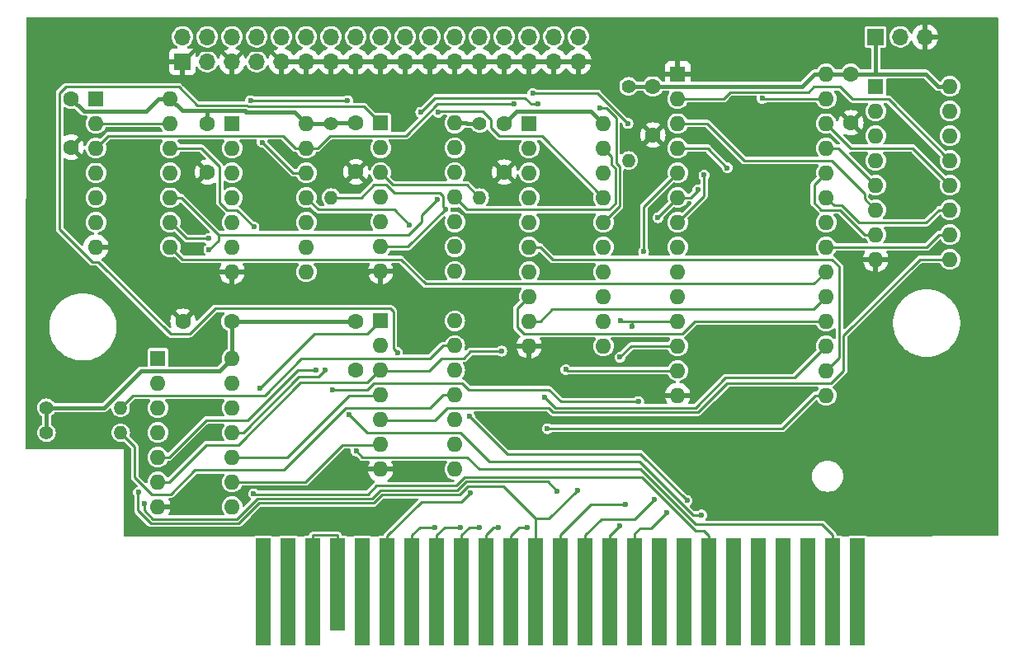
<source format=gbr>
%TF.GenerationSoftware,KiCad,Pcbnew,7.0.9*%
%TF.CreationDate,2024-01-18T21:39:17-03:00*%
%TF.ProjectId,HB3600-Cart,48423336-3030-42d4-9361-72742e6b6963,V1.0*%
%TF.SameCoordinates,Original*%
%TF.FileFunction,Copper,L1,Top*%
%TF.FilePolarity,Positive*%
%FSLAX46Y46*%
G04 Gerber Fmt 4.6, Leading zero omitted, Abs format (unit mm)*
G04 Created by KiCad (PCBNEW 7.0.9) date 2024-01-18 21:39:17*
%MOMM*%
%LPD*%
G01*
G04 APERTURE LIST*
%TA.AperFunction,ConnectorPad*%
%ADD10R,1.500000X11.000000*%
%TD*%
%TA.AperFunction,ConnectorPad*%
%ADD11R,1.500000X9.500000*%
%TD*%
%TA.AperFunction,ComponentPad*%
%ADD12C,1.600000*%
%TD*%
%TA.AperFunction,ComponentPad*%
%ADD13C,1.400000*%
%TD*%
%TA.AperFunction,ComponentPad*%
%ADD14O,1.400000X1.400000*%
%TD*%
%TA.AperFunction,ComponentPad*%
%ADD15R,1.600000X1.600000*%
%TD*%
%TA.AperFunction,ComponentPad*%
%ADD16O,1.600000X1.600000*%
%TD*%
%TA.AperFunction,ComponentPad*%
%ADD17R,1.700000X1.700000*%
%TD*%
%TA.AperFunction,ComponentPad*%
%ADD18O,1.700000X1.700000*%
%TD*%
%TA.AperFunction,ViaPad*%
%ADD19C,0.600000*%
%TD*%
%TA.AperFunction,Conductor*%
%ADD20C,0.400000*%
%TD*%
%TA.AperFunction,Conductor*%
%ADD21C,0.250000*%
%TD*%
G04 APERTURE END LIST*
D10*
%TO.P,P1,2,Pin_2*%
%TO.N,/~{CS2}*%
X213465600Y-147798000D03*
%TO.P,P1,4,Pin_4*%
%TO.N,/~{SLTSL}*%
X210925600Y-147798000D03*
%TO.P,P1,6,Pin_6*%
%TO.N,/~{RFSH}*%
X208385600Y-147798000D03*
%TO.P,P1,8,Pin_8*%
%TO.N,/~{INT}*%
X205845600Y-147798000D03*
%TO.P,P1,10,Pin_10*%
%TO.N,/~{BUSDIR}*%
X203305600Y-147798000D03*
%TO.P,P1,12,Pin_12*%
%TO.N,/~{MREQ}*%
X200765600Y-147798000D03*
%TO.P,P1,14,Pin_14*%
%TO.N,/~{RD}*%
X198225600Y-147798000D03*
%TO.P,P1,16,Pin_16*%
%TO.N,unconnected-(P1-Pin_16-Pad16)*%
X195685600Y-147798000D03*
%TO.P,P1,18,Pin_18*%
%TO.N,/A15*%
X193145600Y-147798000D03*
%TO.P,P1,20,Pin_20*%
%TO.N,/A10*%
X190605600Y-147798000D03*
%TO.P,P1,22,Pin_22*%
%TO.N,/A6*%
X188065600Y-147798000D03*
%TO.P,P1,24,Pin_24*%
%TO.N,/A8*%
X185525600Y-147798000D03*
%TO.P,P1,26,Pin_26*%
%TO.N,/A13*%
X182985600Y-147798000D03*
%TO.P,P1,28,Pin_28*%
%TO.N,/A0*%
X180445600Y-147798000D03*
%TO.P,P1,30,Pin_30*%
%TO.N,/A2*%
X177905600Y-147798000D03*
%TO.P,P1,32,Pin_32*%
%TO.N,/A4*%
X175365600Y-147798000D03*
%TO.P,P1,34,Pin_34*%
%TO.N,/D0*%
X172825600Y-147798000D03*
%TO.P,P1,36,Pin_36*%
%TO.N,/D2*%
X170285600Y-147798000D03*
%TO.P,P1,38,Pin_38*%
%TO.N,/D4*%
X167745600Y-147798000D03*
%TO.P,P1,40,Pin_40*%
%TO.N,/D6*%
X165205600Y-147798000D03*
%TO.P,P1,42,Pin_42*%
%TO.N,/~{CLOCK}*%
X162665600Y-147798000D03*
D11*
%TO.P,P1,44,Pin_44*%
%TO.N,/SW1*%
X160125600Y-147038000D03*
D10*
%TO.P,P1,46,Pin_46*%
X157585600Y-147798000D03*
%TO.P,P1,48,Pin_48*%
%TO.N,/+12V*%
X155045600Y-147798000D03*
%TO.P,P1,50,Pin_50*%
%TO.N,/-12V*%
X152505600Y-147798000D03*
%TD*%
D12*
%TO.P,C5,1*%
%TO.N,VCC*%
X192459800Y-95880400D03*
%TO.P,C5,2*%
%TO.N,GNDD*%
X192459800Y-100880400D03*
%TD*%
D13*
%TO.P,R4,1*%
%TO.N,VCC*%
X130223450Y-128894050D03*
D14*
%TO.P,R4,2*%
%TO.N,/~{DRQ}*%
X137843450Y-128894050D03*
%TD*%
D15*
%TO.P,U7,1*%
%TO.N,unconnected-(U7-Pad1)*%
X141659800Y-123820400D03*
D16*
%TO.P,U7,2*%
%TO.N,unconnected-(U7-Pad2)*%
X141659800Y-126360400D03*
%TO.P,U7,3*%
%TO.N,/A0*%
X141659800Y-128900400D03*
%TO.P,U7,4*%
%TO.N,/A1*%
X141659800Y-131440400D03*
%TO.P,U7,5*%
%TO.N,/A2*%
X141659800Y-133980400D03*
%TO.P,U7,6*%
%TO.N,/~{7}*%
X141659800Y-136520400D03*
%TO.P,U7,7,GND*%
%TO.N,GNDD*%
X141659800Y-139060400D03*
%TO.P,U7,8*%
%TO.N,Net-(U7-Pad8)*%
X149279800Y-139060400D03*
%TO.P,U7,9*%
%TO.N,/7FF8_to_7FFF*%
X149279800Y-136520400D03*
%TO.P,U7,10*%
%TO.N,Net-(U7-Pad10)*%
X149279800Y-133980400D03*
%TO.P,U7,11*%
%TO.N,Net-(U7-Pad11)*%
X149279800Y-131440400D03*
%TO.P,U7,12*%
%TO.N,unconnected-(U7-Pad12)*%
X149279800Y-128900400D03*
%TO.P,U7,13*%
%TO.N,unconnected-(U7-Pad13)*%
X149279800Y-126360400D03*
%TO.P,U7,14,VCC*%
%TO.N,VCC*%
X149279800Y-123820400D03*
%TD*%
D15*
%TO.P,U5,1,VPP*%
%TO.N,GNDD*%
X194999800Y-94610400D03*
D16*
%TO.P,U5,2,A12*%
%TO.N,/A12*%
X194999800Y-97150400D03*
%TO.P,U5,3,A7*%
%TO.N,/A7*%
X194999800Y-99690400D03*
%TO.P,U5,4,A6*%
%TO.N,/A6*%
X194999800Y-102230400D03*
%TO.P,U5,5,A5*%
%TO.N,/A5*%
X194999800Y-104770400D03*
%TO.P,U5,6,A4*%
%TO.N,/A4*%
X194999800Y-107310400D03*
%TO.P,U5,7,A3*%
%TO.N,/A3*%
X194999800Y-109850400D03*
%TO.P,U5,8,A2*%
%TO.N,/A2*%
X194999800Y-112390400D03*
%TO.P,U5,9,A1*%
%TO.N,/A1*%
X194999800Y-114930400D03*
%TO.P,U5,10,A0*%
%TO.N,/A0*%
X194999800Y-117470400D03*
%TO.P,U5,11,D0*%
%TO.N,/D0*%
X194999800Y-120010400D03*
%TO.P,U5,12,D1*%
%TO.N,/D1*%
X194999800Y-122550400D03*
%TO.P,U5,13,D2*%
%TO.N,/D2*%
X194999800Y-125090400D03*
%TO.P,U5,14,GND*%
%TO.N,GNDD*%
X194999800Y-127630400D03*
%TO.P,U5,15,D3*%
%TO.N,/D3*%
X210239800Y-127630400D03*
%TO.P,U5,16,D4*%
%TO.N,/D4*%
X210239800Y-125090400D03*
%TO.P,U5,17,D5*%
%TO.N,/D5*%
X210239800Y-122550400D03*
%TO.P,U5,18,D6*%
%TO.N,/D6*%
X210239800Y-120010400D03*
%TO.P,U5,19,D7*%
%TO.N,/D7*%
X210239800Y-117470400D03*
%TO.P,U5,20,~{CE}*%
%TO.N,Net-(U5-~{CE})*%
X210239800Y-114930400D03*
%TO.P,U5,21,A10*%
%TO.N,/A10*%
X210239800Y-112390400D03*
%TO.P,U5,22,~{OE}*%
%TO.N,/~{CS1}*%
X210239800Y-109850400D03*
%TO.P,U5,23,A11*%
%TO.N,/A11*%
X210239800Y-107310400D03*
%TO.P,U5,24,A9*%
%TO.N,/A9*%
X210239800Y-104770400D03*
%TO.P,U5,25,A8*%
%TO.N,/A8*%
X210239800Y-102230400D03*
%TO.P,U5,26,A13*%
%TO.N,/A13*%
X210239800Y-99690400D03*
%TO.P,U5,27,~{PGM}*%
%TO.N,/A14{slash}~{PGM}*%
X210239800Y-97150400D03*
%TO.P,U5,28,VCC*%
%TO.N,VCC*%
X210239800Y-94610400D03*
%TD*%
D13*
%TO.P,R1,1*%
%TO.N,VCC*%
X159439800Y-99690400D03*
D14*
%TO.P,R1,2*%
%TO.N,/D7*%
X159439800Y-107310400D03*
%TD*%
D15*
%TO.P,U3,1*%
%TO.N,Net-(U3-Pad1)*%
X164519800Y-99665000D03*
D16*
%TO.P,U3,2*%
%TO.N,/7FFF_RE*%
X164519800Y-102205000D03*
%TO.P,U3,3*%
%TO.N,/D6*%
X164519800Y-104745000D03*
%TO.P,U3,4*%
%TO.N,Net-(U3-Pad4)*%
X164519800Y-107285000D03*
%TO.P,U3,5*%
%TO.N,/7FFF_RE*%
X164519800Y-109825000D03*
%TO.P,U3,6*%
%TO.N,/D7*%
X164519800Y-112365000D03*
%TO.P,U3,7,GND*%
%TO.N,GNDD*%
X164519800Y-114905000D03*
%TO.P,U3,8*%
%TO.N,~{FDC_CS}*%
X172139800Y-114905000D03*
%TO.P,U3,9*%
%TO.N,/~{7}*%
X172139800Y-112365000D03*
%TO.P,U3,10*%
%TO.N,/7FF8_to_7FFF*%
X172139800Y-109825000D03*
%TO.P,U3,11*%
%TO.N,Net-(U4-CE)*%
X172139800Y-107285000D03*
%TO.P,U3,12*%
%TO.N,/7FF8_to_7FFF*%
X172139800Y-104745000D03*
%TO.P,U3,13*%
%TO.N,/~{7}*%
X172139800Y-102205000D03*
%TO.P,U3,14,VCC*%
%TO.N,VCC*%
X172139800Y-99665000D03*
%TD*%
D12*
%TO.P,C2,1*%
%TO.N,VCC*%
X146739800Y-99690400D03*
%TO.P,C2,2*%
%TO.N,GNDD*%
X146739800Y-104690400D03*
%TD*%
%TO.P,C7,1*%
%TO.N,VCC*%
X149239800Y-120010400D03*
%TO.P,C7,2*%
%TO.N,GNDD*%
X144239800Y-120010400D03*
%TD*%
D13*
%TO.P,R3,1*%
%TO.N,VCC*%
X189970600Y-95880400D03*
D14*
%TO.P,R3,2*%
%TO.N,Net-(U4-CE)*%
X189970600Y-103500400D03*
%TD*%
D13*
%TO.P,R5,1*%
%TO.N,VCC*%
X130229800Y-131465800D03*
D14*
%TO.P,R5,2*%
%TO.N,/~{IRQ}*%
X137849800Y-131465800D03*
%TD*%
D15*
%TO.P,U1,1*%
%TO.N,/~{RD}*%
X135309800Y-97150400D03*
D16*
%TO.P,U1,2*%
%TO.N,/~{SLTSL}*%
X135309800Y-99690400D03*
%TO.P,U1,3*%
%TO.N,Net-(U4-A->B)*%
X135309800Y-102230400D03*
%TO.P,U1,4*%
%TO.N,unconnected-(U1-Pad4)*%
X135309800Y-104770400D03*
%TO.P,U1,5*%
%TO.N,unconnected-(U1-Pad5)*%
X135309800Y-107310400D03*
%TO.P,U1,6*%
%TO.N,unconnected-(U1-Pad6)*%
X135309800Y-109850400D03*
%TO.P,U1,7,GND*%
%TO.N,GNDD*%
X135309800Y-112390400D03*
%TO.P,U1,8*%
%TO.N,Net-(U5-~{CE})*%
X142929800Y-112390400D03*
%TO.P,U1,9*%
%TO.N,/~{SLTSL}*%
X142929800Y-109850400D03*
%TO.P,U1,10*%
%TO.N,/7FF8_to_7FFF*%
X142929800Y-107310400D03*
%TO.P,U1,11*%
%TO.N,Net-(U1-Pad11)*%
X142929800Y-104770400D03*
%TO.P,U1,12*%
%TO.N,/~{WR}*%
X142929800Y-102230400D03*
%TO.P,U1,13*%
%TO.N,/~{SLTSL}*%
X142929800Y-99690400D03*
%TO.P,U1,14,VCC*%
%TO.N,VCC*%
X142929800Y-97150400D03*
%TD*%
D12*
%TO.P,C1,1*%
%TO.N,VCC*%
X132769800Y-97139600D03*
%TO.P,C1,2*%
%TO.N,GNDD*%
X132769800Y-102139600D03*
%TD*%
D15*
%TO.P,U4,1,A->B*%
%TO.N,Net-(U4-A->B)*%
X179759800Y-99690400D03*
D16*
%TO.P,U4,2,A0*%
%TO.N,/D0*%
X179759800Y-102230400D03*
%TO.P,U4,3,A1*%
%TO.N,/D1*%
X179759800Y-104770400D03*
%TO.P,U4,4,A2*%
%TO.N,/D2*%
X179759800Y-107310400D03*
%TO.P,U4,5,A3*%
%TO.N,/D3*%
X179759800Y-109850400D03*
%TO.P,U4,6,A4*%
%TO.N,/D4*%
X179759800Y-112390400D03*
%TO.P,U4,7,A5*%
%TO.N,/D5*%
X179759800Y-114930400D03*
%TO.P,U4,8,A6*%
%TO.N,/D6*%
X179759800Y-117470400D03*
%TO.P,U4,9,A7*%
%TO.N,/D7*%
X179759800Y-120010400D03*
%TO.P,U4,10,GND*%
%TO.N,GNDD*%
X179759800Y-122550400D03*
%TO.P,U4,11,B7*%
%TO.N,/FDC_D7*%
X187379800Y-122550400D03*
%TO.P,U4,12,B6*%
%TO.N,/FDC_D6*%
X187379800Y-120010400D03*
%TO.P,U4,13,B5*%
%TO.N,/FDC_D5*%
X187379800Y-117470400D03*
%TO.P,U4,14,B4*%
%TO.N,/FDC_D4*%
X187379800Y-114930400D03*
%TO.P,U4,15,B3*%
%TO.N,/FDC_D3*%
X187379800Y-112390400D03*
%TO.P,U4,16,B2*%
%TO.N,/FDC_D2*%
X187379800Y-109850400D03*
%TO.P,U4,17,B1*%
%TO.N,/FDC_D1*%
X187379800Y-107310400D03*
%TO.P,U4,18,B0*%
%TO.N,/FDC_D0*%
X187379800Y-104770400D03*
%TO.P,U4,19,CE*%
%TO.N,Net-(U4-CE)*%
X187379800Y-102230400D03*
%TO.P,U4,20,VCC*%
%TO.N,VCC*%
X187379800Y-99690400D03*
%TD*%
D13*
%TO.P,R2,1*%
%TO.N,VCC*%
X174679800Y-99690400D03*
D14*
%TO.P,R2,2*%
%TO.N,/D6*%
X174679800Y-107310400D03*
%TD*%
D17*
%TO.P,J1,1,Pin_1*%
%TO.N,GNDD*%
X144199800Y-93340400D03*
D18*
%TO.P,J1,2,Pin_2*%
%TO.N,/~{DRQ}*%
X144199800Y-90800400D03*
%TO.P,J1,3,Pin_3*%
%TO.N,unconnected-(J1-Pin_3-Pad3)*%
X146739800Y-93340400D03*
%TO.P,J1,4,Pin_4*%
%TO.N,/~{IRQ}*%
X146739800Y-90800400D03*
%TO.P,J1,5,Pin_5*%
%TO.N,GNDD*%
X149279800Y-93340400D03*
%TO.P,J1,6,Pin_6*%
%TO.N,~{FDC_WE}*%
X149279800Y-90800400D03*
%TO.P,J1,7,Pin_7*%
%TO.N,unconnected-(J1-Pin_7-Pad7)*%
X151819800Y-93340400D03*
%TO.P,J1,8,Pin_8*%
%TO.N,~{FDC_CS}*%
X151819800Y-90800400D03*
%TO.P,J1,9,Pin_9*%
%TO.N,GNDD*%
X154359800Y-93340400D03*
%TO.P,J1,10,Pin_10*%
%TO.N,~{FDC_RE}*%
X154359800Y-90800400D03*
%TO.P,J1,11,Pin_11*%
%TO.N,GNDD*%
X156899800Y-93340400D03*
%TO.P,J1,12,Pin_12*%
%TO.N,FDC_A0*%
X156899800Y-90800400D03*
%TO.P,J1,13,Pin_13*%
%TO.N,GNDD*%
X159439800Y-93340400D03*
%TO.P,J1,14,Pin_14*%
%TO.N,FDC_A1*%
X159439800Y-90800400D03*
%TO.P,J1,15,Pin_15*%
%TO.N,GNDD*%
X161979800Y-93340400D03*
%TO.P,J1,16,Pin_16*%
%TO.N,FDC_A2*%
X161979800Y-90800400D03*
%TO.P,J1,17,Pin_17*%
%TO.N,GNDD*%
X164519800Y-93340400D03*
%TO.P,J1,18,Pin_18*%
%TO.N,/FDC_D0*%
X164519800Y-90800400D03*
%TO.P,J1,19,Pin_19*%
%TO.N,GNDD*%
X167059800Y-93340400D03*
%TO.P,J1,20,Pin_20*%
%TO.N,/FDC_D1*%
X167059800Y-90800400D03*
%TO.P,J1,21,Pin_21*%
%TO.N,GNDD*%
X169599800Y-93340400D03*
%TO.P,J1,22,Pin_22*%
%TO.N,/FDC_D2*%
X169599800Y-90800400D03*
%TO.P,J1,23,Pin_23*%
%TO.N,GNDD*%
X172139800Y-93340400D03*
%TO.P,J1,24,Pin_24*%
%TO.N,/FDC_D3*%
X172139800Y-90800400D03*
%TO.P,J1,25,Pin_25*%
%TO.N,GNDD*%
X174679800Y-93340400D03*
%TO.P,J1,26,Pin_26*%
%TO.N,/FDC_D4*%
X174679800Y-90800400D03*
%TO.P,J1,27,Pin_27*%
%TO.N,GNDD*%
X177219800Y-93340400D03*
%TO.P,J1,28,Pin_28*%
%TO.N,/FDC_D5*%
X177219800Y-90800400D03*
%TO.P,J1,29,Pin_29*%
%TO.N,GNDD*%
X179759800Y-93340400D03*
%TO.P,J1,30,Pin_30*%
%TO.N,/FDC_D6*%
X179759800Y-90800400D03*
%TO.P,J1,31,Pin_31*%
%TO.N,GNDD*%
X182299800Y-93340400D03*
%TO.P,J1,32,Pin_32*%
%TO.N,/FDC_D7*%
X182299800Y-90800400D03*
%TO.P,J1,33,Pin_33*%
%TO.N,GNDD*%
X184839800Y-93340400D03*
%TO.P,J1,34,Pin_34*%
%TO.N,~{FDC_RST}*%
X184839800Y-90800400D03*
%TD*%
D15*
%TO.P,U2,1*%
%TO.N,Net-(U1-Pad11)*%
X149279800Y-99690400D03*
D16*
%TO.P,U2,2*%
%TO.N,~{FDC_WE}*%
X149279800Y-102230400D03*
%TO.P,U2,3*%
%TO.N,/A0*%
X149279800Y-104770400D03*
%TO.P,U2,4*%
%TO.N,FDC_A0*%
X149279800Y-107310400D03*
%TO.P,U2,5*%
%TO.N,/A1*%
X149279800Y-109850400D03*
%TO.P,U2,6*%
%TO.N,FDC_A1*%
X149279800Y-112390400D03*
%TO.P,U2,7,GND*%
%TO.N,GNDD*%
X149279800Y-114930400D03*
%TO.P,U2,8*%
%TO.N,FDC_A2*%
X156899800Y-114930400D03*
%TO.P,U2,9*%
%TO.N,/A2*%
X156899800Y-112390400D03*
%TO.P,U2,10*%
%TO.N,~{FDC_RST}*%
X156899800Y-109850400D03*
%TO.P,U2,11*%
%TO.N,/~{RESET}*%
X156899800Y-107310400D03*
%TO.P,U2,12*%
%TO.N,~{FDC_RE}*%
X156899800Y-104770400D03*
%TO.P,U2,13*%
%TO.N,Net-(U4-A->B)*%
X156899800Y-102230400D03*
%TO.P,U2,14,VCC*%
%TO.N,VCC*%
X156899800Y-99690400D03*
%TD*%
D15*
%TO.P,U6,1*%
%TO.N,/A3*%
X215319800Y-95880400D03*
D16*
%TO.P,U6,2*%
%TO.N,/A4*%
X215319800Y-98420400D03*
%TO.P,U6,3*%
%TO.N,/A5*%
X215319800Y-100960400D03*
%TO.P,U6,4*%
%TO.N,/A6*%
X215319800Y-103500400D03*
%TO.P,U6,5*%
%TO.N,/A8*%
X215319800Y-106040400D03*
%TO.P,U6,6*%
%TO.N,/A7*%
X215319800Y-108580400D03*
%TO.P,U6,7*%
%TO.N,/A9*%
X215319800Y-111120400D03*
%TO.P,U6,8,GND*%
%TO.N,GNDD*%
X215319800Y-113660400D03*
%TO.P,U6,9*%
%TO.N,Net-(U6-Pad9)*%
X222939800Y-113660400D03*
%TO.P,U6,10*%
%TO.N,/A10*%
X222939800Y-111120400D03*
%TO.P,U6,11*%
%TO.N,/A11*%
X222939800Y-108580400D03*
%TO.P,U6,12*%
%TO.N,/A13*%
X222939800Y-106040400D03*
%TO.P,U6,13*%
%TO.N,/A12*%
X222939800Y-103500400D03*
%TO.P,U6,14*%
%TO.N,VCC*%
X222939800Y-100960400D03*
%TO.P,U6,15*%
X222939800Y-98420400D03*
%TO.P,U6,16,VCC*%
X222939800Y-95880400D03*
%TD*%
D12*
%TO.P,C6,1*%
%TO.N,VCC*%
X212779800Y-94610400D03*
%TO.P,C6,2*%
%TO.N,GNDD*%
X212779800Y-99610400D03*
%TD*%
%TO.P,C4,1*%
%TO.N,VCC*%
X177215800Y-99690400D03*
%TO.P,C4,2*%
%TO.N,GNDD*%
X177215800Y-104690400D03*
%TD*%
D15*
%TO.P,U8,1*%
%TO.N,Net-(U7-Pad8)*%
X164513450Y-119978650D03*
D16*
%TO.P,U8,2*%
%TO.N,/7FFF_RE*%
X164513450Y-122518650D03*
%TO.P,U8,3*%
%TO.N,/~{7}*%
X164513450Y-125058650D03*
%TO.P,U8,4*%
%TO.N,Net-(U7-Pad10)*%
X164513450Y-127598650D03*
%TO.P,U8,5*%
%TO.N,Net-(U6-Pad9)*%
X164513450Y-130138650D03*
%TO.P,U8,6*%
%TO.N,/7FF8_to_7FFF*%
X164513450Y-132678650D03*
%TO.P,U8,7,GND*%
%TO.N,GNDD*%
X164513450Y-135218650D03*
%TO.P,U8,8*%
%TO.N,Net-(U7-Pad11)*%
X172133450Y-135218650D03*
%TO.P,U8,9*%
%TO.N,Net-(U4-A->B)*%
X172133450Y-132678650D03*
%TO.P,U8,10*%
%TO.N,Net-(U3-Pad1)*%
X172133450Y-130138650D03*
%TO.P,U8,11*%
%TO.N,/~{IRQ}*%
X172133450Y-127598650D03*
%TO.P,U8,12*%
%TO.N,Net-(U3-Pad4)*%
X172133450Y-125058650D03*
%TO.P,U8,13*%
%TO.N,/~{DRQ}*%
X172133450Y-122518650D03*
%TO.P,U8,14,VCC*%
%TO.N,VCC*%
X172133450Y-119978650D03*
%TD*%
D17*
%TO.P,J2,1,Pin_1*%
%TO.N,VCC*%
X215313450Y-90794050D03*
D18*
%TO.P,J2,2,Pin_2*%
%TO.N,/A14{slash}~{PGM}*%
X217853450Y-90794050D03*
%TO.P,J2,3,Pin_3*%
%TO.N,GNDD*%
X220393450Y-90794050D03*
%TD*%
D12*
%TO.P,C3,1*%
%TO.N,VCC*%
X161979800Y-99665000D03*
%TO.P,C3,2*%
%TO.N,GNDD*%
X161979800Y-104665000D03*
%TD*%
%TO.P,C8,1*%
%TO.N,VCC*%
X161973450Y-120004050D03*
%TO.P,C8,2*%
%TO.N,GNDD*%
X161973450Y-125004050D03*
%TD*%
D19*
%TO.N,/A1*%
X182633800Y-137461400D03*
X140272589Y-138720411D03*
%TO.N,/A3*%
X197707800Y-104989500D03*
%TO.N,/A5*%
X191514800Y-112871200D03*
%TO.N,/D1*%
X189075250Y-123712450D03*
%TO.N,/D3*%
X181630800Y-131037400D03*
%TO.N,/D5*%
X181353800Y-127844400D03*
%TO.N,/D7*%
X171161547Y-108517253D03*
%TO.N,/D6*%
X173739117Y-137637117D03*
%TO.N,/D4*%
X170057000Y-141168600D03*
%TO.N,/D2*%
X183533900Y-124963400D03*
X172739611Y-141184211D03*
%TO.N,/D0*%
X190317800Y-120556200D03*
X189108674Y-119938348D03*
X174656500Y-141170700D03*
%TO.N,/A4*%
X197076800Y-106521400D03*
X176583654Y-141192854D03*
X192967800Y-109367800D03*
%TO.N,/A2*%
X190998800Y-128261400D03*
X157887489Y-124985889D03*
X179595800Y-141168600D03*
X159611250Y-127039850D03*
%TO.N,/A0*%
X139663700Y-137587200D03*
X184698672Y-137395272D03*
%TO.N,/A13*%
X189657800Y-138867400D03*
%TO.N,/A8*%
X192612200Y-138349200D03*
%TO.N,/A6*%
X200096027Y-104246173D03*
X189030800Y-141067000D03*
%TO.N,/A10*%
X193894800Y-139663400D03*
%TO.N,/~{WR}*%
X151534050Y-110326650D03*
X161253800Y-129587400D03*
X197446800Y-139916400D03*
%TO.N,/~{SLTSL}*%
X146860450Y-111520450D03*
X162005200Y-133334900D03*
%TO.N,Net-(U4-A->B)*%
X178254850Y-97692350D03*
%TO.N,/~{RD}*%
X151495337Y-137728040D03*
%TO.N,/~{RESET}*%
X195962800Y-138422400D03*
X173638400Y-129764000D03*
X167503800Y-110102200D03*
%TO.N,Net-(U3-Pad1)*%
X166247000Y-123207900D03*
%TO.N,~{FDC_CS}*%
X151184800Y-97339000D03*
X161143100Y-97339000D03*
%TO.N,~{FDC_RE}*%
X152378600Y-101620800D03*
%TO.N,Net-(U7-Pad8)*%
X152124600Y-126893800D03*
%TO.N,/FDC_D0*%
X180705301Y-97683679D03*
X168649161Y-98536561D03*
%TO.N,/FDC_D1*%
X170430800Y-98538100D03*
%TO.N,/FDC_D2*%
X187028800Y-98104500D03*
%TO.N,/FDC_D5*%
X180127800Y-96602700D03*
X189900750Y-99696750D03*
%TO.N,/~{7}*%
X176940400Y-123083800D03*
%TO.N,Net-(U7-Pad11)*%
X158855600Y-124988800D03*
%TO.N,/7FF8_to_7FFF*%
X146901800Y-112659200D03*
X170321500Y-107462800D03*
%TO.N,/A14{slash}~{PGM}*%
X203679986Y-97124736D03*
%TD*%
D20*
%TO.N,VCC*%
X149279800Y-120010400D02*
X149239800Y-120010400D01*
X178458050Y-98414050D02*
X186103450Y-98414050D01*
X186103450Y-98414050D02*
X187379800Y-99690400D01*
X173341800Y-99665000D02*
X172139800Y-99665000D01*
X221737800Y-95880400D02*
X220467800Y-94610400D01*
X130229800Y-128976600D02*
X130229800Y-131440400D01*
X177194400Y-99690400D02*
X177194400Y-99677700D01*
X159464800Y-99665000D02*
X159439800Y-99690400D01*
X147984400Y-125115800D02*
X149279800Y-123820400D01*
X136141650Y-128894050D02*
X139919900Y-125115800D01*
X130223450Y-128894050D02*
X136141650Y-128894050D01*
X207767800Y-95880400D02*
X192459800Y-95880400D01*
X134076000Y-98445800D02*
X140432400Y-98445800D01*
X222939800Y-95880400D02*
X221737800Y-95880400D01*
X155698400Y-98489000D02*
X150708454Y-98489000D01*
X215338850Y-94610400D02*
X212779800Y-94610400D01*
X192459800Y-95880400D02*
X189970800Y-95880400D01*
X146739800Y-98367550D02*
X146733450Y-98361200D01*
X146733450Y-98361200D02*
X144140600Y-98361200D01*
X144140600Y-98361200D02*
X142929800Y-97150400D01*
X189970800Y-95880400D02*
X189970600Y-95880400D01*
X210239800Y-94610400D02*
X209037800Y-94610400D01*
X212779800Y-94610400D02*
X210239800Y-94610400D01*
X149279800Y-120010400D02*
X161967100Y-120010400D01*
X156899800Y-99690400D02*
X155698400Y-98489000D01*
X215313450Y-90794050D02*
X215313450Y-94585000D01*
X130280600Y-128925800D02*
X130229800Y-128976600D01*
X173366800Y-99690400D02*
X173341800Y-99665000D01*
X150580654Y-98361200D02*
X146733450Y-98361200D01*
X156899800Y-99690400D02*
X159439800Y-99690400D01*
X150708454Y-98489000D02*
X150580654Y-98361200D01*
X220467800Y-94610400D02*
X215338850Y-94610400D01*
X215313450Y-94585000D02*
X215338850Y-94610400D01*
X141727800Y-97150400D02*
X142929800Y-97150400D01*
X149279800Y-120010400D02*
X149279800Y-123820400D01*
X177194400Y-99677700D02*
X178458050Y-98414050D01*
X132769800Y-97139600D02*
X134076000Y-98445800D01*
X161967100Y-120010400D02*
X161973450Y-120004050D01*
X161979800Y-99665000D02*
X159464800Y-99665000D01*
X146739800Y-99690400D02*
X146739800Y-98367550D01*
X174679800Y-99690400D02*
X173366800Y-99690400D01*
X209037800Y-94610400D02*
X207767800Y-95880400D01*
X140432400Y-98445800D02*
X141727800Y-97150400D01*
X139919900Y-125115800D02*
X147984400Y-125115800D01*
D21*
%TO.N,/A9*%
X209731800Y-108580400D02*
X209020600Y-107869200D01*
X209020600Y-105989600D02*
X210239800Y-104770400D01*
X211652800Y-108580400D02*
X209731800Y-108580400D01*
X209020600Y-107869200D02*
X209020600Y-105989600D01*
X215319800Y-111120400D02*
X214192800Y-111120400D01*
X214192800Y-111120400D02*
X211652800Y-108580400D01*
%TO.N,/A11*%
X211059800Y-108130400D02*
X210239800Y-107310400D01*
X222939800Y-108580400D02*
X221812800Y-108580400D01*
X213609996Y-109901200D02*
X211839196Y-108130400D01*
X220492000Y-109901200D02*
X213609996Y-109901200D01*
X211839196Y-108130400D02*
X211059800Y-108130400D01*
X221812800Y-108580400D02*
X220492000Y-109901200D01*
%TO.N,/A7*%
X214194800Y-106922000D02*
X210773200Y-103500400D01*
X215319800Y-108580400D02*
X214194800Y-107455400D01*
X214194800Y-107455400D02*
X214194800Y-106922000D01*
X201832400Y-103500400D02*
X198022400Y-99690400D01*
X198022400Y-99690400D02*
X194999800Y-99690400D01*
X210773200Y-103500400D02*
X201832400Y-103500400D01*
%TO.N,/A12*%
X195006150Y-97144050D02*
X199717850Y-97144050D01*
X200403650Y-96458250D02*
X208410950Y-96458250D01*
X199717850Y-97144050D02*
X200403650Y-96458250D01*
X208410950Y-96458250D02*
X208963400Y-95905800D01*
X212949700Y-97175800D02*
X216615200Y-97175800D01*
X211679700Y-95905800D02*
X212949700Y-97175800D01*
X194999800Y-97150400D02*
X195006150Y-97144050D01*
X208963400Y-95905800D02*
X211679700Y-95905800D01*
X216615200Y-97175800D02*
X222939800Y-103500400D01*
%TO.N,/A1*%
X140272589Y-138720411D02*
X140272589Y-139449793D01*
X181668250Y-136495850D02*
X182633800Y-137461400D01*
X172411187Y-137367400D02*
X173282737Y-136495850D01*
X149780600Y-140312200D02*
X151852400Y-138240400D01*
X141134996Y-140312200D02*
X149780600Y-140312200D01*
X163622800Y-138240400D02*
X164495800Y-137367400D01*
X140272589Y-139449793D02*
X141134996Y-140312200D01*
X173282737Y-136495850D02*
X181668250Y-136495850D01*
X164495800Y-137367400D02*
X172411187Y-137367400D01*
X151852400Y-138240400D02*
X163622800Y-138240400D01*
%TO.N,/A3*%
X197707800Y-104989500D02*
X197707800Y-107142000D01*
X197707800Y-107142000D02*
X194999800Y-109850400D01*
%TO.N,/A5*%
X194999800Y-104770400D02*
X191514800Y-108255400D01*
X191514800Y-108275600D02*
X191514800Y-112871200D01*
X191514800Y-108255400D02*
X191514800Y-108275600D01*
%TO.N,/D1*%
X189075250Y-123712450D02*
X190237300Y-122550400D01*
X190237300Y-122550400D02*
X194999800Y-122550400D01*
%TO.N,/D3*%
X209112800Y-127630400D02*
X205705800Y-131037400D01*
X210239800Y-127630400D02*
X209112800Y-127630400D01*
X205705800Y-131037400D02*
X181630800Y-131037400D01*
%TO.N,/D5*%
X199902000Y-125827000D02*
X196825600Y-128903400D01*
X196825600Y-128903400D02*
X182412800Y-128903400D01*
X210239800Y-122550400D02*
X206963200Y-125827000D01*
X182412800Y-128903400D02*
X181353800Y-127844400D01*
X206963200Y-125827000D02*
X199902000Y-125827000D01*
%TO.N,/D7*%
X171161547Y-108517253D02*
X170946000Y-108301706D01*
X165104000Y-106015000D02*
X163834000Y-106015000D01*
X210214400Y-117470400D02*
X208919000Y-118765800D01*
X162538600Y-107310400D02*
X159439800Y-107310400D01*
X208919000Y-118765800D02*
X182131400Y-118765800D01*
X165926800Y-106837800D02*
X165104000Y-106015000D01*
X182131400Y-118765800D02*
X180886800Y-120010400D01*
X167313800Y-112365000D02*
X164519800Y-112365000D01*
X180886800Y-120010400D02*
X179759800Y-120010400D01*
X170946000Y-108301706D02*
X170946000Y-107203416D01*
X170580384Y-106837800D02*
X165926800Y-106837800D01*
X170946000Y-107203416D02*
X170580384Y-106837800D01*
X210239800Y-117470400D02*
X210214400Y-117470400D01*
X171161547Y-108517253D02*
X167313800Y-112365000D01*
X163834000Y-106015000D02*
X162538600Y-107310400D01*
D20*
%TO.N,GNDD*%
X164519800Y-93340400D02*
X161979800Y-93340400D01*
X150569800Y-92050400D02*
X153069800Y-92050400D01*
X182299800Y-93340400D02*
X179759800Y-93340400D01*
X163392800Y-114905000D02*
X164519800Y-114905000D01*
X179759800Y-122550400D02*
X177677000Y-122550400D01*
X149279800Y-93340400D02*
X150569800Y-92050400D01*
X159439800Y-93340400D02*
X156899800Y-93340400D01*
X172139800Y-93340400D02*
X169599800Y-93340400D01*
X172952600Y-117826000D02*
X168863200Y-117826000D01*
X149279800Y-114930400D02*
X150626000Y-114930400D01*
X193475800Y-127630400D02*
X193196400Y-127351000D01*
X139577000Y-111362600D02*
X143144800Y-114930400D01*
X169599800Y-93340400D02*
X167059800Y-93340400D01*
X182960200Y-127351000D02*
X179759800Y-124150600D01*
X145389800Y-106040400D02*
X146739800Y-104690400D01*
X153069800Y-92050400D02*
X154359800Y-93340400D01*
X145489800Y-92050400D02*
X147989800Y-92050400D01*
X168863200Y-117826000D02*
X165942200Y-114905000D01*
X140516800Y-106040400D02*
X145389800Y-106040400D01*
X194999800Y-94610400D02*
X187286800Y-94610400D01*
X152023000Y-116327400D02*
X161970400Y-116327400D01*
X135309800Y-112390400D02*
X138548300Y-112390400D01*
X182299800Y-93340400D02*
X184839800Y-93340400D01*
X145165000Y-114981200D02*
X145215800Y-114930400D01*
X161970400Y-116327400D02*
X163392800Y-114905000D01*
X145165000Y-119085200D02*
X145165000Y-114981200D01*
X177219800Y-93340400D02*
X174679800Y-93340400D01*
X194358450Y-98414050D02*
X193520250Y-99252250D01*
X186016800Y-93340400D02*
X184839800Y-93340400D01*
X143144800Y-114930400D02*
X149279800Y-114930400D01*
X212779800Y-99610400D02*
X211583450Y-98414050D01*
X134130800Y-103500400D02*
X136097200Y-103500400D01*
X150626000Y-114930400D02*
X152023000Y-116327400D01*
X138548300Y-112390400D02*
X139576100Y-111362600D01*
X165942200Y-114905000D02*
X164519800Y-114905000D01*
X139576100Y-111362600D02*
X139577000Y-111362600D01*
X156899800Y-93340400D02*
X154359800Y-93340400D01*
X144239800Y-120010400D02*
X145165000Y-119085200D01*
X194999800Y-127630400D02*
X193475800Y-127630400D01*
X193520250Y-99252250D02*
X193520250Y-99819950D01*
X161979800Y-93340400D02*
X159439800Y-93340400D01*
X174679800Y-93340400D02*
X172139800Y-93340400D01*
X147989800Y-92050400D02*
X149279800Y-93340400D01*
X144199800Y-93340400D02*
X145489800Y-92050400D01*
X193196400Y-127351000D02*
X182960200Y-127351000D01*
X177677000Y-122550400D02*
X172952600Y-117826000D01*
X139577000Y-106980200D02*
X140516800Y-106040400D01*
X179759800Y-124150600D02*
X179759800Y-122550400D01*
X167034400Y-93340400D02*
X164494400Y-93340400D01*
X139577000Y-111362600D02*
X139577000Y-106980200D01*
X193520250Y-99819950D02*
X192459800Y-100880400D01*
X187286800Y-94610400D02*
X186016800Y-93340400D01*
X132769800Y-102139600D02*
X134130800Y-103500400D01*
X211583450Y-98414050D02*
X194358450Y-98414050D01*
X179759800Y-93340400D02*
X177219800Y-93340400D01*
X136097200Y-103500400D02*
X139577000Y-106980200D01*
D21*
%TO.N,/D6*%
X173359000Y-105989600D02*
X165764400Y-105989600D01*
X165205800Y-147823400D02*
X165205800Y-144909900D01*
X172812834Y-138563400D02*
X168725200Y-138563400D01*
X179759800Y-117470400D02*
X178515200Y-118715000D01*
X179201000Y-121280400D02*
X195482400Y-121280400D01*
X195482400Y-121280400D02*
X196752400Y-120010400D01*
X178515200Y-120594600D02*
X179201000Y-121280400D01*
X196752400Y-120010400D02*
X210239800Y-120010400D01*
X174679800Y-107310400D02*
X173359000Y-105989600D01*
X168725200Y-138563400D02*
X165205800Y-142082800D01*
X165764400Y-105989600D02*
X164519800Y-104745000D01*
X178515200Y-118715000D02*
X178515200Y-120594600D01*
X165205800Y-142082800D02*
X165205800Y-144909900D01*
X173739117Y-137637117D02*
X172812834Y-138563400D01*
X165205800Y-144909900D02*
X165205600Y-144910100D01*
X165205600Y-144910100D02*
X165205600Y-147823400D01*
%TO.N,/D4*%
X170057000Y-141168600D02*
X168533000Y-141168600D01*
X180886800Y-112390400D02*
X182156800Y-113660400D01*
X182156800Y-113660400D02*
X210849400Y-113660400D01*
X211584800Y-123745400D02*
X210239800Y-125090400D01*
X211586000Y-114397000D02*
X211586000Y-121274304D01*
X168533000Y-141168600D02*
X167745800Y-141955800D01*
X210849400Y-113660400D02*
X211586000Y-114397000D01*
X167745800Y-145022400D02*
X167745600Y-145022600D01*
X211584800Y-121275504D02*
X211584800Y-123745400D01*
X211586000Y-121274304D02*
X211584800Y-121275504D01*
X179759800Y-112390400D02*
X180886800Y-112390400D01*
X167745800Y-147823400D02*
X167745800Y-145022400D01*
X167745800Y-141955800D02*
X167745800Y-145022400D01*
X167745600Y-145022600D02*
X167745600Y-147823400D01*
%TO.N,/D2*%
X170285800Y-145022400D02*
X170285600Y-145022600D01*
X171097989Y-141184211D02*
X170285800Y-141996400D01*
X183533900Y-124963400D02*
X183660900Y-125090400D01*
X170285600Y-145022600D02*
X170285600Y-147823400D01*
X172739611Y-141184211D02*
X171097989Y-141184211D01*
X170285800Y-147823400D02*
X170285800Y-145022400D01*
X183660900Y-125090400D02*
X194999800Y-125090400D01*
X170285800Y-141996400D02*
X170285800Y-145022400D01*
%TO.N,/D0*%
X173636300Y-141170700D02*
X172825800Y-141981200D01*
X172825800Y-144909900D02*
X172825600Y-144910100D01*
X172825800Y-141981200D02*
X172825800Y-144909900D01*
X194999800Y-120010400D02*
X190317800Y-120010400D01*
X172825600Y-144910100D02*
X172825600Y-147823400D01*
X190317800Y-120010400D02*
X189180726Y-120010400D01*
X190317800Y-120010400D02*
X190317800Y-120556200D01*
X189180726Y-120010400D02*
X189108674Y-119938348D01*
X174656500Y-141170700D02*
X173636300Y-141170700D01*
X172825800Y-147823400D02*
X172825800Y-144909900D01*
%TO.N,/A4*%
X175365800Y-141930400D02*
X175365800Y-145101900D01*
X192967800Y-109342400D02*
X194999800Y-107310400D01*
X175365600Y-145102100D02*
X175365600Y-147823400D01*
X176583654Y-141192854D02*
X176103346Y-141192854D01*
X176103346Y-141192854D02*
X175365800Y-141930400D01*
X175365800Y-145101900D02*
X175365800Y-147823400D01*
X196295200Y-107310400D02*
X194999800Y-107310400D01*
X197076800Y-106521400D02*
X197076800Y-106528800D01*
X175365800Y-145101900D02*
X175365600Y-145102100D01*
X197076800Y-106528800D02*
X196295200Y-107310400D01*
X192967800Y-109367800D02*
X192967800Y-109342400D01*
%TO.N,/A2*%
X150838800Y-130170400D02*
X146596800Y-130170400D01*
X181791800Y-127046200D02*
X183007000Y-128261400D01*
X177905800Y-144909900D02*
X177905800Y-147823400D01*
X179595800Y-141168600D02*
X178743800Y-141168600D01*
X172876400Y-126360400D02*
X173562200Y-127046200D01*
X146596800Y-130170400D02*
X142786800Y-133980400D01*
X177905800Y-144909900D02*
X177905600Y-144910100D01*
X163808600Y-126360400D02*
X172876400Y-126360400D01*
X156023311Y-124985889D02*
X150838800Y-130170400D01*
X142786800Y-133980400D02*
X141659800Y-133980400D01*
X177905800Y-142006600D02*
X177905800Y-144909900D01*
X177905600Y-144910100D02*
X177905600Y-147823400D01*
X173562200Y-127046200D02*
X181791800Y-127046200D01*
X157887489Y-124985889D02*
X156023311Y-124985889D01*
X163129150Y-127039850D02*
X163808600Y-126360400D01*
X159611250Y-127039850D02*
X163129150Y-127039850D01*
X183007000Y-128261400D02*
X190998800Y-128261400D01*
X178743800Y-141168600D02*
X177905800Y-142006600D01*
%TO.N,/A0*%
X180445600Y-145074100D02*
X180445600Y-147823400D01*
X180445800Y-145073900D02*
X180445600Y-145074100D01*
X180445800Y-147823400D02*
X180445800Y-145073900D01*
X164682196Y-137817400D02*
X172597583Y-137817400D01*
X184698672Y-137395272D02*
X184697928Y-137395272D01*
X184697928Y-137395272D02*
X181799800Y-140293400D01*
X139647589Y-139461189D02*
X140948600Y-140762200D01*
X172597583Y-137817400D02*
X173469133Y-136945850D01*
X181799800Y-140293400D02*
X180445800Y-140293400D01*
X177098250Y-136945850D02*
X180445800Y-140293400D01*
X163809196Y-138690400D02*
X164682196Y-137817400D01*
X173469133Y-136945850D02*
X177098250Y-136945850D01*
X180445800Y-145073900D02*
X180445800Y-140293400D01*
X149966996Y-140762200D02*
X152038796Y-138690400D01*
X152038796Y-138690400D02*
X163809196Y-138690400D01*
X140948600Y-140762200D02*
X149966996Y-140762200D01*
X139647589Y-137603311D02*
X139647589Y-139461189D01*
X139663700Y-137587200D02*
X139647589Y-137603311D01*
%TO.N,/A13*%
X182985800Y-144909900D02*
X182985600Y-144910100D01*
X182985600Y-144910100D02*
X182985600Y-147823400D01*
X219129800Y-102230400D02*
X222939800Y-106040400D01*
X186114800Y-138867400D02*
X182985800Y-141996400D01*
X182985800Y-141996400D02*
X182985800Y-144909900D01*
X210239800Y-99690400D02*
X212779800Y-102230400D01*
X212779800Y-102230400D02*
X219129800Y-102230400D01*
X189657800Y-138867400D02*
X186114800Y-138867400D01*
X182985800Y-144909900D02*
X182985800Y-147823400D01*
%TO.N,/A8*%
X185525800Y-147823400D02*
X185525800Y-144909900D01*
X192612200Y-138349200D02*
X192586800Y-138349200D01*
X211509800Y-102230400D02*
X215319800Y-106040400D01*
X185525800Y-144909900D02*
X185525600Y-144910100D01*
X192586800Y-138349200D02*
X190594600Y-140341400D01*
X185525800Y-141996400D02*
X185525800Y-144909900D01*
X190594600Y-140341400D02*
X187180800Y-140341400D01*
X185525600Y-144910100D02*
X185525600Y-147823400D01*
X210239800Y-102230400D02*
X211509800Y-102230400D01*
X187180800Y-140341400D02*
X185525800Y-141996400D01*
%TO.N,/A6*%
X198079800Y-102230400D02*
X194999800Y-102230400D01*
X189030800Y-141067000D02*
X188101400Y-141996400D01*
X200095573Y-104246173D02*
X198079800Y-102230400D01*
X188065800Y-147823400D02*
X188065800Y-144909900D01*
X188065600Y-144910100D02*
X188065600Y-147823400D01*
X188065800Y-141996400D02*
X188065800Y-144909900D01*
X188101400Y-141996400D02*
X188065800Y-141996400D01*
X200096027Y-104246173D02*
X200095573Y-104246173D01*
X188065800Y-144909900D02*
X188065600Y-144910100D01*
%TO.N,/A10*%
X191139000Y-141295600D02*
X190605800Y-141828800D01*
X220542800Y-112390400D02*
X210239800Y-112390400D01*
X190605800Y-141828800D02*
X190605800Y-145043900D01*
X221812800Y-111120400D02*
X220542800Y-112390400D01*
X193894800Y-139663400D02*
X192262600Y-141295600D01*
X190605800Y-145043900D02*
X190605600Y-145044100D01*
X190605600Y-145044100D02*
X190605600Y-147823400D01*
X222939800Y-111120400D02*
X221812800Y-111120400D01*
X190605800Y-145043900D02*
X190605800Y-147823400D01*
X192262600Y-141295600D02*
X191139000Y-141295600D01*
%TO.N,/~{WR}*%
X148771800Y-108580400D02*
X148009800Y-107818400D01*
X163132200Y-131465800D02*
X172698600Y-131465800D01*
X149787800Y-108580400D02*
X148771800Y-108580400D01*
X148009800Y-107818400D02*
X148009800Y-104108532D01*
X175638650Y-134405850D02*
X191060250Y-134405850D01*
X161253800Y-129587400D02*
X163132200Y-131465800D01*
X196570800Y-139916400D02*
X197446800Y-139916400D01*
X172698600Y-131465800D02*
X175638650Y-134405850D01*
X148009800Y-104108532D02*
X146131668Y-102230400D01*
X151534050Y-110326650D02*
X149787800Y-108580400D01*
X191060250Y-134405850D02*
X196570800Y-139916400D01*
X146131668Y-102230400D02*
X142929800Y-102230400D01*
%TO.N,/~{SLTSL}*%
X144625250Y-111520450D02*
X142955200Y-109850400D01*
X162005200Y-133334900D02*
X162650700Y-133980400D01*
X191140250Y-135167850D02*
X196836200Y-140863800D01*
X210925800Y-144909900D02*
X210925600Y-144910100D01*
X146860450Y-111520450D02*
X144625250Y-111520450D01*
X173431395Y-133980400D02*
X174618845Y-135167850D01*
X196836200Y-140863800D02*
X209793200Y-140863800D01*
X142929800Y-99690400D02*
X135309800Y-99690400D01*
X210925800Y-147823400D02*
X210925800Y-144909900D01*
X210925800Y-141996400D02*
X210925800Y-144909900D01*
X174618845Y-135167850D02*
X191140250Y-135167850D01*
X162650700Y-133980400D02*
X173431395Y-133980400D01*
X209793200Y-140863800D02*
X210925800Y-141996400D01*
X210925600Y-144910100D02*
X210925600Y-147823400D01*
X142955200Y-109850400D02*
X142929800Y-109850400D01*
%TO.N,Net-(U4-CE)*%
X173409800Y-108555000D02*
X172139800Y-107285000D01*
X188244250Y-103094850D02*
X188244250Y-103939519D01*
X187379800Y-102230400D02*
X188244250Y-103094850D01*
X188599850Y-104295119D02*
X188599850Y-107919150D01*
X188599850Y-107919150D02*
X187964000Y-108555000D01*
X188244250Y-103939519D02*
X188599850Y-104295119D01*
X187964000Y-108555000D02*
X173409800Y-108555000D01*
%TO.N,Net-(U4-A->B)*%
X167108500Y-100960400D02*
X159296800Y-100960400D01*
X170366050Y-97702850D02*
X167108500Y-100960400D01*
X155772800Y-102230400D02*
X154502800Y-100960400D01*
X154502800Y-100960400D02*
X136579800Y-100960400D01*
X178254850Y-97692350D02*
X178244350Y-97702850D01*
X178244350Y-97702850D02*
X170366050Y-97702850D01*
X156899800Y-102230400D02*
X155772800Y-102230400D01*
X136579800Y-100960400D02*
X135309800Y-102230400D01*
X158026800Y-102230400D02*
X156899800Y-102230400D01*
X159296800Y-100960400D02*
X158026800Y-102230400D01*
%TO.N,/~{RD}*%
X151495337Y-137728040D02*
X151557697Y-137790400D01*
X198225800Y-147823400D02*
X198225800Y-144909900D01*
X197667000Y-141498800D02*
X198225800Y-142057600D01*
X198225800Y-142057600D02*
X198225800Y-144909900D01*
X163207800Y-137790400D02*
X164108800Y-136889400D01*
X151557697Y-137790400D02*
X163207800Y-137790400D01*
X191379250Y-136045850D02*
X196832200Y-141498800D01*
X198225600Y-144910100D02*
X198225600Y-147823400D01*
X196832200Y-141498800D02*
X197667000Y-141498800D01*
X164108800Y-136889400D02*
X172252791Y-136889400D01*
X198225800Y-144909900D02*
X198225600Y-144910100D01*
X173096341Y-136045850D02*
X191379250Y-136045850D01*
X172252791Y-136889400D02*
X173096341Y-136045850D01*
%TO.N,/~{RESET}*%
X177499800Y-133625400D02*
X191165800Y-133625400D01*
X173638400Y-129764000D02*
X177499800Y-133625400D01*
X156899800Y-107310400D02*
X158144400Y-108555000D01*
X191165800Y-133625400D02*
X195962800Y-138422400D01*
X158144400Y-108555000D02*
X165956600Y-108555000D01*
X165956600Y-108555000D02*
X167503800Y-110102200D01*
%TO.N,/SW1*%
X160125800Y-147823400D02*
X160125800Y-144909900D01*
X160125800Y-141996400D02*
X157585800Y-141996400D01*
X160125800Y-144909900D02*
X160125800Y-141996400D01*
X157585600Y-144910100D02*
X157585600Y-147823400D01*
X157585800Y-141996400D02*
X157585800Y-144909900D01*
X160125600Y-144910100D02*
X160125600Y-147823400D01*
X160125800Y-144909900D02*
X160125600Y-144910100D01*
X157585800Y-144909900D02*
X157585600Y-144910100D01*
X157585800Y-144909900D02*
X157585800Y-147823400D01*
%TO.N,Net-(U5-~{CE})*%
X210227100Y-114930400D02*
X210239800Y-114930400D01*
X208982500Y-116175000D02*
X210227100Y-114930400D01*
X166605200Y-113660400D02*
X169119800Y-116175000D01*
X169119800Y-116175000D02*
X208982500Y-116175000D01*
X142929800Y-112390400D02*
X144199800Y-113660400D01*
X144199800Y-113660400D02*
X166605200Y-113660400D01*
%TO.N,Net-(U3-Pad1)*%
X131576000Y-96566200D02*
X132211000Y-95931200D01*
X162818800Y-97964000D02*
X164519800Y-99665000D01*
X150925916Y-97964000D02*
X162818800Y-97964000D01*
X144911000Y-121305800D02*
X142955200Y-121305800D01*
X131576000Y-110536200D02*
X131576000Y-96566200D01*
X143813086Y-95931200D02*
X145718086Y-97836200D01*
X150798116Y-97836200D02*
X150925916Y-97964000D01*
X134966900Y-113927100D02*
X131576000Y-110536200D01*
X165834250Y-119013450D02*
X165510400Y-118689600D01*
X165510400Y-118689600D02*
X147527200Y-118689600D01*
X166247000Y-123207900D02*
X165834250Y-122795150D01*
X142955200Y-121305800D02*
X135576500Y-113927100D01*
X132211000Y-95931200D02*
X143813086Y-95931200D01*
X147527200Y-118689600D02*
X144911000Y-121305800D01*
X145718086Y-97836200D02*
X150798116Y-97836200D01*
X165834250Y-122795150D02*
X165834250Y-119013450D01*
X135576500Y-113927100D02*
X134966900Y-113927100D01*
%TO.N,Net-(U6-Pad9)*%
X197098800Y-129353400D02*
X200091800Y-126360400D01*
X171396800Y-128900400D02*
X181771800Y-128900400D01*
X212034800Y-125073400D02*
X212034800Y-121461900D01*
X170126800Y-130170400D02*
X171396800Y-128900400D01*
X212034800Y-121461900D02*
X219835800Y-113660400D01*
X164545200Y-130170400D02*
X170126800Y-130170400D01*
X200091800Y-126360400D02*
X210747800Y-126360400D01*
X182224800Y-129353400D02*
X197098800Y-129353400D01*
X164513450Y-130138650D02*
X164545200Y-130170400D01*
X181771800Y-128900400D02*
X182224800Y-129353400D01*
X210747800Y-126360400D02*
X212034800Y-125073400D01*
X219835800Y-113660400D02*
X222939800Y-113660400D01*
%TO.N,/~{DRQ}*%
X172133450Y-122518650D02*
X170917550Y-122518650D01*
X156405800Y-123832400D02*
X152607800Y-127630400D01*
X169603800Y-123832400D02*
X156405800Y-123832400D01*
X152607800Y-127630400D02*
X139107100Y-127630400D01*
X170917550Y-122518650D02*
X169603800Y-123832400D01*
X139107100Y-127630400D02*
X137843450Y-128894050D01*
%TO.N,/~{IRQ}*%
X139272200Y-132862800D02*
X139272200Y-136037800D01*
X137849800Y-131440400D02*
X139272200Y-132862800D01*
X139272200Y-136037800D02*
X141024800Y-137790400D01*
X170917550Y-127598650D02*
X172133450Y-127598650D01*
X154563000Y-135275800D02*
X160938400Y-128900400D01*
X142955200Y-137790400D02*
X145469800Y-135275800D01*
X160938400Y-128900400D02*
X169615800Y-128900400D01*
X169615800Y-128900400D02*
X170917550Y-127598650D01*
X141024800Y-137790400D02*
X142955200Y-137790400D01*
X145469800Y-135275800D02*
X154563000Y-135275800D01*
%TO.N,~{FDC_CS}*%
X151184800Y-97339000D02*
X161143100Y-97339000D01*
%TO.N,~{FDC_RE}*%
X152378600Y-101620800D02*
X152404000Y-101620800D01*
X152404000Y-101620800D02*
X155553600Y-104770400D01*
X155553600Y-104770400D02*
X156899800Y-104770400D01*
%TO.N,Net-(U7-Pad8)*%
X152125200Y-126893800D02*
X157713200Y-121305800D01*
X157713200Y-121305800D02*
X163186300Y-121305800D01*
X163186300Y-121305800D02*
X164513450Y-119978650D01*
X152124600Y-126893800D02*
X152125200Y-126893800D01*
%TO.N,Net-(U7-Pad10)*%
X164513450Y-127598650D02*
X164481700Y-127630400D01*
X164481700Y-127630400D02*
X161243200Y-127630400D01*
X161243200Y-127630400D02*
X154893200Y-133980400D01*
X154893200Y-133980400D02*
X149279800Y-133980400D01*
%TO.N,/FDC_D0*%
X180705301Y-97683679D02*
X179962879Y-97683679D01*
X179347050Y-97067850D02*
X170117872Y-97067850D01*
X170117872Y-97067850D02*
X168649161Y-98536561D01*
X179962879Y-97683679D02*
X179347050Y-97067850D01*
%TO.N,/FDC_D1*%
X187379800Y-107310400D02*
X181055200Y-100985800D01*
X170548500Y-98420400D02*
X170430800Y-98538100D01*
X175866800Y-99302600D02*
X174984600Y-98420400D01*
X181055200Y-100985800D02*
X176711800Y-100985800D01*
X175866800Y-100140800D02*
X175866800Y-99302600D01*
X174984600Y-98420400D02*
X170548500Y-98420400D01*
X176711800Y-100985800D02*
X175866800Y-100140800D01*
%TO.N,/FDC_D2*%
X188694250Y-103753123D02*
X189049850Y-104108723D01*
X188694250Y-99126646D02*
X188694250Y-103753123D01*
X187672104Y-98104500D02*
X188694250Y-99126646D01*
X189049850Y-104108723D02*
X189049850Y-108180350D01*
X189049850Y-108180350D02*
X187379800Y-109850400D01*
X187028800Y-98104500D02*
X187672104Y-98104500D01*
%TO.N,/FDC_D5*%
X189900750Y-99696750D02*
X186806700Y-96602700D01*
X186806700Y-96602700D02*
X180127800Y-96602700D01*
%TO.N,/~{7}*%
X163154550Y-126303250D02*
X156317950Y-126303250D01*
X176940400Y-123083800D02*
X176906000Y-123118200D01*
X170746800Y-123820400D02*
X169476800Y-125090400D01*
X164513450Y-125058650D02*
X164399150Y-125058650D01*
X164399150Y-125058650D02*
X163154550Y-126303250D01*
X173040600Y-123820400D02*
X170746800Y-123820400D01*
X149910800Y-132710400D02*
X146596800Y-132710400D01*
X142786800Y-136520400D02*
X141659800Y-136520400D01*
X169476800Y-125090400D02*
X164545200Y-125090400D01*
X156317950Y-126303250D02*
X149910800Y-132710400D01*
X173742800Y-123118200D02*
X173040600Y-123820400D01*
X146596800Y-132710400D02*
X142786800Y-136520400D01*
X176906000Y-123118200D02*
X173742800Y-123118200D01*
X164545200Y-125090400D02*
X164513450Y-125058650D01*
%TO.N,Net-(U7-Pad11)*%
X158855600Y-124988800D02*
X158855600Y-125014484D01*
X156117200Y-125730000D02*
X150406800Y-131440400D01*
X150406800Y-131440400D02*
X149279800Y-131440400D01*
X158855600Y-125014484D02*
X158140084Y-125730000D01*
X158140084Y-125730000D02*
X156117200Y-125730000D01*
%TO.N,/7FF8_to_7FFF*%
X147866800Y-111120400D02*
X144056800Y-107310400D01*
X147866800Y-111694300D02*
X147866800Y-111120400D01*
X168704450Y-109079850D02*
X168704450Y-109805950D01*
X156823600Y-136520400D02*
X160633600Y-132710400D01*
X149279800Y-136520400D02*
X156823600Y-136520400D01*
X168704450Y-109805950D02*
X167390000Y-111120400D01*
X170321500Y-107462800D02*
X168704450Y-109079850D01*
X164481700Y-132710400D02*
X164513450Y-132678650D01*
X144056800Y-107310400D02*
X142929800Y-107310400D01*
X160633600Y-132710400D02*
X164481700Y-132710400D01*
X167390000Y-111120400D02*
X147866800Y-111120400D01*
X146901800Y-112659200D02*
X147866800Y-111694300D01*
%TO.N,/A14{slash}~{PGM}*%
X203679986Y-97124736D02*
X203705650Y-97150400D01*
X203705650Y-97150400D02*
X210239800Y-97150400D01*
%TD*%
%TA.AperFunction,Conductor*%
%TO.N,GNDD*%
G36*
X156440307Y-93130556D02*
G01*
X156399800Y-93268511D01*
X156399800Y-93412289D01*
X156440307Y-93550244D01*
X156466114Y-93590400D01*
X154793486Y-93590400D01*
X154819293Y-93550244D01*
X154859800Y-93412289D01*
X154859800Y-93268511D01*
X154819293Y-93130556D01*
X154793486Y-93090400D01*
X156466114Y-93090400D01*
X156440307Y-93130556D01*
G37*
%TD.AperFunction*%
%TA.AperFunction,Conductor*%
G36*
X158980307Y-93130556D02*
G01*
X158939800Y-93268511D01*
X158939800Y-93412289D01*
X158980307Y-93550244D01*
X159006114Y-93590400D01*
X157333486Y-93590400D01*
X157359293Y-93550244D01*
X157399800Y-93412289D01*
X157399800Y-93268511D01*
X157359293Y-93130556D01*
X157333486Y-93090400D01*
X159006114Y-93090400D01*
X158980307Y-93130556D01*
G37*
%TD.AperFunction*%
%TA.AperFunction,Conductor*%
G36*
X161520307Y-93130556D02*
G01*
X161479800Y-93268511D01*
X161479800Y-93412289D01*
X161520307Y-93550244D01*
X161546114Y-93590400D01*
X159873486Y-93590400D01*
X159899293Y-93550244D01*
X159939800Y-93412289D01*
X159939800Y-93268511D01*
X159899293Y-93130556D01*
X159873486Y-93090400D01*
X161546114Y-93090400D01*
X161520307Y-93130556D01*
G37*
%TD.AperFunction*%
%TA.AperFunction,Conductor*%
G36*
X164060307Y-93130556D02*
G01*
X164019800Y-93268511D01*
X164019800Y-93412289D01*
X164060307Y-93550244D01*
X164086114Y-93590400D01*
X162413486Y-93590400D01*
X162439293Y-93550244D01*
X162479800Y-93412289D01*
X162479800Y-93268511D01*
X162439293Y-93130556D01*
X162413486Y-93090400D01*
X164086114Y-93090400D01*
X164060307Y-93130556D01*
G37*
%TD.AperFunction*%
%TA.AperFunction,Conductor*%
G36*
X166600307Y-93130556D02*
G01*
X166559800Y-93268511D01*
X166559800Y-93412289D01*
X166600307Y-93550244D01*
X166626114Y-93590400D01*
X164953486Y-93590400D01*
X164979293Y-93550244D01*
X165019800Y-93412289D01*
X165019800Y-93268511D01*
X164979293Y-93130556D01*
X164953486Y-93090400D01*
X166626114Y-93090400D01*
X166600307Y-93130556D01*
G37*
%TD.AperFunction*%
%TA.AperFunction,Conductor*%
G36*
X169140307Y-93130556D02*
G01*
X169099800Y-93268511D01*
X169099800Y-93412289D01*
X169140307Y-93550244D01*
X169166114Y-93590400D01*
X167493486Y-93590400D01*
X167519293Y-93550244D01*
X167559800Y-93412289D01*
X167559800Y-93268511D01*
X167519293Y-93130556D01*
X167493486Y-93090400D01*
X169166114Y-93090400D01*
X169140307Y-93130556D01*
G37*
%TD.AperFunction*%
%TA.AperFunction,Conductor*%
G36*
X171680307Y-93130556D02*
G01*
X171639800Y-93268511D01*
X171639800Y-93412289D01*
X171680307Y-93550244D01*
X171706114Y-93590400D01*
X170033486Y-93590400D01*
X170059293Y-93550244D01*
X170099800Y-93412289D01*
X170099800Y-93268511D01*
X170059293Y-93130556D01*
X170033486Y-93090400D01*
X171706114Y-93090400D01*
X171680307Y-93130556D01*
G37*
%TD.AperFunction*%
%TA.AperFunction,Conductor*%
G36*
X174220307Y-93130556D02*
G01*
X174179800Y-93268511D01*
X174179800Y-93412289D01*
X174220307Y-93550244D01*
X174246114Y-93590400D01*
X172573486Y-93590400D01*
X172599293Y-93550244D01*
X172639800Y-93412289D01*
X172639800Y-93268511D01*
X172599293Y-93130556D01*
X172573486Y-93090400D01*
X174246114Y-93090400D01*
X174220307Y-93130556D01*
G37*
%TD.AperFunction*%
%TA.AperFunction,Conductor*%
G36*
X176760307Y-93130556D02*
G01*
X176719800Y-93268511D01*
X176719800Y-93412289D01*
X176760307Y-93550244D01*
X176786114Y-93590400D01*
X175113486Y-93590400D01*
X175139293Y-93550244D01*
X175179800Y-93412289D01*
X175179800Y-93268511D01*
X175139293Y-93130556D01*
X175113486Y-93090400D01*
X176786114Y-93090400D01*
X176760307Y-93130556D01*
G37*
%TD.AperFunction*%
%TA.AperFunction,Conductor*%
G36*
X179300307Y-93130556D02*
G01*
X179259800Y-93268511D01*
X179259800Y-93412289D01*
X179300307Y-93550244D01*
X179326114Y-93590400D01*
X177653486Y-93590400D01*
X177679293Y-93550244D01*
X177719800Y-93412289D01*
X177719800Y-93268511D01*
X177679293Y-93130556D01*
X177653486Y-93090400D01*
X179326114Y-93090400D01*
X179300307Y-93130556D01*
G37*
%TD.AperFunction*%
%TA.AperFunction,Conductor*%
G36*
X181840307Y-93130556D02*
G01*
X181799800Y-93268511D01*
X181799800Y-93412289D01*
X181840307Y-93550244D01*
X181866114Y-93590400D01*
X180193486Y-93590400D01*
X180219293Y-93550244D01*
X180259800Y-93412289D01*
X180259800Y-93268511D01*
X180219293Y-93130556D01*
X180193486Y-93090400D01*
X181866114Y-93090400D01*
X181840307Y-93130556D01*
G37*
%TD.AperFunction*%
%TA.AperFunction,Conductor*%
G36*
X184380307Y-93130556D02*
G01*
X184339800Y-93268511D01*
X184339800Y-93412289D01*
X184380307Y-93550244D01*
X184406114Y-93590400D01*
X182733486Y-93590400D01*
X182759293Y-93550244D01*
X182799800Y-93412289D01*
X182799800Y-93268511D01*
X182759293Y-93130556D01*
X182733486Y-93090400D01*
X184406114Y-93090400D01*
X184380307Y-93130556D01*
G37*
%TD.AperFunction*%
%TA.AperFunction,Conductor*%
G36*
X227794235Y-88819105D02*
G01*
X227861259Y-88838841D01*
X227906974Y-88891680D01*
X227918140Y-88943165D01*
X227892629Y-141963706D01*
X227872912Y-142030736D01*
X227820086Y-142076465D01*
X227768728Y-142087646D01*
X214412550Y-142098313D01*
X214345495Y-142078682D01*
X214343560Y-142077415D01*
X214314900Y-142058265D01*
X214314899Y-142058264D01*
X214240669Y-142043500D01*
X212690536Y-142043500D01*
X212646073Y-142052343D01*
X212616299Y-142058266D01*
X212616298Y-142058266D01*
X212616296Y-142058267D01*
X212585369Y-142078931D01*
X212518691Y-142099807D01*
X212516580Y-142099827D01*
X211875582Y-142100339D01*
X211808527Y-142080708D01*
X211806593Y-142079442D01*
X211774902Y-142058267D01*
X211774901Y-142058266D01*
X211774900Y-142058265D01*
X211774899Y-142058265D01*
X211774898Y-142058264D01*
X211700671Y-142043500D01*
X211700667Y-142043500D01*
X211423610Y-142043500D01*
X211356571Y-142023815D01*
X211310816Y-141971011D01*
X211300562Y-141934837D01*
X211299422Y-141925688D01*
X211294552Y-141886617D01*
X211294551Y-141886614D01*
X211292286Y-141879004D01*
X211289701Y-141871475D01*
X211263302Y-141822694D01*
X211238926Y-141772832D01*
X211234341Y-141766409D01*
X211229420Y-141760086D01*
X211229419Y-141760084D01*
X211228656Y-141759382D01*
X211194442Y-141727885D01*
X211188613Y-141722519D01*
X210098471Y-140632377D01*
X210082343Y-140612516D01*
X210076270Y-140603221D01*
X210076269Y-140603220D01*
X210076268Y-140603218D01*
X210047918Y-140581152D01*
X210042172Y-140576078D01*
X210039313Y-140573219D01*
X210036921Y-140571511D01*
X210020106Y-140559504D01*
X209976323Y-140525428D01*
X209976322Y-140525427D01*
X209976319Y-140525425D01*
X209976314Y-140525423D01*
X209969327Y-140521641D01*
X209962181Y-140518148D01*
X209962179Y-140518147D01*
X209949982Y-140514515D01*
X209909017Y-140502319D01*
X209856528Y-140484299D01*
X209848716Y-140482996D01*
X209840786Y-140482007D01*
X209787275Y-140484221D01*
X209785375Y-140484300D01*
X197961414Y-140484300D01*
X197894375Y-140464615D01*
X197848620Y-140411811D01*
X197838676Y-140342653D01*
X197863039Y-140284813D01*
X197931154Y-140196044D01*
X197931153Y-140196044D01*
X197931155Y-140196043D01*
X197987028Y-140061154D01*
X198006085Y-139916400D01*
X198005639Y-139913015D01*
X197993300Y-139819288D01*
X197987028Y-139771646D01*
X197931155Y-139636758D01*
X197842274Y-139520926D01*
X197726443Y-139432045D01*
X197726440Y-139432044D01*
X197726438Y-139432042D01*
X197591557Y-139376173D01*
X197591552Y-139376171D01*
X197446801Y-139357115D01*
X197446799Y-139357115D01*
X197302047Y-139376171D01*
X197302045Y-139376172D01*
X197167160Y-139432043D01*
X197167157Y-139432045D01*
X197063902Y-139511276D01*
X196998733Y-139536470D01*
X196988416Y-139536900D01*
X196779356Y-139536900D01*
X196712317Y-139517215D01*
X196691675Y-139500581D01*
X196260608Y-139069514D01*
X196227123Y-139008191D01*
X196232107Y-138938499D01*
X196272799Y-138883461D01*
X196358274Y-138817874D01*
X196447155Y-138702043D01*
X196503028Y-138567154D01*
X196522085Y-138422400D01*
X196520177Y-138407910D01*
X196503028Y-138277647D01*
X196503028Y-138277646D01*
X196447155Y-138142758D01*
X196358274Y-138026926D01*
X196242443Y-137938045D01*
X196242440Y-137938044D01*
X196242438Y-137938042D01*
X196107557Y-137882173D01*
X196107555Y-137882172D01*
X196107554Y-137882172D01*
X196074442Y-137877812D01*
X195978514Y-137865183D01*
X195914618Y-137836916D01*
X195907019Y-137829925D01*
X194006944Y-135929850D01*
X208780401Y-135929850D01*
X208800167Y-136181001D01*
X208858976Y-136425960D01*
X208955383Y-136658709D01*
X209087010Y-136873503D01*
X209087011Y-136873506D01*
X209100374Y-136889152D01*
X209250626Y-137065074D01*
X209372021Y-137168755D01*
X209442193Y-137228688D01*
X209442196Y-137228689D01*
X209656990Y-137360316D01*
X209889739Y-137456723D01*
X210134702Y-137515533D01*
X210290800Y-137527818D01*
X210322966Y-137530350D01*
X210322968Y-137530350D01*
X210448734Y-137530350D01*
X210478368Y-137528017D01*
X210636998Y-137515533D01*
X210881961Y-137456723D01*
X211114709Y-137360316D01*
X211329509Y-137228686D01*
X211521074Y-137065074D01*
X211684686Y-136873509D01*
X211816316Y-136658709D01*
X211912723Y-136425961D01*
X211971533Y-136180998D01*
X211991299Y-135929850D01*
X211971533Y-135678702D01*
X211912723Y-135433739D01*
X211898446Y-135399272D01*
X211816316Y-135200990D01*
X211684689Y-134986196D01*
X211684688Y-134986193D01*
X211621233Y-134911897D01*
X211521074Y-134794626D01*
X211347484Y-134646366D01*
X211329506Y-134631011D01*
X211329503Y-134631010D01*
X211114709Y-134499383D01*
X210881960Y-134402976D01*
X210637000Y-134344167D01*
X210448734Y-134329350D01*
X210448732Y-134329350D01*
X210322968Y-134329350D01*
X210322966Y-134329350D01*
X210134699Y-134344167D01*
X209889739Y-134402976D01*
X209656990Y-134499383D01*
X209442196Y-134631010D01*
X209442193Y-134631011D01*
X209250626Y-134794626D01*
X209087011Y-134986193D01*
X209087010Y-134986196D01*
X208955383Y-135200990D01*
X208858976Y-135433739D01*
X208800167Y-135678698D01*
X208780401Y-135929850D01*
X194006944Y-135929850D01*
X191471071Y-133393977D01*
X191454943Y-133374116D01*
X191448870Y-133364821D01*
X191448869Y-133364820D01*
X191448868Y-133364818D01*
X191420518Y-133342752D01*
X191414772Y-133337678D01*
X191411913Y-133334819D01*
X191404262Y-133329356D01*
X191392706Y-133321104D01*
X191348923Y-133287028D01*
X191348922Y-133287027D01*
X191348919Y-133287025D01*
X191348914Y-133287023D01*
X191341927Y-133283241D01*
X191334781Y-133279748D01*
X191334779Y-133279747D01*
X191321447Y-133275778D01*
X191281617Y-133263919D01*
X191229128Y-133245899D01*
X191221316Y-133244596D01*
X191213386Y-133243607D01*
X191159875Y-133245821D01*
X191157975Y-133245900D01*
X177708356Y-133245900D01*
X177641317Y-133226215D01*
X177620675Y-133209581D01*
X174230873Y-129819779D01*
X174197388Y-129758456D01*
X174195617Y-129748298D01*
X174178628Y-129619246D01*
X174122755Y-129484358D01*
X174118940Y-129479386D01*
X174093746Y-129414217D01*
X174107785Y-129345772D01*
X174156599Y-129295782D01*
X174217316Y-129279900D01*
X181563244Y-129279900D01*
X181630283Y-129299585D01*
X181650925Y-129316219D01*
X181919528Y-129584822D01*
X181935652Y-129604677D01*
X181941732Y-129613982D01*
X181970085Y-129636050D01*
X181975836Y-129641130D01*
X181978687Y-129643981D01*
X181978690Y-129643983D01*
X181997893Y-129657694D01*
X182041367Y-129691531D01*
X182041681Y-129691775D01*
X182041685Y-129691776D01*
X182048677Y-129695560D01*
X182055818Y-129699051D01*
X182055821Y-129699053D01*
X182108982Y-129714879D01*
X182161473Y-129732900D01*
X182161476Y-129732900D01*
X182169282Y-129734203D01*
X182177207Y-129735191D01*
X182177210Y-129735192D01*
X182177212Y-129735191D01*
X182177213Y-129735192D01*
X182232636Y-129732900D01*
X197046580Y-129732900D01*
X197072025Y-129735539D01*
X197075920Y-129736355D01*
X197082900Y-129737819D01*
X197101416Y-129735510D01*
X197118540Y-129733377D01*
X197126216Y-129732900D01*
X197130240Y-129732900D01*
X197130243Y-129732900D01*
X197147675Y-129729990D01*
X197153516Y-129729016D01*
X197159619Y-129728255D01*
X197208583Y-129722152D01*
X197208588Y-129722149D01*
X197216191Y-129719886D01*
X197223723Y-129717300D01*
X197223727Y-129717300D01*
X197272505Y-129690902D01*
X197322368Y-129666526D01*
X197322371Y-129666523D01*
X197328801Y-129661933D01*
X197335109Y-129657022D01*
X197335116Y-129657019D01*
X197372680Y-129616213D01*
X198776329Y-128212564D01*
X200212675Y-126776219D01*
X200273998Y-126742734D01*
X200300356Y-126739900D01*
X209344291Y-126739900D01*
X209411330Y-126759585D01*
X209457085Y-126812389D01*
X209467029Y-126881547D01*
X209440145Y-126942564D01*
X209358773Y-127041716D01*
X209358769Y-127041722D01*
X209281997Y-127185353D01*
X209233035Y-127235197D01*
X209172639Y-127250900D01*
X209165020Y-127250900D01*
X209139575Y-127248261D01*
X209128701Y-127245981D01*
X209128697Y-127245981D01*
X209093060Y-127250423D01*
X209085384Y-127250900D01*
X209081357Y-127250900D01*
X209073598Y-127252194D01*
X209058080Y-127254783D01*
X209003022Y-127261646D01*
X208995408Y-127263913D01*
X208987873Y-127266500D01*
X208939089Y-127292900D01*
X208889234Y-127317272D01*
X208882769Y-127321887D01*
X208876485Y-127326779D01*
X208838919Y-127367586D01*
X207204663Y-129001843D01*
X205584925Y-130621581D01*
X205523602Y-130655066D01*
X205497244Y-130657900D01*
X182089185Y-130657900D01*
X182022146Y-130638215D01*
X182013699Y-130632276D01*
X181910443Y-130553045D01*
X181910438Y-130553042D01*
X181775557Y-130497173D01*
X181775552Y-130497171D01*
X181630801Y-130478115D01*
X181630799Y-130478115D01*
X181486047Y-130497171D01*
X181486045Y-130497172D01*
X181351161Y-130553043D01*
X181351158Y-130553044D01*
X181351158Y-130553045D01*
X181235326Y-130641926D01*
X181148483Y-130755103D01*
X181146443Y-130757761D01*
X181090572Y-130892645D01*
X181090571Y-130892647D01*
X181071515Y-131037398D01*
X181071515Y-131037401D01*
X181090571Y-131182152D01*
X181090573Y-131182157D01*
X181146442Y-131317038D01*
X181146445Y-131317044D01*
X181235325Y-131432873D01*
X181235326Y-131432874D01*
X181351155Y-131521754D01*
X181351161Y-131521757D01*
X181418601Y-131549691D01*
X181486046Y-131577628D01*
X181558423Y-131587156D01*
X181630799Y-131596685D01*
X181630800Y-131596685D01*
X181630801Y-131596685D01*
X181679051Y-131590332D01*
X181775554Y-131577628D01*
X181910443Y-131521755D01*
X181968388Y-131477291D01*
X182013699Y-131442524D01*
X182078868Y-131417330D01*
X182089185Y-131416900D01*
X205653580Y-131416900D01*
X205679025Y-131419539D01*
X205682920Y-131420355D01*
X205689900Y-131421819D01*
X205708416Y-131419510D01*
X205725540Y-131417377D01*
X205733216Y-131416900D01*
X205737240Y-131416900D01*
X205737243Y-131416900D01*
X205754675Y-131413990D01*
X205760516Y-131413016D01*
X205766619Y-131412255D01*
X205815583Y-131406152D01*
X205815588Y-131406149D01*
X205823191Y-131403886D01*
X205830723Y-131401300D01*
X205830727Y-131401300D01*
X205879505Y-131374902D01*
X205929368Y-131350526D01*
X205929371Y-131350523D01*
X205935801Y-131345933D01*
X205942109Y-131341022D01*
X205942116Y-131341019D01*
X205979680Y-131300213D01*
X209136761Y-128143131D01*
X209198082Y-128109648D01*
X209267774Y-128114632D01*
X209323707Y-128156504D01*
X209333798Y-128172360D01*
X209358771Y-128219080D01*
X209358774Y-128219084D01*
X209490547Y-128379652D01*
X209602283Y-128471350D01*
X209651117Y-128511427D01*
X209651120Y-128511428D01*
X209651122Y-128511430D01*
X209834303Y-128609343D01*
X209834305Y-128609343D01*
X209834308Y-128609345D01*
X210033082Y-128669642D01*
X210239800Y-128690002D01*
X210446518Y-128669642D01*
X210645292Y-128609345D01*
X210828483Y-128511427D01*
X210989052Y-128379652D01*
X211120827Y-128219083D01*
X211218745Y-128035892D01*
X211279042Y-127837118D01*
X211299402Y-127630400D01*
X211279042Y-127423682D01*
X211218745Y-127224908D01*
X211218743Y-127224905D01*
X211218743Y-127224903D01*
X211120830Y-127041722D01*
X211120828Y-127041720D01*
X211120827Y-127041717D01*
X210989052Y-126881148D01*
X210985527Y-126878255D01*
X210970679Y-126866069D01*
X210931343Y-126808324D01*
X210929472Y-126738480D01*
X210964097Y-126681288D01*
X210963852Y-126681044D01*
X210964022Y-126680873D01*
X210964618Y-126680428D01*
X210965658Y-126678711D01*
X210976008Y-126670335D01*
X210976005Y-126670331D01*
X210976226Y-126670158D01*
X210977311Y-126669281D01*
X210977830Y-126668910D01*
X210984109Y-126664022D01*
X210984116Y-126664019D01*
X211021680Y-126623213D01*
X212266225Y-125378667D01*
X212286079Y-125362545D01*
X212295382Y-125356468D01*
X212317440Y-125328126D01*
X212322529Y-125322363D01*
X212325381Y-125319513D01*
X212339094Y-125300306D01*
X212373175Y-125256519D01*
X212373176Y-125256513D01*
X212376959Y-125249526D01*
X212380453Y-125242378D01*
X212380538Y-125242095D01*
X212396279Y-125189217D01*
X212414300Y-125136727D01*
X212414300Y-125136724D01*
X212415602Y-125128921D01*
X212416592Y-125120987D01*
X212414300Y-125065564D01*
X212414300Y-121670446D01*
X212433985Y-121603407D01*
X212450613Y-121582771D01*
X213638976Y-120394332D01*
X217095350Y-120394332D01*
X217135803Y-120766297D01*
X217216236Y-121131711D01*
X217267323Y-121283329D01*
X217335708Y-121486288D01*
X217335710Y-121486293D01*
X217335712Y-121486298D01*
X217492809Y-121825858D01*
X217492816Y-121825871D01*
X217685703Y-122146455D01*
X217685707Y-122146460D01*
X217685711Y-122146466D01*
X217685714Y-122146470D01*
X217761967Y-122246779D01*
X217912146Y-122444336D01*
X217912147Y-122444337D01*
X218169458Y-122715977D01*
X218454620Y-122958197D01*
X218454624Y-122958200D01*
X218454629Y-122958204D01*
X218562683Y-123031466D01*
X218764315Y-123168176D01*
X218868884Y-123223615D01*
X219094895Y-123343439D01*
X219094899Y-123343440D01*
X219094904Y-123343443D01*
X219274269Y-123414908D01*
X219435813Y-123479273D01*
X219442485Y-123481931D01*
X219442487Y-123481932D01*
X219613255Y-123529345D01*
X219803005Y-123582029D01*
X220172237Y-123642561D01*
X220452378Y-123657750D01*
X220639322Y-123657750D01*
X220919463Y-123642561D01*
X221288695Y-123582029D01*
X221540984Y-123511980D01*
X221649212Y-123481932D01*
X221649214Y-123481931D01*
X221649213Y-123481931D01*
X221649218Y-123481930D01*
X221996805Y-123343439D01*
X222327381Y-123168178D01*
X222637071Y-122958204D01*
X222922242Y-122715977D01*
X223179553Y-122444337D01*
X223405986Y-122146470D01*
X223405992Y-122146459D01*
X223405996Y-122146455D01*
X223555535Y-121897917D01*
X223598886Y-121825867D01*
X223755992Y-121486288D01*
X223875463Y-121131712D01*
X223955896Y-120766299D01*
X223996350Y-120394331D01*
X223996350Y-120020169D01*
X223955896Y-119648201D01*
X223875463Y-119282788D01*
X223755992Y-118928212D01*
X223755987Y-118928201D01*
X223598890Y-118588641D01*
X223598883Y-118588628D01*
X223405996Y-118268044D01*
X223405992Y-118268039D01*
X223405989Y-118268035D01*
X223405986Y-118268030D01*
X223179553Y-117970163D01*
X222922242Y-117698523D01*
X222845894Y-117633672D01*
X222637079Y-117456302D01*
X222637073Y-117456298D01*
X222637071Y-117456296D01*
X222557751Y-117402516D01*
X222327384Y-117246323D01*
X221996813Y-117071065D01*
X221996795Y-117071056D01*
X221649214Y-116932568D01*
X221649212Y-116932567D01*
X221288703Y-116832473D01*
X221288700Y-116832472D01*
X221288696Y-116832471D01*
X221288695Y-116832471D01*
X221192003Y-116816619D01*
X220919460Y-116771938D01*
X220639322Y-116756750D01*
X220452378Y-116756750D01*
X220172239Y-116771938D01*
X219802999Y-116832472D01*
X219802996Y-116832473D01*
X219442487Y-116932567D01*
X219442485Y-116932568D01*
X219094904Y-117071056D01*
X219094886Y-117071065D01*
X218764315Y-117246323D01*
X218454630Y-117456295D01*
X218454620Y-117456302D01*
X218169458Y-117698522D01*
X217912147Y-117970162D01*
X217912146Y-117970163D01*
X217685707Y-118268039D01*
X217685703Y-118268044D01*
X217492816Y-118588628D01*
X217492809Y-118588641D01*
X217335712Y-118928201D01*
X217335709Y-118928209D01*
X217335708Y-118928212D01*
X217314927Y-118989889D01*
X217216236Y-119282788D01*
X217135803Y-119648202D01*
X217095350Y-120020167D01*
X217095350Y-120394332D01*
X213638976Y-120394332D01*
X219956682Y-114076221D01*
X220018004Y-114042735D01*
X220044366Y-114039900D01*
X221872639Y-114039900D01*
X221939678Y-114059585D01*
X221981997Y-114105447D01*
X222058769Y-114249077D01*
X222058772Y-114249081D01*
X222058773Y-114249083D01*
X222072223Y-114265472D01*
X222190547Y-114409652D01*
X222299687Y-114499220D01*
X222351117Y-114541427D01*
X222351120Y-114541428D01*
X222351122Y-114541430D01*
X222534303Y-114639343D01*
X222534305Y-114639343D01*
X222534308Y-114639345D01*
X222733082Y-114699642D01*
X222939800Y-114720002D01*
X223146518Y-114699642D01*
X223345292Y-114639345D01*
X223528483Y-114541427D01*
X223689052Y-114409652D01*
X223820827Y-114249083D01*
X223899953Y-114101050D01*
X223918743Y-114065896D01*
X223918743Y-114065895D01*
X223918745Y-114065892D01*
X223979042Y-113867118D01*
X223999402Y-113660400D01*
X223979042Y-113453682D01*
X223918745Y-113254908D01*
X223918743Y-113254905D01*
X223918743Y-113254903D01*
X223820830Y-113071722D01*
X223820828Y-113071720D01*
X223820827Y-113071717D01*
X223768462Y-113007910D01*
X223689052Y-112911147D01*
X223536074Y-112785603D01*
X223528483Y-112779373D01*
X223528481Y-112779372D01*
X223528477Y-112779369D01*
X223345296Y-112681456D01*
X223146516Y-112621157D01*
X222939800Y-112600798D01*
X222733083Y-112621157D01*
X222534303Y-112681456D01*
X222351122Y-112779369D01*
X222351115Y-112779374D01*
X222190547Y-112911147D01*
X222058774Y-113071715D01*
X222058769Y-113071722D01*
X221981997Y-113215353D01*
X221933035Y-113265197D01*
X221872639Y-113280900D01*
X219888010Y-113280900D01*
X219862569Y-113278262D01*
X219860788Y-113277888D01*
X219851686Y-113275980D01*
X219819888Y-113279945D01*
X219816059Y-113280423D01*
X219808383Y-113280900D01*
X219804357Y-113280900D01*
X219781078Y-113284784D01*
X219726006Y-113291651D01*
X219718393Y-113293917D01*
X219710873Y-113296499D01*
X219662091Y-113322899D01*
X219612221Y-113347280D01*
X219605793Y-113351870D01*
X219599484Y-113356781D01*
X219561916Y-113397589D01*
X212177184Y-120782795D01*
X212115862Y-120816282D01*
X212046170Y-120811300D01*
X211990235Y-120769431D01*
X211965816Y-120703967D01*
X211965500Y-120695117D01*
X211965500Y-114449220D01*
X211968139Y-114423775D01*
X211968801Y-114420611D01*
X211970419Y-114412900D01*
X211968312Y-114395999D01*
X211965977Y-114377260D01*
X211965500Y-114369584D01*
X211965500Y-114365557D01*
X211961616Y-114342281D01*
X211957168Y-114306600D01*
X211954752Y-114287218D01*
X211954751Y-114287216D01*
X211954751Y-114287214D01*
X211952489Y-114279618D01*
X211949898Y-114272068D01*
X211923499Y-114223289D01*
X211920757Y-114217681D01*
X211899126Y-114173432D01*
X211899123Y-114173429D01*
X211899123Y-114173428D01*
X211894541Y-114167009D01*
X211889620Y-114160686D01*
X211889619Y-114160684D01*
X211887270Y-114158522D01*
X211848814Y-114123120D01*
X211154671Y-113428977D01*
X211138543Y-113409116D01*
X211132470Y-113399821D01*
X211132469Y-113399820D01*
X211132468Y-113399818D01*
X211104118Y-113377752D01*
X211098372Y-113372678D01*
X211095513Y-113369819D01*
X211093121Y-113368111D01*
X211076306Y-113356104D01*
X211032519Y-113322025D01*
X211030958Y-113321180D01*
X211029231Y-113319466D01*
X211024413Y-113315716D01*
X211024866Y-113315133D01*
X210981371Y-113271957D01*
X210966267Y-113203739D01*
X210990443Y-113138185D01*
X210994130Y-113133464D01*
X211013840Y-113109448D01*
X211120827Y-112979083D01*
X211142336Y-112938843D01*
X211197603Y-112835447D01*
X211246565Y-112785603D01*
X211306961Y-112769900D01*
X214118126Y-112769900D01*
X214185165Y-112789585D01*
X214230920Y-112842389D01*
X214240864Y-112911547D01*
X214219700Y-112965024D01*
X214189669Y-113007910D01*
X214189666Y-113007916D01*
X214093534Y-113214073D01*
X214093530Y-113214082D01*
X214040927Y-113410399D01*
X214040928Y-113410400D01*
X215004114Y-113410400D01*
X214992159Y-113422355D01*
X214934635Y-113535252D01*
X214914814Y-113660400D01*
X214934635Y-113785548D01*
X214992159Y-113898445D01*
X215004114Y-113910400D01*
X214040928Y-113910400D01*
X214093530Y-114106717D01*
X214093534Y-114106726D01*
X214189665Y-114312882D01*
X214320142Y-114499220D01*
X214480979Y-114660057D01*
X214667317Y-114790534D01*
X214873473Y-114886665D01*
X214873482Y-114886669D01*
X215069799Y-114939272D01*
X215069800Y-114939271D01*
X215069800Y-113976086D01*
X215081755Y-113988041D01*
X215194652Y-114045565D01*
X215288319Y-114060400D01*
X215351281Y-114060400D01*
X215444948Y-114045565D01*
X215557845Y-113988041D01*
X215569800Y-113976086D01*
X215569800Y-114939272D01*
X215766117Y-114886669D01*
X215766126Y-114886665D01*
X215972282Y-114790534D01*
X216158620Y-114660057D01*
X216319457Y-114499220D01*
X216449934Y-114312882D01*
X216546065Y-114106726D01*
X216546069Y-114106717D01*
X216598672Y-113910400D01*
X215635486Y-113910400D01*
X215647441Y-113898445D01*
X215704965Y-113785548D01*
X215724786Y-113660400D01*
X215704965Y-113535252D01*
X215647441Y-113422355D01*
X215635486Y-113410400D01*
X216598672Y-113410400D01*
X216598672Y-113410399D01*
X216546069Y-113214082D01*
X216546065Y-113214073D01*
X216449933Y-113007916D01*
X216449930Y-113007910D01*
X216419900Y-112965024D01*
X216397572Y-112898818D01*
X216414582Y-112831051D01*
X216465529Y-112783238D01*
X216521474Y-112769900D01*
X220490580Y-112769900D01*
X220516025Y-112772539D01*
X220519920Y-112773355D01*
X220526900Y-112774819D01*
X220545416Y-112772510D01*
X220562540Y-112770377D01*
X220570216Y-112769900D01*
X220574240Y-112769900D01*
X220574243Y-112769900D01*
X220591675Y-112766990D01*
X220597516Y-112766016D01*
X220603619Y-112765255D01*
X220652583Y-112759152D01*
X220652588Y-112759149D01*
X220660191Y-112756886D01*
X220667723Y-112754300D01*
X220667727Y-112754300D01*
X220716505Y-112727902D01*
X220766368Y-112703526D01*
X220766371Y-112703523D01*
X220772801Y-112698933D01*
X220779109Y-112694022D01*
X220779116Y-112694019D01*
X220816680Y-112653213D01*
X221836761Y-111633131D01*
X221898082Y-111599648D01*
X221967774Y-111604632D01*
X222023707Y-111646504D01*
X222033798Y-111662360D01*
X222058771Y-111709080D01*
X222058774Y-111709084D01*
X222190547Y-111869652D01*
X222282790Y-111945353D01*
X222351117Y-112001427D01*
X222351120Y-112001428D01*
X222351122Y-112001430D01*
X222534303Y-112099343D01*
X222534305Y-112099343D01*
X222534308Y-112099345D01*
X222733082Y-112159642D01*
X222939800Y-112180002D01*
X223146518Y-112159642D01*
X223345292Y-112099345D01*
X223384300Y-112078495D01*
X223418568Y-112060177D01*
X223528483Y-112001427D01*
X223689052Y-111869652D01*
X223820827Y-111709083D01*
X223905015Y-111551579D01*
X223918743Y-111525896D01*
X223918743Y-111525895D01*
X223918745Y-111525892D01*
X223979042Y-111327118D01*
X223999402Y-111120400D01*
X223979042Y-110913682D01*
X223918745Y-110714908D01*
X223918743Y-110714905D01*
X223918743Y-110714903D01*
X223820830Y-110531722D01*
X223820828Y-110531720D01*
X223820827Y-110531717D01*
X223771328Y-110471402D01*
X223689052Y-110371147D01*
X223537724Y-110246957D01*
X223528483Y-110239373D01*
X223528481Y-110239372D01*
X223528477Y-110239369D01*
X223345296Y-110141456D01*
X223146516Y-110081157D01*
X222939800Y-110060798D01*
X222733083Y-110081157D01*
X222534303Y-110141456D01*
X222351122Y-110239369D01*
X222351115Y-110239374D01*
X222190547Y-110371147D01*
X222058774Y-110531715D01*
X222058769Y-110531722D01*
X221981997Y-110675353D01*
X221933035Y-110725197D01*
X221872639Y-110740900D01*
X221865015Y-110740900D01*
X221839570Y-110738261D01*
X221828701Y-110735982D01*
X221828697Y-110735982D01*
X221793066Y-110740423D01*
X221785390Y-110740900D01*
X221781356Y-110740900D01*
X221758074Y-110744785D01*
X221703013Y-110751648D01*
X221695394Y-110753916D01*
X221687877Y-110756497D01*
X221639095Y-110782896D01*
X221589232Y-110807273D01*
X221582776Y-110811882D01*
X221576485Y-110816779D01*
X221538919Y-110857586D01*
X220962980Y-111433526D01*
X220421925Y-111974581D01*
X220360602Y-112008066D01*
X220334244Y-112010900D01*
X216215309Y-112010900D01*
X216148270Y-111991215D01*
X216102515Y-111938411D01*
X216092571Y-111869253D01*
X216119455Y-111808236D01*
X216167578Y-111749597D01*
X216200827Y-111709083D01*
X216285015Y-111551579D01*
X216298743Y-111525896D01*
X216298743Y-111525895D01*
X216298745Y-111525892D01*
X216359042Y-111327118D01*
X216379402Y-111120400D01*
X216359042Y-110913682D01*
X216298745Y-110714908D01*
X216298743Y-110714905D01*
X216298743Y-110714903D01*
X216200830Y-110531722D01*
X216200826Y-110531715D01*
X216161146Y-110483365D01*
X216133833Y-110419055D01*
X216145624Y-110350187D01*
X216192776Y-110298627D01*
X216256999Y-110280700D01*
X220439780Y-110280700D01*
X220465225Y-110283339D01*
X220469120Y-110284155D01*
X220476100Y-110285619D01*
X220494616Y-110283310D01*
X220511740Y-110281177D01*
X220519416Y-110280700D01*
X220523440Y-110280700D01*
X220523443Y-110280700D01*
X220540875Y-110277790D01*
X220546716Y-110276816D01*
X220552819Y-110276055D01*
X220601783Y-110269952D01*
X220601788Y-110269949D01*
X220609391Y-110267686D01*
X220616923Y-110265100D01*
X220616927Y-110265100D01*
X220665705Y-110238702D01*
X220715568Y-110214326D01*
X220715571Y-110214323D01*
X220722001Y-110209733D01*
X220728309Y-110204822D01*
X220728316Y-110204819D01*
X220765880Y-110164013D01*
X221836761Y-109093131D01*
X221898082Y-109059648D01*
X221967774Y-109064632D01*
X222023707Y-109106504D01*
X222033798Y-109122360D01*
X222058771Y-109169080D01*
X222058774Y-109169084D01*
X222190547Y-109329652D01*
X222298047Y-109417874D01*
X222351117Y-109461427D01*
X222351120Y-109461428D01*
X222351122Y-109461430D01*
X222534303Y-109559343D01*
X222534305Y-109559343D01*
X222534308Y-109559345D01*
X222733082Y-109619642D01*
X222939800Y-109640002D01*
X223146518Y-109619642D01*
X223345292Y-109559345D01*
X223528483Y-109461427D01*
X223689052Y-109329652D01*
X223820827Y-109169083D01*
X223918745Y-108985892D01*
X223979042Y-108787118D01*
X223999402Y-108580400D01*
X223979042Y-108373682D01*
X223918745Y-108174908D01*
X223918743Y-108174905D01*
X223918743Y-108174903D01*
X223820830Y-107991722D01*
X223820828Y-107991720D01*
X223820827Y-107991717D01*
X223774910Y-107935767D01*
X223689052Y-107831147D01*
X223528484Y-107699374D01*
X223528477Y-107699369D01*
X223345296Y-107601456D01*
X223146516Y-107541157D01*
X222939800Y-107520798D01*
X222733083Y-107541157D01*
X222534303Y-107601456D01*
X222351122Y-107699369D01*
X222351115Y-107699374D01*
X222190547Y-107831147D01*
X222058774Y-107991715D01*
X222058769Y-107991722D01*
X221981997Y-108135353D01*
X221933035Y-108185197D01*
X221872639Y-108200900D01*
X221865015Y-108200900D01*
X221839570Y-108198261D01*
X221828701Y-108195982D01*
X221828697Y-108195982D01*
X221793066Y-108200423D01*
X221785390Y-108200900D01*
X221781356Y-108200900D01*
X221758074Y-108204785D01*
X221703013Y-108211648D01*
X221695394Y-108213916D01*
X221687877Y-108216497D01*
X221639095Y-108242896D01*
X221589232Y-108267273D01*
X221582776Y-108271882D01*
X221576485Y-108276779D01*
X221550527Y-108304977D01*
X221538919Y-108317586D01*
X220937731Y-108918775D01*
X220371125Y-109485381D01*
X220309802Y-109518866D01*
X220283444Y-109521700D01*
X216173619Y-109521700D01*
X216106580Y-109502015D01*
X216060825Y-109449211D01*
X216050881Y-109380053D01*
X216077765Y-109319036D01*
X216145053Y-109237044D01*
X216200827Y-109169083D01*
X216298745Y-108985892D01*
X216359042Y-108787118D01*
X216379402Y-108580400D01*
X216359042Y-108373682D01*
X216298745Y-108174908D01*
X216298743Y-108174905D01*
X216298743Y-108174903D01*
X216200830Y-107991722D01*
X216200828Y-107991720D01*
X216200827Y-107991717D01*
X216154910Y-107935767D01*
X216069052Y-107831147D01*
X215908484Y-107699374D01*
X215908477Y-107699369D01*
X215725296Y-107601456D01*
X215526516Y-107541157D01*
X215319800Y-107520798D01*
X215113083Y-107541157D01*
X214957226Y-107588436D01*
X214887359Y-107589059D01*
X214833550Y-107557456D01*
X214610619Y-107334525D01*
X214577134Y-107273202D01*
X214574300Y-107246844D01*
X214574300Y-107044488D01*
X214593985Y-106977449D01*
X214646789Y-106931694D01*
X214715947Y-106921750D01*
X214756752Y-106935129D01*
X214914308Y-107019345D01*
X215113082Y-107079642D01*
X215319800Y-107100002D01*
X215526518Y-107079642D01*
X215725292Y-107019345D01*
X215908483Y-106921427D01*
X216069052Y-106789652D01*
X216200827Y-106629083D01*
X216298745Y-106445892D01*
X216359042Y-106247118D01*
X216379402Y-106040400D01*
X216359042Y-105833682D01*
X216298745Y-105634908D01*
X216298743Y-105634905D01*
X216298743Y-105634903D01*
X216200830Y-105451722D01*
X216200828Y-105451720D01*
X216200827Y-105451717D01*
X216135731Y-105372397D01*
X216069052Y-105291147D01*
X215908484Y-105159374D01*
X215908477Y-105159369D01*
X215725296Y-105061456D01*
X215526516Y-105001157D01*
X215319800Y-104980798D01*
X215113083Y-105001157D01*
X214957226Y-105048436D01*
X214887359Y-105049059D01*
X214833550Y-105017456D01*
X212640249Y-102824155D01*
X212606764Y-102762832D01*
X212611748Y-102693140D01*
X212653620Y-102637207D01*
X212719084Y-102612790D01*
X212722807Y-102612580D01*
X212787611Y-102609900D01*
X214424291Y-102609900D01*
X214491330Y-102629585D01*
X214537085Y-102682389D01*
X214547029Y-102751547D01*
X214520145Y-102812564D01*
X214438773Y-102911716D01*
X214438769Y-102911722D01*
X214340856Y-103094903D01*
X214280557Y-103293683D01*
X214260198Y-103500400D01*
X214280557Y-103707116D01*
X214340856Y-103905896D01*
X214438769Y-104089077D01*
X214438774Y-104089084D01*
X214570547Y-104249652D01*
X214662790Y-104325353D01*
X214731117Y-104381427D01*
X214731120Y-104381428D01*
X214731122Y-104381430D01*
X214914303Y-104479343D01*
X214914305Y-104479343D01*
X214914308Y-104479345D01*
X215113082Y-104539642D01*
X215319800Y-104560002D01*
X215526518Y-104539642D01*
X215725292Y-104479345D01*
X215753986Y-104464008D01*
X215890704Y-104390930D01*
X215908483Y-104381427D01*
X216069052Y-104249652D01*
X216200827Y-104089083D01*
X216298745Y-103905892D01*
X216359042Y-103707118D01*
X216379402Y-103500400D01*
X216359042Y-103293682D01*
X216298745Y-103094908D01*
X216298743Y-103094905D01*
X216298743Y-103094903D01*
X216200830Y-102911722D01*
X216200826Y-102911716D01*
X216119455Y-102812564D01*
X216092143Y-102748254D01*
X216103934Y-102679387D01*
X216151087Y-102627827D01*
X216215309Y-102609900D01*
X218921244Y-102609900D01*
X218988283Y-102629585D01*
X219008925Y-102646219D01*
X221916856Y-105554150D01*
X221950341Y-105615473D01*
X221947836Y-105677826D01*
X221900557Y-105833683D01*
X221880198Y-106040400D01*
X221900557Y-106247116D01*
X221960856Y-106445896D01*
X222058769Y-106629077D01*
X222058774Y-106629084D01*
X222190547Y-106789652D01*
X222282790Y-106865353D01*
X222351117Y-106921427D01*
X222351120Y-106921428D01*
X222351122Y-106921430D01*
X222534303Y-107019343D01*
X222534305Y-107019343D01*
X222534308Y-107019345D01*
X222733082Y-107079642D01*
X222939800Y-107100002D01*
X223146518Y-107079642D01*
X223345292Y-107019345D01*
X223528483Y-106921427D01*
X223689052Y-106789652D01*
X223820827Y-106629083D01*
X223918745Y-106445892D01*
X223979042Y-106247118D01*
X223999402Y-106040400D01*
X223979042Y-105833682D01*
X223918745Y-105634908D01*
X223918743Y-105634905D01*
X223918743Y-105634903D01*
X223820830Y-105451722D01*
X223820828Y-105451720D01*
X223820827Y-105451717D01*
X223755731Y-105372397D01*
X223689052Y-105291147D01*
X223528484Y-105159374D01*
X223528477Y-105159369D01*
X223345296Y-105061456D01*
X223146516Y-105001157D01*
X222939800Y-104980798D01*
X222733083Y-105001157D01*
X222577226Y-105048436D01*
X222507359Y-105049059D01*
X222453550Y-105017456D01*
X219435071Y-101998977D01*
X219418943Y-101979116D01*
X219412870Y-101969821D01*
X219412869Y-101969820D01*
X219412868Y-101969818D01*
X219384518Y-101947752D01*
X219378772Y-101942678D01*
X219375913Y-101939819D01*
X219371343Y-101936556D01*
X219356706Y-101926104D01*
X219312923Y-101892028D01*
X219312922Y-101892027D01*
X219312919Y-101892025D01*
X219312914Y-101892023D01*
X219305927Y-101888241D01*
X219298781Y-101884748D01*
X219298779Y-101884747D01*
X219286582Y-101881115D01*
X219245617Y-101868919D01*
X219193128Y-101850899D01*
X219185316Y-101849596D01*
X219177386Y-101848607D01*
X219123875Y-101850821D01*
X219121975Y-101850900D01*
X216215309Y-101850900D01*
X216148270Y-101831215D01*
X216102515Y-101778411D01*
X216092571Y-101709253D01*
X216119455Y-101648236D01*
X216143134Y-101619381D01*
X216200827Y-101549083D01*
X216275496Y-101409387D01*
X216298743Y-101365896D01*
X216298743Y-101365895D01*
X216298745Y-101365892D01*
X216359042Y-101167118D01*
X216379402Y-100960400D01*
X216359042Y-100753682D01*
X216298745Y-100554908D01*
X216298743Y-100554905D01*
X216298743Y-100554903D01*
X216200830Y-100371722D01*
X216200828Y-100371720D01*
X216200827Y-100371717D01*
X216124807Y-100279086D01*
X216069052Y-100211147D01*
X215908484Y-100079374D01*
X215908477Y-100079369D01*
X215725296Y-99981456D01*
X215526516Y-99921157D01*
X215319800Y-99900798D01*
X215113083Y-99921157D01*
X214914303Y-99981456D01*
X214731122Y-100079369D01*
X214731115Y-100079374D01*
X214570547Y-100211147D01*
X214438774Y-100371715D01*
X214438769Y-100371722D01*
X214340856Y-100554903D01*
X214280557Y-100753683D01*
X214260198Y-100960400D01*
X214280557Y-101167116D01*
X214340856Y-101365896D01*
X214438769Y-101549077D01*
X214438773Y-101549083D01*
X214520145Y-101648236D01*
X214547457Y-101712546D01*
X214535666Y-101781413D01*
X214488513Y-101832973D01*
X214424291Y-101850900D01*
X212988356Y-101850900D01*
X212921317Y-101831215D01*
X212900675Y-101814581D01*
X212061168Y-100975074D01*
X212027683Y-100913751D01*
X212032667Y-100844059D01*
X212074539Y-100788126D01*
X212140003Y-100763709D01*
X212201254Y-100775011D01*
X212333473Y-100836665D01*
X212333482Y-100836669D01*
X212553189Y-100895539D01*
X212553200Y-100895541D01*
X212779798Y-100915366D01*
X212779802Y-100915366D01*
X213006399Y-100895541D01*
X213006410Y-100895539D01*
X213226117Y-100836669D01*
X213226131Y-100836664D01*
X213432278Y-100740536D01*
X213505272Y-100689425D01*
X212824200Y-100008353D01*
X212904948Y-99995565D01*
X213017845Y-99938041D01*
X213107441Y-99848445D01*
X213164965Y-99735548D01*
X213177753Y-99654800D01*
X213858825Y-100335872D01*
X213909936Y-100262878D01*
X214006064Y-100056731D01*
X214006069Y-100056717D01*
X214064939Y-99837010D01*
X214064941Y-99836999D01*
X214084766Y-99610402D01*
X214084766Y-99610397D01*
X214064941Y-99383800D01*
X214064939Y-99383789D01*
X214006069Y-99164082D01*
X214006065Y-99164073D01*
X213909933Y-98957916D01*
X213909931Y-98957912D01*
X213858826Y-98884926D01*
X213858825Y-98884926D01*
X213177753Y-99565998D01*
X213164965Y-99485252D01*
X213107441Y-99372355D01*
X213017845Y-99282759D01*
X212904948Y-99225235D01*
X212824200Y-99212446D01*
X213505272Y-98531374D01*
X213505271Y-98531373D01*
X213432283Y-98480266D01*
X213432281Y-98480265D01*
X213226126Y-98384134D01*
X213226117Y-98384130D01*
X213006410Y-98325260D01*
X213006399Y-98325258D01*
X212779802Y-98305434D01*
X212779798Y-98305434D01*
X212553200Y-98325258D01*
X212553189Y-98325260D01*
X212333482Y-98384130D01*
X212333473Y-98384134D01*
X212127313Y-98480268D01*
X212054327Y-98531372D01*
X212054326Y-98531373D01*
X212735400Y-99212446D01*
X212654652Y-99225235D01*
X212541755Y-99282759D01*
X212452159Y-99372355D01*
X212394635Y-99485252D01*
X212381846Y-99565999D01*
X211700773Y-98884926D01*
X211649668Y-98957913D01*
X211553534Y-99164073D01*
X211553530Y-99164082D01*
X211494658Y-99383797D01*
X211494382Y-99385365D01*
X211494069Y-99385995D01*
X211493258Y-99389024D01*
X211492649Y-99388860D01*
X211463355Y-99447968D01*
X211403408Y-99483859D01*
X211333574Y-99481642D01*
X211276024Y-99442022D01*
X211253605Y-99399828D01*
X211218745Y-99284908D01*
X211218743Y-99284905D01*
X211218743Y-99284903D01*
X211120830Y-99101722D01*
X211120828Y-99101720D01*
X211120827Y-99101717D01*
X211060920Y-99028720D01*
X210989052Y-98941147D01*
X210848612Y-98825892D01*
X210828483Y-98809373D01*
X210828481Y-98809372D01*
X210828477Y-98809369D01*
X210645296Y-98711456D01*
X210446516Y-98651157D01*
X210239800Y-98630798D01*
X210033083Y-98651157D01*
X209834303Y-98711456D01*
X209651122Y-98809369D01*
X209651115Y-98809374D01*
X209490547Y-98941147D01*
X209358774Y-99101715D01*
X209358769Y-99101722D01*
X209260856Y-99284903D01*
X209200557Y-99483683D01*
X209180198Y-99690400D01*
X209200557Y-99897116D01*
X209260856Y-100095896D01*
X209358769Y-100279077D01*
X209358772Y-100279081D01*
X209358773Y-100279083D01*
X209378811Y-100303499D01*
X209490547Y-100439652D01*
X209593252Y-100523939D01*
X209651117Y-100571427D01*
X209651120Y-100571428D01*
X209651122Y-100571430D01*
X209834303Y-100669343D01*
X209834305Y-100669343D01*
X209834308Y-100669345D01*
X210033082Y-100729642D01*
X210239800Y-100750002D01*
X210446518Y-100729642D01*
X210602373Y-100682363D01*
X210672239Y-100681740D01*
X210726049Y-100713343D01*
X211649349Y-101636643D01*
X211682834Y-101697966D01*
X211677850Y-101767658D01*
X211635978Y-101823591D01*
X211570514Y-101848008D01*
X211566794Y-101848218D01*
X211504444Y-101850797D01*
X211501975Y-101850900D01*
X211306961Y-101850900D01*
X211239922Y-101831215D01*
X211197603Y-101785353D01*
X211120830Y-101641722D01*
X211120828Y-101641720D01*
X211120827Y-101641717D01*
X211060301Y-101567965D01*
X210989052Y-101481147D01*
X210828484Y-101349374D01*
X210828477Y-101349369D01*
X210645296Y-101251456D01*
X210446516Y-101191157D01*
X210239800Y-101170798D01*
X210033083Y-101191157D01*
X209834303Y-101251456D01*
X209651122Y-101349369D01*
X209651115Y-101349374D01*
X209490547Y-101481147D01*
X209358774Y-101641715D01*
X209358769Y-101641722D01*
X209260856Y-101824903D01*
X209200557Y-102023683D01*
X209180198Y-102230400D01*
X209200557Y-102437116D01*
X209260856Y-102635896D01*
X209358769Y-102819077D01*
X209358773Y-102819083D01*
X209440145Y-102918236D01*
X209467457Y-102982546D01*
X209455666Y-103051413D01*
X209408513Y-103102973D01*
X209344291Y-103120900D01*
X202040956Y-103120900D01*
X201973917Y-103101215D01*
X201953275Y-103084581D01*
X198327671Y-99458977D01*
X198311543Y-99439116D01*
X198305470Y-99429821D01*
X198305469Y-99429820D01*
X198305468Y-99429818D01*
X198277118Y-99407752D01*
X198271372Y-99402678D01*
X198268513Y-99399819D01*
X198266121Y-99398111D01*
X198249306Y-99386104D01*
X198205523Y-99352028D01*
X198205522Y-99352027D01*
X198205519Y-99352025D01*
X198205514Y-99352023D01*
X198198527Y-99348241D01*
X198191381Y-99344748D01*
X198191379Y-99344747D01*
X198179182Y-99341115D01*
X198138217Y-99328919D01*
X198085728Y-99310899D01*
X198077916Y-99309596D01*
X198069986Y-99308607D01*
X198016475Y-99310821D01*
X198014575Y-99310900D01*
X196066961Y-99310900D01*
X195999922Y-99291215D01*
X195957603Y-99245353D01*
X195880830Y-99101722D01*
X195880828Y-99101720D01*
X195880827Y-99101717D01*
X195820920Y-99028720D01*
X195749052Y-98941147D01*
X195608612Y-98825892D01*
X195588483Y-98809373D01*
X195588481Y-98809372D01*
X195588477Y-98809369D01*
X195405296Y-98711456D01*
X195206516Y-98651157D01*
X194999800Y-98630798D01*
X194793083Y-98651157D01*
X194594303Y-98711456D01*
X194411122Y-98809369D01*
X194411115Y-98809374D01*
X194250547Y-98941147D01*
X194118774Y-99101715D01*
X194118769Y-99101722D01*
X194020856Y-99284903D01*
X193960557Y-99483683D01*
X193940198Y-99690400D01*
X193960557Y-99897116D01*
X194020856Y-100095896D01*
X194118769Y-100279077D01*
X194118772Y-100279081D01*
X194118773Y-100279083D01*
X194138811Y-100303499D01*
X194250547Y-100439652D01*
X194353252Y-100523939D01*
X194411117Y-100571427D01*
X194411120Y-100571428D01*
X194411122Y-100571430D01*
X194594303Y-100669343D01*
X194594305Y-100669343D01*
X194594308Y-100669345D01*
X194793082Y-100729642D01*
X194999800Y-100750002D01*
X195206518Y-100729642D01*
X195405292Y-100669345D01*
X195429249Y-100656540D01*
X195478568Y-100630177D01*
X195588483Y-100571427D01*
X195749052Y-100439652D01*
X195880827Y-100279083D01*
X195903334Y-100236976D01*
X195957603Y-100135447D01*
X196006565Y-100085603D01*
X196066961Y-100069900D01*
X197813844Y-100069900D01*
X197880883Y-100089585D01*
X197901525Y-100106219D01*
X201527128Y-103731822D01*
X201543252Y-103751677D01*
X201549332Y-103760982D01*
X201577685Y-103783050D01*
X201583436Y-103788130D01*
X201586287Y-103790981D01*
X201605493Y-103804694D01*
X201649281Y-103838775D01*
X201649285Y-103838776D01*
X201656277Y-103842560D01*
X201663418Y-103846051D01*
X201663421Y-103846053D01*
X201716582Y-103861879D01*
X201769073Y-103879900D01*
X201769076Y-103879900D01*
X201776882Y-103881203D01*
X201784807Y-103882191D01*
X201784810Y-103882192D01*
X201784812Y-103882191D01*
X201784813Y-103882192D01*
X201840236Y-103879900D01*
X209344291Y-103879900D01*
X209411330Y-103899585D01*
X209457085Y-103952389D01*
X209467029Y-104021547D01*
X209440145Y-104082564D01*
X209358773Y-104181716D01*
X209358769Y-104181722D01*
X209260856Y-104364903D01*
X209200557Y-104563683D01*
X209180198Y-104770400D01*
X209200557Y-104977116D01*
X209200558Y-104977118D01*
X209247836Y-105132973D01*
X209248459Y-105202839D01*
X209216856Y-105256648D01*
X208789177Y-105684327D01*
X208769327Y-105700448D01*
X208760019Y-105706529D01*
X208737959Y-105734872D01*
X208732881Y-105740624D01*
X208730024Y-105743481D01*
X208730020Y-105743485D01*
X208730019Y-105743487D01*
X208716305Y-105762693D01*
X208712041Y-105768172D01*
X208682223Y-105806483D01*
X208678449Y-105813457D01*
X208674945Y-105820623D01*
X208659120Y-105873782D01*
X208641100Y-105926270D01*
X208639795Y-105934087D01*
X208638807Y-105942013D01*
X208641100Y-105997424D01*
X208641100Y-107816979D01*
X208638461Y-107842427D01*
X208636180Y-107853300D01*
X208640623Y-107888939D01*
X208641100Y-107896616D01*
X208641100Y-107900643D01*
X208644012Y-107918097D01*
X208644983Y-107923916D01*
X208651848Y-107978987D01*
X208654105Y-107986567D01*
X208656699Y-107994123D01*
X208656700Y-107994127D01*
X208656701Y-107994130D01*
X208656702Y-107994131D01*
X208683096Y-108042904D01*
X208707475Y-108092770D01*
X208712072Y-108099208D01*
X208716982Y-108105517D01*
X208757786Y-108143081D01*
X209426528Y-108811822D01*
X209442652Y-108831677D01*
X209448732Y-108840982D01*
X209477085Y-108863050D01*
X209482836Y-108868130D01*
X209485687Y-108870981D01*
X209485690Y-108870984D01*
X209504887Y-108884690D01*
X209510459Y-108889026D01*
X209551279Y-108945731D01*
X209554962Y-109015503D01*
X209520339Y-109076191D01*
X209512976Y-109082741D01*
X209490546Y-109101149D01*
X209358774Y-109261715D01*
X209358769Y-109261722D01*
X209260856Y-109444903D01*
X209200557Y-109643683D01*
X209180198Y-109850400D01*
X209200557Y-110057116D01*
X209260856Y-110255896D01*
X209358769Y-110439077D01*
X209358774Y-110439084D01*
X209490547Y-110599652D01*
X209574331Y-110668411D01*
X209651117Y-110731427D01*
X209651120Y-110731428D01*
X209651122Y-110731430D01*
X209834303Y-110829343D01*
X209834305Y-110829343D01*
X209834308Y-110829345D01*
X210033082Y-110889642D01*
X210239800Y-110910002D01*
X210446518Y-110889642D01*
X210645292Y-110829345D01*
X210679144Y-110811251D01*
X210751611Y-110772516D01*
X210828483Y-110731427D01*
X210989052Y-110599652D01*
X211120827Y-110439083D01*
X211218745Y-110255892D01*
X211279042Y-110057118D01*
X211299402Y-109850400D01*
X211279042Y-109643682D01*
X211218745Y-109444908D01*
X211218743Y-109444905D01*
X211218743Y-109444903D01*
X211120830Y-109261722D01*
X211120826Y-109261716D01*
X211039455Y-109162564D01*
X211012143Y-109098254D01*
X211023934Y-109029387D01*
X211071087Y-108977827D01*
X211135309Y-108959900D01*
X211444244Y-108959900D01*
X211511283Y-108979585D01*
X211531925Y-108996219D01*
X213887528Y-111351822D01*
X213903652Y-111371677D01*
X213909732Y-111380982D01*
X213938077Y-111403043D01*
X213943829Y-111408123D01*
X213946686Y-111410980D01*
X213965893Y-111424693D01*
X214009681Y-111458775D01*
X214009682Y-111458775D01*
X214016680Y-111462562D01*
X214023815Y-111466049D01*
X214023820Y-111466053D01*
X214076979Y-111481878D01*
X214129473Y-111499900D01*
X214129476Y-111499900D01*
X214137279Y-111501203D01*
X214145207Y-111502191D01*
X214145208Y-111502190D01*
X214145209Y-111502191D01*
X214200611Y-111499900D01*
X214252639Y-111499900D01*
X214319678Y-111519585D01*
X214361997Y-111565447D01*
X214438769Y-111709077D01*
X214438773Y-111709083D01*
X214520145Y-111808236D01*
X214547457Y-111872546D01*
X214535666Y-111941413D01*
X214488513Y-111992973D01*
X214424291Y-112010900D01*
X211306961Y-112010900D01*
X211239922Y-111991215D01*
X211197603Y-111945353D01*
X211120830Y-111801722D01*
X211120828Y-111801720D01*
X211120827Y-111801717D01*
X211068468Y-111737917D01*
X210989052Y-111641147D01*
X210828484Y-111509374D01*
X210828477Y-111509369D01*
X210645296Y-111411456D01*
X210446516Y-111351157D01*
X210239800Y-111330798D01*
X210033083Y-111351157D01*
X209834303Y-111411456D01*
X209651122Y-111509369D01*
X209651115Y-111509374D01*
X209490547Y-111641147D01*
X209358774Y-111801715D01*
X209358769Y-111801722D01*
X209260856Y-111984903D01*
X209200557Y-112183683D01*
X209180198Y-112390400D01*
X209200557Y-112597116D01*
X209260856Y-112795896D01*
X209358769Y-112979077D01*
X209358773Y-112979083D01*
X209440145Y-113078236D01*
X209467457Y-113142546D01*
X209455666Y-113211413D01*
X209408513Y-113262973D01*
X209344291Y-113280900D01*
X195895309Y-113280900D01*
X195828270Y-113261215D01*
X195782515Y-113208411D01*
X195772571Y-113139253D01*
X195799455Y-113078236D01*
X195850565Y-113015957D01*
X195880827Y-112979083D01*
X195978745Y-112795892D01*
X196039042Y-112597118D01*
X196059402Y-112390400D01*
X196039042Y-112183682D01*
X195978745Y-111984908D01*
X195978743Y-111984905D01*
X195978743Y-111984903D01*
X195880830Y-111801722D01*
X195880828Y-111801720D01*
X195880827Y-111801717D01*
X195828468Y-111737917D01*
X195749052Y-111641147D01*
X195588484Y-111509374D01*
X195588477Y-111509369D01*
X195405296Y-111411456D01*
X195206516Y-111351157D01*
X194999800Y-111330798D01*
X194793083Y-111351157D01*
X194594303Y-111411456D01*
X194411122Y-111509369D01*
X194411115Y-111509374D01*
X194250547Y-111641147D01*
X194118774Y-111801715D01*
X194118769Y-111801722D01*
X194020856Y-111984903D01*
X193960557Y-112183683D01*
X193940198Y-112390400D01*
X193960557Y-112597116D01*
X194020856Y-112795896D01*
X194118769Y-112979077D01*
X194118773Y-112979083D01*
X194200145Y-113078236D01*
X194227457Y-113142546D01*
X194215666Y-113211413D01*
X194168513Y-113262973D01*
X194104291Y-113280900D01*
X192130863Y-113280900D01*
X192063824Y-113261215D01*
X192018069Y-113208411D01*
X192008125Y-113139253D01*
X192016302Y-113109448D01*
X192037395Y-113058523D01*
X192055028Y-113015954D01*
X192074085Y-112871200D01*
X192073539Y-112867056D01*
X192057405Y-112744500D01*
X192055028Y-112726446D01*
X191999155Y-112591558D01*
X191981010Y-112567911D01*
X191919924Y-112488301D01*
X191894730Y-112423132D01*
X191894300Y-112412815D01*
X191894300Y-109367801D01*
X192408515Y-109367801D01*
X192427571Y-109512552D01*
X192427573Y-109512557D01*
X192483442Y-109647438D01*
X192483445Y-109647444D01*
X192572325Y-109763273D01*
X192572326Y-109763274D01*
X192688155Y-109852154D01*
X192688161Y-109852157D01*
X192710085Y-109861238D01*
X192823046Y-109908028D01*
X192895423Y-109917556D01*
X192967799Y-109927085D01*
X192967800Y-109927085D01*
X192967801Y-109927085D01*
X193016051Y-109920732D01*
X193112554Y-109908028D01*
X193247443Y-109852155D01*
X193363274Y-109763274D01*
X193452155Y-109647443D01*
X193508028Y-109512554D01*
X193527085Y-109367800D01*
X193527085Y-109367798D01*
X193528146Y-109359742D01*
X193530355Y-109360032D01*
X193546770Y-109304131D01*
X193563404Y-109283489D01*
X194037960Y-108808933D01*
X194513551Y-108333341D01*
X194574872Y-108299858D01*
X194637222Y-108302362D01*
X194793082Y-108349642D01*
X194999800Y-108370002D01*
X195206518Y-108349642D01*
X195405292Y-108289345D01*
X195429249Y-108276540D01*
X195541575Y-108216500D01*
X195588483Y-108191427D01*
X195749052Y-108059652D01*
X195880827Y-107899083D01*
X195905299Y-107853300D01*
X195957603Y-107755447D01*
X196006565Y-107705603D01*
X196066961Y-107689900D01*
X196242980Y-107689900D01*
X196268425Y-107692539D01*
X196272320Y-107693355D01*
X196279300Y-107694819D01*
X196279302Y-107694818D01*
X196279304Y-107694819D01*
X196308302Y-107691204D01*
X196377262Y-107702443D01*
X196429197Y-107749181D01*
X196447620Y-107816578D01*
X196426681Y-107883237D01*
X196411330Y-107901926D01*
X195485969Y-108827423D01*
X195424648Y-108860912D01*
X195362286Y-108858409D01*
X195206516Y-108811157D01*
X194999800Y-108790798D01*
X194793083Y-108811157D01*
X194594303Y-108871456D01*
X194411122Y-108969369D01*
X194411115Y-108969374D01*
X194250547Y-109101147D01*
X194118774Y-109261715D01*
X194118769Y-109261722D01*
X194020856Y-109444903D01*
X193960557Y-109643683D01*
X193940198Y-109850400D01*
X193960557Y-110057116D01*
X194020856Y-110255896D01*
X194118769Y-110439077D01*
X194118774Y-110439084D01*
X194250547Y-110599652D01*
X194334331Y-110668411D01*
X194411117Y-110731427D01*
X194411120Y-110731428D01*
X194411122Y-110731430D01*
X194594303Y-110829343D01*
X194594305Y-110829343D01*
X194594308Y-110829345D01*
X194793082Y-110889642D01*
X194999800Y-110910002D01*
X195206518Y-110889642D01*
X195405292Y-110829345D01*
X195439144Y-110811251D01*
X195511611Y-110772516D01*
X195588483Y-110731427D01*
X195749052Y-110599652D01*
X195880827Y-110439083D01*
X195978745Y-110255892D01*
X196039042Y-110057118D01*
X196059402Y-109850400D01*
X196039042Y-109643682D01*
X195991736Y-109487737D01*
X195991114Y-109417874D01*
X196022709Y-109364071D01*
X197939232Y-107447265D01*
X197959099Y-107431131D01*
X197968382Y-107425068D01*
X197990451Y-107396712D01*
X197995539Y-107390951D01*
X197998399Y-107388092D01*
X198012103Y-107368893D01*
X198046175Y-107325119D01*
X198046176Y-107325114D01*
X198049960Y-107318124D01*
X198053464Y-107310955D01*
X198053463Y-107310955D01*
X198053465Y-107310954D01*
X198069281Y-107257812D01*
X198087300Y-107205327D01*
X198087300Y-107205323D01*
X198088602Y-107197524D01*
X198089592Y-107189569D01*
X198089595Y-107189562D01*
X198087300Y-107134169D01*
X198087300Y-105447884D01*
X198106985Y-105380845D01*
X198112915Y-105372408D01*
X198192155Y-105269143D01*
X198248028Y-105134254D01*
X198261624Y-105030981D01*
X198267085Y-104989501D01*
X198267085Y-104989498D01*
X198248028Y-104844747D01*
X198248028Y-104844746D01*
X198192155Y-104709858D01*
X198103274Y-104594026D01*
X197987443Y-104505145D01*
X197987440Y-104505144D01*
X197987438Y-104505142D01*
X197852557Y-104449273D01*
X197852552Y-104449271D01*
X197707801Y-104430215D01*
X197707799Y-104430215D01*
X197563047Y-104449271D01*
X197563045Y-104449272D01*
X197428161Y-104505143D01*
X197428158Y-104505144D01*
X197428158Y-104505145D01*
X197312326Y-104594026D01*
X197238377Y-104690399D01*
X197223443Y-104709861D01*
X197167572Y-104844745D01*
X197167571Y-104844747D01*
X197148515Y-104989498D01*
X197148515Y-104989501D01*
X197167571Y-105134252D01*
X197167573Y-105134257D01*
X197223442Y-105269138D01*
X197223442Y-105269139D01*
X197223444Y-105269142D01*
X197223445Y-105269143D01*
X197302676Y-105372398D01*
X197327870Y-105437566D01*
X197328300Y-105447884D01*
X197328300Y-105853830D01*
X197308615Y-105920869D01*
X197255811Y-105966624D01*
X197188116Y-105976769D01*
X197076802Y-105962115D01*
X197076799Y-105962115D01*
X196932047Y-105981171D01*
X196932045Y-105981172D01*
X196797161Y-106037043D01*
X196797158Y-106037044D01*
X196797158Y-106037045D01*
X196681326Y-106125926D01*
X196592443Y-106241761D01*
X196536572Y-106376645D01*
X196536571Y-106376647D01*
X196518462Y-106514204D01*
X196490195Y-106578101D01*
X196483205Y-106585700D01*
X196174323Y-106894582D01*
X196113002Y-106928066D01*
X196086644Y-106930900D01*
X196066961Y-106930900D01*
X195999922Y-106911215D01*
X195957603Y-106865353D01*
X195880830Y-106721722D01*
X195880828Y-106721720D01*
X195880827Y-106721717D01*
X195839499Y-106671359D01*
X195749052Y-106561147D01*
X195608612Y-106445892D01*
X195588483Y-106429373D01*
X195588481Y-106429372D01*
X195588477Y-106429369D01*
X195405296Y-106331456D01*
X195206516Y-106271157D01*
X194999800Y-106250798D01*
X194793083Y-106271157D01*
X194594303Y-106331456D01*
X194411122Y-106429369D01*
X194411115Y-106429374D01*
X194250547Y-106561147D01*
X194118774Y-106721715D01*
X194118769Y-106721722D01*
X194020856Y-106904903D01*
X193960557Y-107103683D01*
X193940198Y-107310400D01*
X193960557Y-107517116D01*
X193961674Y-107520798D01*
X194007836Y-107672973D01*
X194008459Y-107742839D01*
X193976856Y-107796648D01*
X192994328Y-108779176D01*
X192933005Y-108812661D01*
X192922833Y-108814434D01*
X192823046Y-108827571D01*
X192688161Y-108883443D01*
X192688158Y-108883444D01*
X192688158Y-108883445D01*
X192572326Y-108972326D01*
X192483817Y-109087674D01*
X192483443Y-109088161D01*
X192427572Y-109223045D01*
X192427571Y-109223047D01*
X192408515Y-109367798D01*
X192408515Y-109367801D01*
X191894300Y-109367801D01*
X191894300Y-108463955D01*
X191913985Y-108396916D01*
X191930614Y-108376279D01*
X194513551Y-105793341D01*
X194574872Y-105759858D01*
X194637222Y-105762362D01*
X194793082Y-105809642D01*
X194999800Y-105830002D01*
X195206518Y-105809642D01*
X195405292Y-105749345D01*
X195426684Y-105737911D01*
X195494104Y-105701874D01*
X195588483Y-105651427D01*
X195749052Y-105519652D01*
X195880827Y-105359083D01*
X195957602Y-105215447D01*
X195978743Y-105175896D01*
X195978743Y-105175895D01*
X195978745Y-105175892D01*
X196039042Y-104977118D01*
X196059402Y-104770400D01*
X196039042Y-104563682D01*
X195978745Y-104364908D01*
X195978743Y-104364905D01*
X195978743Y-104364903D01*
X195880830Y-104181722D01*
X195880828Y-104181720D01*
X195880827Y-104181717D01*
X195814929Y-104101420D01*
X195749052Y-104021147D01*
X195588484Y-103889374D01*
X195588477Y-103889369D01*
X195405296Y-103791456D01*
X195206516Y-103731157D01*
X194999800Y-103710798D01*
X194793083Y-103731157D01*
X194594303Y-103791456D01*
X194411122Y-103889369D01*
X194411115Y-103889374D01*
X194250547Y-104021147D01*
X194118774Y-104181715D01*
X194118769Y-104181722D01*
X194020856Y-104364903D01*
X193960557Y-104563683D01*
X193940198Y-104770400D01*
X193960557Y-104977116D01*
X193960558Y-104977118D01*
X194007836Y-105132973D01*
X194008459Y-105202839D01*
X193976856Y-105256648D01*
X191283377Y-107950127D01*
X191263527Y-107966248D01*
X191254219Y-107972329D01*
X191232159Y-108000672D01*
X191227081Y-108006424D01*
X191224224Y-108009281D01*
X191224220Y-108009285D01*
X191224219Y-108009287D01*
X191210505Y-108028493D01*
X191188792Y-108056390D01*
X191176423Y-108072283D01*
X191172649Y-108079257D01*
X191169145Y-108086423D01*
X191153320Y-108139582D01*
X191135300Y-108192070D01*
X191133995Y-108199887D01*
X191133007Y-108207813D01*
X191135300Y-108263224D01*
X191135300Y-112412815D01*
X191115615Y-112479854D01*
X191109676Y-112488301D01*
X191030445Y-112591557D01*
X191030443Y-112591560D01*
X190974572Y-112726445D01*
X190974571Y-112726447D01*
X190955515Y-112871198D01*
X190955515Y-112871201D01*
X190974571Y-113015952D01*
X190974573Y-113015957D01*
X191013298Y-113109448D01*
X191020767Y-113178917D01*
X190989492Y-113241396D01*
X190929403Y-113277048D01*
X190898737Y-113280900D01*
X188275309Y-113280900D01*
X188208270Y-113261215D01*
X188162515Y-113208411D01*
X188152571Y-113139253D01*
X188179455Y-113078236D01*
X188230565Y-113015957D01*
X188260827Y-112979083D01*
X188358745Y-112795892D01*
X188419042Y-112597118D01*
X188439402Y-112390400D01*
X188419042Y-112183682D01*
X188358745Y-111984908D01*
X188358743Y-111984905D01*
X188358743Y-111984903D01*
X188260830Y-111801722D01*
X188260828Y-111801720D01*
X188260827Y-111801717D01*
X188208468Y-111737917D01*
X188129052Y-111641147D01*
X187968484Y-111509374D01*
X187968477Y-111509369D01*
X187785296Y-111411456D01*
X187586516Y-111351157D01*
X187379800Y-111330798D01*
X187173083Y-111351157D01*
X186974303Y-111411456D01*
X186791122Y-111509369D01*
X186791115Y-111509374D01*
X186630547Y-111641147D01*
X186498774Y-111801715D01*
X186498769Y-111801722D01*
X186400856Y-111984903D01*
X186340557Y-112183683D01*
X186320198Y-112390400D01*
X186340557Y-112597116D01*
X186400856Y-112795896D01*
X186498769Y-112979077D01*
X186498773Y-112979083D01*
X186580145Y-113078236D01*
X186607457Y-113142546D01*
X186595666Y-113211413D01*
X186548513Y-113262973D01*
X186484291Y-113280900D01*
X182365356Y-113280900D01*
X182298317Y-113261215D01*
X182277675Y-113244581D01*
X181192071Y-112158977D01*
X181175943Y-112139116D01*
X181169870Y-112129821D01*
X181169869Y-112129820D01*
X181169868Y-112129818D01*
X181141518Y-112107752D01*
X181135772Y-112102678D01*
X181132913Y-112099819D01*
X181130521Y-112098111D01*
X181113706Y-112086104D01*
X181069923Y-112052028D01*
X181069922Y-112052027D01*
X181069919Y-112052025D01*
X181069914Y-112052023D01*
X181062927Y-112048241D01*
X181055781Y-112044748D01*
X181055779Y-112044747D01*
X181043582Y-112041115D01*
X181002617Y-112028919D01*
X180950128Y-112010899D01*
X180942316Y-112009596D01*
X180934386Y-112008607D01*
X180880875Y-112010821D01*
X180878975Y-112010900D01*
X180826961Y-112010900D01*
X180759922Y-111991215D01*
X180717603Y-111945353D01*
X180640830Y-111801722D01*
X180640828Y-111801720D01*
X180640827Y-111801717D01*
X180588468Y-111737917D01*
X180509052Y-111641147D01*
X180348484Y-111509374D01*
X180348477Y-111509369D01*
X180165296Y-111411456D01*
X179966516Y-111351157D01*
X179759800Y-111330798D01*
X179553083Y-111351157D01*
X179354303Y-111411456D01*
X179171122Y-111509369D01*
X179171115Y-111509374D01*
X179010547Y-111641147D01*
X178878774Y-111801715D01*
X178878769Y-111801722D01*
X178780856Y-111984903D01*
X178720557Y-112183683D01*
X178700198Y-112390400D01*
X178720557Y-112597116D01*
X178780856Y-112795896D01*
X178878769Y-112979077D01*
X178878774Y-112979084D01*
X179010547Y-113139652D01*
X179102790Y-113215353D01*
X179171117Y-113271427D01*
X179171120Y-113271428D01*
X179171122Y-113271430D01*
X179354303Y-113369343D01*
X179354305Y-113369343D01*
X179354308Y-113369345D01*
X179553082Y-113429642D01*
X179759800Y-113450002D01*
X179966518Y-113429642D01*
X180165292Y-113369345D01*
X180189249Y-113356540D01*
X180252186Y-113322899D01*
X180348483Y-113271427D01*
X180509052Y-113139652D01*
X180640827Y-112979083D01*
X180665799Y-112932361D01*
X180714760Y-112882518D01*
X180782897Y-112867056D01*
X180848578Y-112890886D01*
X180862839Y-112903133D01*
X181851528Y-113891822D01*
X181867652Y-113911677D01*
X181873732Y-113920982D01*
X181902077Y-113943043D01*
X181907829Y-113948123D01*
X181910686Y-113950980D01*
X181929893Y-113964693D01*
X181973681Y-113998775D01*
X181973682Y-113998775D01*
X181980674Y-114002559D01*
X181987817Y-114006051D01*
X181987820Y-114006053D01*
X182040989Y-114021882D01*
X182093473Y-114039900D01*
X182093474Y-114039900D01*
X182101286Y-114041204D01*
X182109206Y-114042191D01*
X182109209Y-114042192D01*
X182109211Y-114042191D01*
X182109212Y-114042192D01*
X182150770Y-114040473D01*
X182164624Y-114039900D01*
X186484291Y-114039900D01*
X186551330Y-114059585D01*
X186597085Y-114112389D01*
X186607029Y-114181547D01*
X186580145Y-114242564D01*
X186498773Y-114341716D01*
X186498769Y-114341722D01*
X186400856Y-114524903D01*
X186340557Y-114723683D01*
X186320198Y-114930400D01*
X186340557Y-115137116D01*
X186400856Y-115335896D01*
X186498769Y-115519077D01*
X186498774Y-115519084D01*
X186559299Y-115592835D01*
X186586612Y-115657145D01*
X186574821Y-115726013D01*
X186527669Y-115777573D01*
X186463446Y-115795500D01*
X180676154Y-115795500D01*
X180609115Y-115775815D01*
X180563360Y-115723011D01*
X180553416Y-115653853D01*
X180580301Y-115592835D01*
X180609314Y-115557482D01*
X180640827Y-115519083D01*
X180738745Y-115335892D01*
X180799042Y-115137118D01*
X180819402Y-114930400D01*
X180799042Y-114723682D01*
X180738745Y-114524908D01*
X180738743Y-114524905D01*
X180738743Y-114524903D01*
X180640830Y-114341722D01*
X180640828Y-114341720D01*
X180640827Y-114341717D01*
X180583668Y-114272068D01*
X180509052Y-114181147D01*
X180358784Y-114057827D01*
X180348483Y-114049373D01*
X180348481Y-114049372D01*
X180348477Y-114049369D01*
X180165296Y-113951456D01*
X179966516Y-113891157D01*
X179759800Y-113870798D01*
X179553083Y-113891157D01*
X179354303Y-113951456D01*
X179171122Y-114049369D01*
X179171115Y-114049374D01*
X179010547Y-114181147D01*
X178878774Y-114341715D01*
X178878769Y-114341722D01*
X178780856Y-114524903D01*
X178720557Y-114723683D01*
X178700198Y-114930400D01*
X178720557Y-115137116D01*
X178780856Y-115335896D01*
X178878769Y-115519077D01*
X178878774Y-115519084D01*
X178939299Y-115592835D01*
X178966612Y-115657145D01*
X178954821Y-115726013D01*
X178907669Y-115777573D01*
X178843446Y-115795500D01*
X173035309Y-115795500D01*
X172968270Y-115775815D01*
X172922515Y-115723011D01*
X172912571Y-115653853D01*
X172939455Y-115592836D01*
X172968469Y-115557482D01*
X173020827Y-115493683D01*
X173108104Y-115330400D01*
X173118743Y-115310496D01*
X173118743Y-115310495D01*
X173118745Y-115310492D01*
X173179042Y-115111718D01*
X173199402Y-114905000D01*
X173179042Y-114698282D01*
X173118745Y-114499508D01*
X173118743Y-114499505D01*
X173118743Y-114499503D01*
X173020830Y-114316322D01*
X173020828Y-114316320D01*
X173020827Y-114316317D01*
X172951133Y-114231394D01*
X172889052Y-114155747D01*
X172728484Y-114023974D01*
X172728477Y-114023969D01*
X172545296Y-113926056D01*
X172346516Y-113865757D01*
X172139800Y-113845398D01*
X171933083Y-113865757D01*
X171734303Y-113926056D01*
X171551122Y-114023969D01*
X171551115Y-114023974D01*
X171390547Y-114155747D01*
X171258774Y-114316315D01*
X171258769Y-114316322D01*
X171160856Y-114499503D01*
X171100557Y-114698283D01*
X171080198Y-114905000D01*
X171100557Y-115111716D01*
X171160856Y-115310496D01*
X171258769Y-115493677D01*
X171258773Y-115493683D01*
X171340145Y-115592836D01*
X171367457Y-115657146D01*
X171355666Y-115726013D01*
X171308513Y-115777573D01*
X171244291Y-115795500D01*
X169328356Y-115795500D01*
X169261317Y-115775815D01*
X169240675Y-115759181D01*
X166910471Y-113428977D01*
X166894343Y-113409116D01*
X166888270Y-113399821D01*
X166888269Y-113399820D01*
X166888268Y-113399818D01*
X166859918Y-113377752D01*
X166854172Y-113372678D01*
X166851313Y-113369819D01*
X166848921Y-113368111D01*
X166832106Y-113356104D01*
X166788323Y-113322028D01*
X166788322Y-113322027D01*
X166788319Y-113322025D01*
X166788314Y-113322023D01*
X166781327Y-113318241D01*
X166774181Y-113314748D01*
X166774179Y-113314747D01*
X166761982Y-113311115D01*
X166721017Y-113298919D01*
X166668528Y-113280899D01*
X166660716Y-113279596D01*
X166652786Y-113278607D01*
X166599275Y-113280821D01*
X166597375Y-113280900D01*
X165394464Y-113280900D01*
X165327425Y-113261215D01*
X165281670Y-113208411D01*
X165271726Y-113139253D01*
X165298610Y-113078236D01*
X165356324Y-113007910D01*
X165400827Y-112953683D01*
X165444915Y-112871201D01*
X165477603Y-112810047D01*
X165526565Y-112760203D01*
X165586961Y-112744500D01*
X167261580Y-112744500D01*
X167287025Y-112747139D01*
X167290920Y-112747955D01*
X167297900Y-112749419D01*
X167316416Y-112747110D01*
X167333540Y-112744977D01*
X167341216Y-112744500D01*
X167345240Y-112744500D01*
X167345243Y-112744500D01*
X167362675Y-112741590D01*
X167368516Y-112740616D01*
X167374619Y-112739855D01*
X167423583Y-112733752D01*
X167423588Y-112733749D01*
X167431191Y-112731486D01*
X167438723Y-112728900D01*
X167438727Y-112728900D01*
X167487505Y-112702502D01*
X167537368Y-112678126D01*
X167537371Y-112678123D01*
X167543801Y-112673533D01*
X167550109Y-112668622D01*
X167550116Y-112668619D01*
X167587680Y-112627813D01*
X167850493Y-112365000D01*
X171080198Y-112365000D01*
X171100557Y-112571716D01*
X171160856Y-112770496D01*
X171258769Y-112953677D01*
X171258774Y-112953684D01*
X171390547Y-113114252D01*
X171435134Y-113150843D01*
X171551117Y-113246027D01*
X171551120Y-113246028D01*
X171551122Y-113246030D01*
X171734303Y-113343943D01*
X171734305Y-113343943D01*
X171734308Y-113343945D01*
X171933082Y-113404242D01*
X172139800Y-113424602D01*
X172346518Y-113404242D01*
X172545292Y-113343945D01*
X172566220Y-113332759D01*
X172618568Y-113304777D01*
X172728483Y-113246027D01*
X172889052Y-113114252D01*
X173020827Y-112953683D01*
X173112080Y-112782961D01*
X173118743Y-112770496D01*
X173118743Y-112770495D01*
X173118745Y-112770492D01*
X173179042Y-112571718D01*
X173199402Y-112365000D01*
X173179042Y-112158282D01*
X173118745Y-111959508D01*
X173118743Y-111959505D01*
X173118743Y-111959503D01*
X173020830Y-111776322D01*
X173020828Y-111776320D01*
X173020827Y-111776317D01*
X172947111Y-111686493D01*
X172889052Y-111615747D01*
X172747890Y-111499900D01*
X172728483Y-111483973D01*
X172728481Y-111483972D01*
X172728477Y-111483969D01*
X172545296Y-111386056D01*
X172346516Y-111325757D01*
X172139800Y-111305398D01*
X171933083Y-111325757D01*
X171734303Y-111386056D01*
X171551122Y-111483969D01*
X171551115Y-111483974D01*
X171390547Y-111615747D01*
X171258774Y-111776315D01*
X171258769Y-111776322D01*
X171160856Y-111959503D01*
X171100557Y-112158283D01*
X171080198Y-112365000D01*
X167850493Y-112365000D01*
X170988730Y-109226762D01*
X171050051Y-109193279D01*
X171119743Y-109198263D01*
X171175676Y-109240135D01*
X171200093Y-109305599D01*
X171185768Y-109372897D01*
X171160856Y-109419504D01*
X171100557Y-109618283D01*
X171080198Y-109825000D01*
X171100557Y-110031716D01*
X171160856Y-110230496D01*
X171258769Y-110413677D01*
X171258774Y-110413684D01*
X171390547Y-110574252D01*
X171469343Y-110638917D01*
X171551117Y-110706027D01*
X171551120Y-110706028D01*
X171551122Y-110706030D01*
X171734303Y-110803943D01*
X171734305Y-110803943D01*
X171734308Y-110803945D01*
X171933082Y-110864242D01*
X172139800Y-110884602D01*
X172346518Y-110864242D01*
X172545292Y-110803945D01*
X172728483Y-110706027D01*
X172889052Y-110574252D01*
X173020827Y-110413683D01*
X173109947Y-110246952D01*
X173118743Y-110230496D01*
X173118743Y-110230495D01*
X173118745Y-110230492D01*
X173179042Y-110031718D01*
X173199402Y-109825000D01*
X173179042Y-109618282D01*
X173118745Y-109419508D01*
X173118743Y-109419504D01*
X173118743Y-109419503D01*
X173020830Y-109236322D01*
X173020828Y-109236320D01*
X173020827Y-109236317D01*
X172939455Y-109137164D01*
X172889052Y-109075747D01*
X172728484Y-108943974D01*
X172728477Y-108943969D01*
X172545296Y-108846056D01*
X172346516Y-108785757D01*
X172139800Y-108765398D01*
X171933083Y-108785757D01*
X171858737Y-108808310D01*
X171788870Y-108808933D01*
X171729757Y-108771684D01*
X171700166Y-108708390D01*
X171702267Y-108670269D01*
X171700714Y-108670065D01*
X171720832Y-108517254D01*
X171720832Y-108517252D01*
X171710638Y-108439822D01*
X171721403Y-108370787D01*
X171767783Y-108318531D01*
X171835052Y-108299646D01*
X171869573Y-108304977D01*
X171933082Y-108324242D01*
X172139800Y-108344602D01*
X172346518Y-108324242D01*
X172502373Y-108276963D01*
X172572239Y-108276340D01*
X172626049Y-108307943D01*
X173104528Y-108786422D01*
X173120652Y-108806277D01*
X173126732Y-108815582D01*
X173155077Y-108837643D01*
X173160829Y-108842723D01*
X173163686Y-108845580D01*
X173181655Y-108858409D01*
X173182893Y-108859293D01*
X173215527Y-108884694D01*
X173226681Y-108893375D01*
X173226682Y-108893375D01*
X173233674Y-108897159D01*
X173240817Y-108900651D01*
X173240820Y-108900653D01*
X173293989Y-108916482D01*
X173346473Y-108934500D01*
X173346474Y-108934500D01*
X173354286Y-108935804D01*
X173362206Y-108936791D01*
X173362209Y-108936792D01*
X173362211Y-108936791D01*
X173362212Y-108936792D01*
X173403770Y-108935073D01*
X173417624Y-108934500D01*
X178885136Y-108934500D01*
X178952175Y-108954185D01*
X178997930Y-109006989D01*
X179007874Y-109076147D01*
X178980990Y-109137164D01*
X178878773Y-109261716D01*
X178878769Y-109261722D01*
X178780856Y-109444903D01*
X178720557Y-109643683D01*
X178700198Y-109850400D01*
X178720557Y-110057116D01*
X178780856Y-110255896D01*
X178878769Y-110439077D01*
X178878774Y-110439084D01*
X179010547Y-110599652D01*
X179094331Y-110668411D01*
X179171117Y-110731427D01*
X179171120Y-110731428D01*
X179171122Y-110731430D01*
X179354303Y-110829343D01*
X179354305Y-110829343D01*
X179354308Y-110829345D01*
X179553082Y-110889642D01*
X179759800Y-110910002D01*
X179966518Y-110889642D01*
X180165292Y-110829345D01*
X180199144Y-110811251D01*
X180271611Y-110772516D01*
X180348483Y-110731427D01*
X180509052Y-110599652D01*
X180640827Y-110439083D01*
X180738745Y-110255892D01*
X180799042Y-110057118D01*
X180819402Y-109850400D01*
X180799042Y-109643682D01*
X180738745Y-109444908D01*
X180738743Y-109444905D01*
X180738743Y-109444903D01*
X180640830Y-109261722D01*
X180640826Y-109261716D01*
X180538610Y-109137164D01*
X180511298Y-109072854D01*
X180523089Y-109003987D01*
X180570242Y-108952427D01*
X180634464Y-108934500D01*
X186505136Y-108934500D01*
X186572175Y-108954185D01*
X186617930Y-109006989D01*
X186627874Y-109076147D01*
X186600990Y-109137164D01*
X186498773Y-109261716D01*
X186498769Y-109261722D01*
X186400856Y-109444903D01*
X186340557Y-109643683D01*
X186320198Y-109850400D01*
X186340557Y-110057116D01*
X186400856Y-110255896D01*
X186498769Y-110439077D01*
X186498774Y-110439084D01*
X186630547Y-110599652D01*
X186714331Y-110668411D01*
X186791117Y-110731427D01*
X186791120Y-110731428D01*
X186791122Y-110731430D01*
X186974303Y-110829343D01*
X186974305Y-110829343D01*
X186974308Y-110829345D01*
X187173082Y-110889642D01*
X187379800Y-110910002D01*
X187586518Y-110889642D01*
X187785292Y-110829345D01*
X187819144Y-110811251D01*
X187891611Y-110772516D01*
X187968483Y-110731427D01*
X188129052Y-110599652D01*
X188260827Y-110439083D01*
X188358745Y-110255892D01*
X188419042Y-110057118D01*
X188439402Y-109850400D01*
X188419042Y-109643682D01*
X188371762Y-109487822D01*
X188371140Y-109417958D01*
X188402741Y-109364151D01*
X189281275Y-108485617D01*
X189301129Y-108469495D01*
X189310432Y-108463418D01*
X189332490Y-108435076D01*
X189337572Y-108429320D01*
X189340430Y-108426464D01*
X189354143Y-108407256D01*
X189388225Y-108363469D01*
X189388226Y-108363463D01*
X189392018Y-108356459D01*
X189395501Y-108349334D01*
X189395501Y-108349331D01*
X189395503Y-108349330D01*
X189411328Y-108296170D01*
X189429350Y-108243677D01*
X189429350Y-108243674D01*
X189430651Y-108235882D01*
X189431641Y-108227938D01*
X189429350Y-108172539D01*
X189429350Y-104499927D01*
X189449035Y-104432888D01*
X189501839Y-104387133D01*
X189570997Y-104377189D01*
X189600807Y-104385368D01*
X189603558Y-104386507D01*
X189603561Y-104386509D01*
X189603563Y-104386509D01*
X189603564Y-104386510D01*
X189618125Y-104390927D01*
X189774584Y-104438389D01*
X189783482Y-104441088D01*
X189783484Y-104441089D01*
X189800260Y-104442741D01*
X189970600Y-104459518D01*
X190157715Y-104441089D01*
X190337639Y-104386509D01*
X190398973Y-104353724D01*
X190503451Y-104297881D01*
X190503453Y-104297878D01*
X190503457Y-104297877D01*
X190648799Y-104178599D01*
X190768077Y-104033257D01*
X190768078Y-104033253D01*
X190768081Y-104033251D01*
X190836155Y-103905892D01*
X190856709Y-103867439D01*
X190911289Y-103687515D01*
X190929718Y-103500400D01*
X190911289Y-103313285D01*
X190856709Y-103133361D01*
X190852190Y-103124906D01*
X190768081Y-102967548D01*
X190768076Y-102967542D01*
X190648799Y-102822200D01*
X190503457Y-102702923D01*
X190503451Y-102702918D01*
X190337640Y-102614291D01*
X190157717Y-102559711D01*
X190157715Y-102559710D01*
X189970600Y-102541282D01*
X189783484Y-102559710D01*
X189783482Y-102559711D01*
X189603559Y-102614291D01*
X189437748Y-102702918D01*
X189437742Y-102702923D01*
X189292397Y-102822203D01*
X189288093Y-102826508D01*
X189286893Y-102825308D01*
X189235846Y-102860073D01*
X189166001Y-102861937D01*
X189106236Y-102825743D01*
X189075526Y-102762984D01*
X189073750Y-102742070D01*
X189073750Y-102230400D01*
X193940198Y-102230400D01*
X193960557Y-102437116D01*
X194020856Y-102635896D01*
X194118769Y-102819077D01*
X194118772Y-102819081D01*
X194118773Y-102819083D01*
X194123882Y-102825308D01*
X194250547Y-102979652D01*
X194337989Y-103051413D01*
X194411117Y-103111427D01*
X194411120Y-103111428D01*
X194411122Y-103111430D01*
X194594303Y-103209343D01*
X194594305Y-103209343D01*
X194594308Y-103209345D01*
X194793082Y-103269642D01*
X194999800Y-103290002D01*
X195206518Y-103269642D01*
X195405292Y-103209345D01*
X195429249Y-103196540D01*
X195539096Y-103137825D01*
X195588483Y-103111427D01*
X195749052Y-102979652D01*
X195880827Y-102819083D01*
X195918686Y-102748254D01*
X195957603Y-102675447D01*
X196006565Y-102625603D01*
X196066961Y-102609900D01*
X197871244Y-102609900D01*
X197938283Y-102629585D01*
X197958925Y-102646219D01*
X199503621Y-104190915D01*
X199537106Y-104252238D01*
X199538879Y-104262410D01*
X199551014Y-104354581D01*
X199555795Y-104390900D01*
X199555799Y-104390926D01*
X199555800Y-104390930D01*
X199611669Y-104525811D01*
X199611672Y-104525817D01*
X199700552Y-104641646D01*
X199700553Y-104641647D01*
X199816382Y-104730527D01*
X199816388Y-104730530D01*
X199851322Y-104745000D01*
X199951273Y-104786401D01*
X199979735Y-104790148D01*
X200096026Y-104805458D01*
X200096027Y-104805458D01*
X200096028Y-104805458D01*
X200144278Y-104799105D01*
X200240781Y-104786401D01*
X200375670Y-104730528D01*
X200491501Y-104641647D01*
X200580382Y-104525816D01*
X200636255Y-104390927D01*
X200655312Y-104246173D01*
X200649159Y-104199439D01*
X200636255Y-104101420D01*
X200636255Y-104101419D01*
X200580382Y-103966531D01*
X200491501Y-103850699D01*
X200375670Y-103761818D01*
X200375667Y-103761817D01*
X200375665Y-103761815D01*
X200240784Y-103705946D01*
X200240782Y-103705945D01*
X200240781Y-103705945D01*
X200211689Y-103702115D01*
X200111218Y-103688887D01*
X200047322Y-103660620D01*
X200039723Y-103653629D01*
X198385071Y-101998977D01*
X198368943Y-101979116D01*
X198362870Y-101969821D01*
X198362869Y-101969820D01*
X198362868Y-101969818D01*
X198334518Y-101947752D01*
X198328772Y-101942678D01*
X198325913Y-101939819D01*
X198321343Y-101936556D01*
X198306706Y-101926104D01*
X198262923Y-101892028D01*
X198262922Y-101892027D01*
X198262919Y-101892025D01*
X198262914Y-101892023D01*
X198255927Y-101888241D01*
X198248781Y-101884748D01*
X198248779Y-101884747D01*
X198236582Y-101881115D01*
X198195617Y-101868919D01*
X198143128Y-101850899D01*
X198135316Y-101849596D01*
X198127386Y-101848607D01*
X198073875Y-101850821D01*
X198071975Y-101850900D01*
X196066961Y-101850900D01*
X195999922Y-101831215D01*
X195957603Y-101785353D01*
X195880830Y-101641722D01*
X195880828Y-101641720D01*
X195880827Y-101641717D01*
X195820301Y-101567965D01*
X195749052Y-101481147D01*
X195588484Y-101349374D01*
X195588477Y-101349369D01*
X195405296Y-101251456D01*
X195206516Y-101191157D01*
X194999800Y-101170798D01*
X194793083Y-101191157D01*
X194594303Y-101251456D01*
X194411122Y-101349369D01*
X194411115Y-101349374D01*
X194250547Y-101481147D01*
X194118774Y-101641715D01*
X194118769Y-101641722D01*
X194020856Y-101824903D01*
X193960557Y-102023683D01*
X193940198Y-102230400D01*
X189073750Y-102230400D01*
X189073750Y-100880402D01*
X191154834Y-100880402D01*
X191174658Y-101106999D01*
X191174660Y-101107010D01*
X191233530Y-101326717D01*
X191233534Y-101326726D01*
X191329665Y-101532881D01*
X191329666Y-101532883D01*
X191380773Y-101605871D01*
X191380774Y-101605872D01*
X192061846Y-100924799D01*
X192074635Y-101005548D01*
X192132159Y-101118445D01*
X192221755Y-101208041D01*
X192334652Y-101265565D01*
X192415399Y-101278353D01*
X191734326Y-101959425D01*
X191734326Y-101959426D01*
X191807312Y-102010531D01*
X191807316Y-102010533D01*
X192013473Y-102106665D01*
X192013482Y-102106669D01*
X192233189Y-102165539D01*
X192233200Y-102165541D01*
X192459798Y-102185366D01*
X192459802Y-102185366D01*
X192686399Y-102165541D01*
X192686410Y-102165539D01*
X192906117Y-102106669D01*
X192906131Y-102106664D01*
X193112278Y-102010536D01*
X193185272Y-101959425D01*
X192504201Y-101278353D01*
X192584948Y-101265565D01*
X192697845Y-101208041D01*
X192787441Y-101118445D01*
X192844965Y-101005548D01*
X192857753Y-100924800D01*
X193538825Y-101605872D01*
X193589936Y-101532878D01*
X193686064Y-101326731D01*
X193686069Y-101326717D01*
X193744939Y-101107010D01*
X193744941Y-101106999D01*
X193764766Y-100880402D01*
X193764766Y-100880397D01*
X193744941Y-100653800D01*
X193744939Y-100653789D01*
X193686069Y-100434082D01*
X193686065Y-100434073D01*
X193589933Y-100227916D01*
X193589931Y-100227912D01*
X193538826Y-100154926D01*
X193538825Y-100154926D01*
X192857753Y-100835998D01*
X192844965Y-100755252D01*
X192787441Y-100642355D01*
X192697845Y-100552759D01*
X192584948Y-100495235D01*
X192504200Y-100482446D01*
X193185272Y-99801374D01*
X193185271Y-99801373D01*
X193112283Y-99750266D01*
X193112281Y-99750265D01*
X192906126Y-99654134D01*
X192906117Y-99654130D01*
X192686410Y-99595260D01*
X192686399Y-99595258D01*
X192459802Y-99575434D01*
X192459798Y-99575434D01*
X192233200Y-99595258D01*
X192233189Y-99595260D01*
X192013482Y-99654130D01*
X192013473Y-99654134D01*
X191807313Y-99750268D01*
X191734327Y-99801372D01*
X191734326Y-99801373D01*
X192415400Y-100482446D01*
X192334652Y-100495235D01*
X192221755Y-100552759D01*
X192132159Y-100642355D01*
X192074635Y-100755252D01*
X192061846Y-100835999D01*
X191380773Y-100154926D01*
X191380772Y-100154927D01*
X191329668Y-100227913D01*
X191233534Y-100434073D01*
X191233530Y-100434082D01*
X191174660Y-100653789D01*
X191174658Y-100653800D01*
X191154834Y-100880397D01*
X191154834Y-100880402D01*
X189073750Y-100880402D01*
X189073750Y-99705806D01*
X189093435Y-99638767D01*
X189146239Y-99593012D01*
X189215397Y-99583068D01*
X189278953Y-99612093D01*
X189285431Y-99618125D01*
X189308275Y-99640969D01*
X189341760Y-99702292D01*
X189343533Y-99712464D01*
X189355239Y-99801372D01*
X189359930Y-99837010D01*
X189360522Y-99841502D01*
X189360523Y-99841507D01*
X189416392Y-99976388D01*
X189416395Y-99976394D01*
X189505275Y-100092223D01*
X189505276Y-100092224D01*
X189621105Y-100181104D01*
X189621111Y-100181107D01*
X189688551Y-100209041D01*
X189755996Y-100236978D01*
X189828373Y-100246506D01*
X189900749Y-100256035D01*
X189900750Y-100256035D01*
X189900751Y-100256035D01*
X189949001Y-100249682D01*
X190045504Y-100236978D01*
X190180393Y-100181105D01*
X190296224Y-100092224D01*
X190385105Y-99976393D01*
X190440978Y-99841504D01*
X190458843Y-99705806D01*
X190460035Y-99696751D01*
X190460035Y-99696748D01*
X190440978Y-99551997D01*
X190440978Y-99551996D01*
X190385105Y-99417108D01*
X190296224Y-99301276D01*
X190180393Y-99212395D01*
X190180390Y-99212394D01*
X190180388Y-99212392D01*
X190045507Y-99156523D01*
X190045505Y-99156522D01*
X190045504Y-99156522D01*
X190012392Y-99152162D01*
X189916464Y-99139533D01*
X189852568Y-99111266D01*
X189844969Y-99104275D01*
X187111971Y-96371277D01*
X187095843Y-96351416D01*
X187089770Y-96342121D01*
X187089769Y-96342120D01*
X187089768Y-96342118D01*
X187061418Y-96320052D01*
X187055672Y-96314978D01*
X187052813Y-96312119D01*
X187042822Y-96304985D01*
X187033606Y-96298404D01*
X186989823Y-96264328D01*
X186989822Y-96264327D01*
X186989819Y-96264325D01*
X186989814Y-96264323D01*
X186982827Y-96260541D01*
X186975681Y-96257048D01*
X186975679Y-96257047D01*
X186955858Y-96251146D01*
X186922517Y-96241219D01*
X186870028Y-96223199D01*
X186862216Y-96221896D01*
X186854286Y-96220907D01*
X186800775Y-96223121D01*
X186798875Y-96223200D01*
X180586185Y-96223200D01*
X180519146Y-96203515D01*
X180510699Y-96197576D01*
X180407443Y-96118345D01*
X180407438Y-96118342D01*
X180272557Y-96062473D01*
X180272552Y-96062471D01*
X180127801Y-96043415D01*
X180127799Y-96043415D01*
X179983047Y-96062471D01*
X179983045Y-96062472D01*
X179848161Y-96118343D01*
X179848158Y-96118344D01*
X179848158Y-96118345D01*
X179732326Y-96207226D01*
X179645730Y-96320081D01*
X179643443Y-96323061D01*
X179587572Y-96457945D01*
X179587572Y-96457946D01*
X179570679Y-96586258D01*
X179542412Y-96650154D01*
X179484088Y-96688625D01*
X179420625Y-96689379D01*
X179420515Y-96690041D01*
X179416823Y-96689425D01*
X179414223Y-96689456D01*
X179411012Y-96688455D01*
X179402566Y-96687046D01*
X179394636Y-96686057D01*
X179341125Y-96688271D01*
X179339225Y-96688350D01*
X170170092Y-96688350D01*
X170144647Y-96685711D01*
X170133773Y-96683431D01*
X170133769Y-96683431D01*
X170098132Y-96687873D01*
X170090456Y-96688350D01*
X170086429Y-96688350D01*
X170070031Y-96691086D01*
X170063155Y-96692233D01*
X170008089Y-96699097D01*
X170000473Y-96701364D01*
X169992949Y-96703947D01*
X169944167Y-96730346D01*
X169894304Y-96754723D01*
X169887848Y-96759332D01*
X169881557Y-96764229D01*
X169843991Y-96805036D01*
X168704939Y-97944087D01*
X168643616Y-97977572D01*
X168633443Y-97979345D01*
X168504408Y-97996332D01*
X168504406Y-97996333D01*
X168369522Y-98052204D01*
X168369519Y-98052205D01*
X168369519Y-98052206D01*
X168253687Y-98141087D01*
X168200808Y-98210001D01*
X168164804Y-98256922D01*
X168108933Y-98391806D01*
X168108932Y-98391808D01*
X168089876Y-98536559D01*
X168089876Y-98536562D01*
X168108932Y-98681313D01*
X168108934Y-98681318D01*
X168164803Y-98816199D01*
X168164806Y-98816205D01*
X168253686Y-98932034D01*
X168253687Y-98932035D01*
X168337560Y-98996394D01*
X168378762Y-99052822D01*
X168382917Y-99122568D01*
X168349754Y-99182450D01*
X166987625Y-100544581D01*
X166926302Y-100578066D01*
X166899944Y-100580900D01*
X165698300Y-100580900D01*
X165631261Y-100561215D01*
X165585506Y-100508411D01*
X165574300Y-100456900D01*
X165574299Y-98839936D01*
X165573394Y-98835385D01*
X165559534Y-98765699D01*
X165536537Y-98731282D01*
X165503284Y-98681515D01*
X165452819Y-98647796D01*
X165419101Y-98625266D01*
X165419099Y-98625265D01*
X165419096Y-98625264D01*
X165344871Y-98610500D01*
X165344867Y-98610500D01*
X164053356Y-98610500D01*
X163986317Y-98590815D01*
X163965675Y-98574181D01*
X163124071Y-97732577D01*
X163107943Y-97712716D01*
X163101870Y-97703421D01*
X163101869Y-97703420D01*
X163101868Y-97703418D01*
X163073518Y-97681352D01*
X163067772Y-97676278D01*
X163064913Y-97673419D01*
X163061731Y-97671147D01*
X163045706Y-97659704D01*
X163001923Y-97625628D01*
X163001922Y-97625627D01*
X163001919Y-97625625D01*
X163001914Y-97625623D01*
X162994927Y-97621841D01*
X162987781Y-97618348D01*
X162987779Y-97618347D01*
X162975582Y-97614715D01*
X162934617Y-97602519D01*
X162882128Y-97584499D01*
X162874316Y-97583196D01*
X162866386Y-97582207D01*
X162812875Y-97584421D01*
X162810975Y-97584500D01*
X161811459Y-97584500D01*
X161744420Y-97564815D01*
X161698665Y-97512011D01*
X161688520Y-97444315D01*
X161688897Y-97441456D01*
X161702385Y-97339000D01*
X161683328Y-97194246D01*
X161627455Y-97059358D01*
X161538574Y-96943526D01*
X161422743Y-96854645D01*
X161422740Y-96854644D01*
X161422738Y-96854642D01*
X161287857Y-96798773D01*
X161287852Y-96798771D01*
X161143101Y-96779715D01*
X161143099Y-96779715D01*
X160998347Y-96798771D01*
X160998345Y-96798772D01*
X160863460Y-96854643D01*
X160863457Y-96854645D01*
X160760202Y-96933876D01*
X160695033Y-96959070D01*
X160684716Y-96959500D01*
X151643185Y-96959500D01*
X151576146Y-96939815D01*
X151567699Y-96933876D01*
X151464443Y-96854645D01*
X151464438Y-96854642D01*
X151329557Y-96798773D01*
X151329552Y-96798771D01*
X151184801Y-96779715D01*
X151184799Y-96779715D01*
X151040047Y-96798771D01*
X151040045Y-96798772D01*
X150905161Y-96854643D01*
X150905158Y-96854644D01*
X150905158Y-96854645D01*
X150789326Y-96943526D01*
X150732579Y-97017481D01*
X150700443Y-97059361D01*
X150644572Y-97194245D01*
X150644571Y-97194247D01*
X150624454Y-97347058D01*
X150621416Y-97346658D01*
X150605830Y-97399739D01*
X150553026Y-97445494D01*
X150501515Y-97456700D01*
X145926642Y-97456700D01*
X145859603Y-97437015D01*
X145838961Y-97420381D01*
X144298980Y-95880400D01*
X189011482Y-95880400D01*
X189029910Y-96067515D01*
X189029911Y-96067517D01*
X189084491Y-96247440D01*
X189173118Y-96413251D01*
X189173123Y-96413257D01*
X189292400Y-96558599D01*
X189403962Y-96650154D01*
X189430947Y-96672300D01*
X189437742Y-96677876D01*
X189437748Y-96677881D01*
X189603559Y-96766508D01*
X189603561Y-96766509D01*
X189783482Y-96821088D01*
X189783484Y-96821089D01*
X189800260Y-96822741D01*
X189970600Y-96839518D01*
X190157715Y-96821089D01*
X190337639Y-96766509D01*
X190405295Y-96730346D01*
X190503451Y-96677881D01*
X190503453Y-96677878D01*
X190503457Y-96677877D01*
X190648799Y-96558599D01*
X190768077Y-96413257D01*
X190772819Y-96404386D01*
X190774925Y-96400447D01*
X190823887Y-96350603D01*
X190884283Y-96334900D01*
X191432728Y-96334900D01*
X191499767Y-96354585D01*
X191542084Y-96400444D01*
X191578770Y-96469077D01*
X191578775Y-96469086D01*
X191710547Y-96629652D01*
X191809898Y-96711186D01*
X191871117Y-96761427D01*
X191871120Y-96761428D01*
X191871122Y-96761430D01*
X192054303Y-96859343D01*
X192054305Y-96859343D01*
X192054308Y-96859345D01*
X192253082Y-96919642D01*
X192459800Y-96940002D01*
X192666518Y-96919642D01*
X192865292Y-96859345D01*
X192868866Y-96857435D01*
X192938568Y-96820177D01*
X193048483Y-96761427D01*
X193209052Y-96629652D01*
X193340827Y-96469083D01*
X193377515Y-96400444D01*
X193426477Y-96350602D01*
X193486872Y-96334900D01*
X194042740Y-96334900D01*
X194109779Y-96354585D01*
X194155534Y-96407389D01*
X194165478Y-96476547D01*
X194138594Y-96537564D01*
X194118773Y-96561715D01*
X194118769Y-96561722D01*
X194020856Y-96744903D01*
X193960557Y-96943683D01*
X193940198Y-97150400D01*
X193960557Y-97357116D01*
X194020856Y-97555896D01*
X194118769Y-97739077D01*
X194118772Y-97739081D01*
X194118773Y-97739083D01*
X194132937Y-97756342D01*
X194250547Y-97899652D01*
X194358769Y-97988466D01*
X194411117Y-98031427D01*
X194411120Y-98031428D01*
X194411122Y-98031430D01*
X194594303Y-98129343D01*
X194594305Y-98129343D01*
X194594308Y-98129345D01*
X194793082Y-98189642D01*
X194999800Y-98210002D01*
X195206518Y-98189642D01*
X195405292Y-98129345D01*
X195588483Y-98031427D01*
X195749052Y-97899652D01*
X195880827Y-97739083D01*
X195940315Y-97627789D01*
X195960997Y-97589097D01*
X196009959Y-97539253D01*
X196070355Y-97523550D01*
X199665630Y-97523550D01*
X199691075Y-97526189D01*
X199694970Y-97527005D01*
X199701950Y-97528469D01*
X199720466Y-97526160D01*
X199737590Y-97524027D01*
X199745266Y-97523550D01*
X199749290Y-97523550D01*
X199749293Y-97523550D01*
X199766725Y-97520640D01*
X199772566Y-97519666D01*
X199781919Y-97518500D01*
X199827633Y-97512802D01*
X199827638Y-97512799D01*
X199835241Y-97510536D01*
X199842773Y-97507950D01*
X199842777Y-97507950D01*
X199891555Y-97481552D01*
X199941418Y-97457176D01*
X199941421Y-97457173D01*
X199947851Y-97452583D01*
X199954159Y-97447672D01*
X199954166Y-97447669D01*
X199991730Y-97406863D01*
X200255665Y-97142928D01*
X200524525Y-96874069D01*
X200585848Y-96840584D01*
X200612206Y-96837750D01*
X203017089Y-96837750D01*
X203084128Y-96857435D01*
X203129883Y-96910239D01*
X203140028Y-96977936D01*
X203139758Y-96979979D01*
X203139758Y-96979982D01*
X203134685Y-97018519D01*
X203120701Y-97124736D01*
X203120701Y-97124737D01*
X203139757Y-97269488D01*
X203139759Y-97269493D01*
X203195628Y-97404374D01*
X203195631Y-97404380D01*
X203284511Y-97520209D01*
X203284512Y-97520210D01*
X203400341Y-97609090D01*
X203400347Y-97609093D01*
X203445484Y-97627789D01*
X203535232Y-97664964D01*
X203582197Y-97671147D01*
X203679985Y-97684021D01*
X203679986Y-97684021D01*
X203679987Y-97684021D01*
X203738854Y-97676271D01*
X203824740Y-97664964D01*
X203959629Y-97609091D01*
X204018038Y-97564272D01*
X204029439Y-97555524D01*
X204094608Y-97530330D01*
X204104925Y-97529900D01*
X209172639Y-97529900D01*
X209239678Y-97549585D01*
X209281997Y-97595447D01*
X209358769Y-97739077D01*
X209358772Y-97739081D01*
X209358773Y-97739083D01*
X209372937Y-97756342D01*
X209490547Y-97899652D01*
X209598769Y-97988466D01*
X209651117Y-98031427D01*
X209651120Y-98031428D01*
X209651122Y-98031430D01*
X209834303Y-98129343D01*
X209834305Y-98129343D01*
X209834308Y-98129345D01*
X210033082Y-98189642D01*
X210239800Y-98210002D01*
X210446518Y-98189642D01*
X210645292Y-98129345D01*
X210828483Y-98031427D01*
X210989052Y-97899652D01*
X211120827Y-97739083D01*
X211197602Y-97595447D01*
X211218743Y-97555896D01*
X211218743Y-97555895D01*
X211218745Y-97555892D01*
X211279042Y-97357118D01*
X211299402Y-97150400D01*
X211279042Y-96943682D01*
X211218745Y-96744908D01*
X211218743Y-96744905D01*
X211218743Y-96744903D01*
X211120830Y-96561722D01*
X211120828Y-96561720D01*
X211120827Y-96561717D01*
X211060301Y-96487965D01*
X211032988Y-96423655D01*
X211044779Y-96354787D01*
X211091931Y-96303227D01*
X211156154Y-96285300D01*
X211471144Y-96285300D01*
X211538183Y-96304985D01*
X211558825Y-96321619D01*
X212644428Y-97407222D01*
X212660552Y-97427077D01*
X212666632Y-97436382D01*
X212694977Y-97458443D01*
X212700729Y-97463523D01*
X212703586Y-97466380D01*
X212722793Y-97480093D01*
X212764815Y-97512801D01*
X212766581Y-97514175D01*
X212766582Y-97514175D01*
X212773574Y-97517959D01*
X212780717Y-97521451D01*
X212780720Y-97521453D01*
X212833889Y-97537282D01*
X212886373Y-97555300D01*
X212886374Y-97555300D01*
X212894186Y-97556604D01*
X212902106Y-97557591D01*
X212902109Y-97557592D01*
X212902111Y-97557591D01*
X212902112Y-97557592D01*
X212952108Y-97555524D01*
X212957524Y-97555300D01*
X214403446Y-97555300D01*
X214470485Y-97574985D01*
X214516240Y-97627789D01*
X214526184Y-97696947D01*
X214499299Y-97757965D01*
X214438774Y-97831715D01*
X214438769Y-97831722D01*
X214340856Y-98014903D01*
X214280557Y-98213683D01*
X214260198Y-98420400D01*
X214280557Y-98627116D01*
X214340856Y-98825896D01*
X214438769Y-99009077D01*
X214438774Y-99009084D01*
X214570547Y-99169652D01*
X214662790Y-99245353D01*
X214731117Y-99301427D01*
X214731120Y-99301428D01*
X214731122Y-99301430D01*
X214914303Y-99399343D01*
X214914305Y-99399343D01*
X214914308Y-99399345D01*
X215113082Y-99459642D01*
X215319800Y-99480002D01*
X215526518Y-99459642D01*
X215725292Y-99399345D01*
X215908483Y-99301427D01*
X216069052Y-99169652D01*
X216200827Y-99009083D01*
X216297626Y-98827986D01*
X216298743Y-98825896D01*
X216298743Y-98825895D01*
X216298745Y-98825892D01*
X216359042Y-98627118D01*
X216379402Y-98420400D01*
X216359042Y-98213682D01*
X216298745Y-98014908D01*
X216298743Y-98014905D01*
X216298743Y-98014903D01*
X216200830Y-97831722D01*
X216200828Y-97831720D01*
X216200827Y-97831717D01*
X216155668Y-97776690D01*
X216140301Y-97757965D01*
X216112988Y-97693655D01*
X216124779Y-97624787D01*
X216171931Y-97573227D01*
X216236154Y-97555300D01*
X216406644Y-97555300D01*
X216473683Y-97574985D01*
X216494325Y-97591619D01*
X221916855Y-103014150D01*
X221950340Y-103075473D01*
X221947835Y-103137825D01*
X221900557Y-103293681D01*
X221880198Y-103500400D01*
X221900557Y-103707116D01*
X221960856Y-103905896D01*
X222058769Y-104089077D01*
X222058774Y-104089084D01*
X222190547Y-104249652D01*
X222282790Y-104325353D01*
X222351117Y-104381427D01*
X222351120Y-104381428D01*
X222351122Y-104381430D01*
X222534303Y-104479343D01*
X222534305Y-104479343D01*
X222534308Y-104479345D01*
X222733082Y-104539642D01*
X222939800Y-104560002D01*
X223146518Y-104539642D01*
X223345292Y-104479345D01*
X223373986Y-104464008D01*
X223510704Y-104390930D01*
X223528483Y-104381427D01*
X223689052Y-104249652D01*
X223820827Y-104089083D01*
X223918745Y-103905892D01*
X223979042Y-103707118D01*
X223999402Y-103500400D01*
X223979042Y-103293682D01*
X223918745Y-103094908D01*
X223918743Y-103094905D01*
X223918743Y-103094903D01*
X223820830Y-102911722D01*
X223820828Y-102911720D01*
X223820827Y-102911717D01*
X223750898Y-102826508D01*
X223689052Y-102751147D01*
X223528484Y-102619374D01*
X223528477Y-102619369D01*
X223345296Y-102521456D01*
X223146516Y-102461157D01*
X222939800Y-102440798D01*
X222733083Y-102461157D01*
X222577226Y-102508436D01*
X222507359Y-102509059D01*
X222453550Y-102477456D01*
X220936494Y-100960400D01*
X221880198Y-100960400D01*
X221900557Y-101167116D01*
X221960856Y-101365896D01*
X222058769Y-101549077D01*
X222058774Y-101549084D01*
X222190547Y-101709652D01*
X222274331Y-101778411D01*
X222351117Y-101841427D01*
X222351120Y-101841428D01*
X222351122Y-101841430D01*
X222534303Y-101939343D01*
X222534305Y-101939343D01*
X222534308Y-101939345D01*
X222733082Y-101999642D01*
X222939800Y-102020002D01*
X223146518Y-101999642D01*
X223345292Y-101939345D01*
X223394601Y-101912989D01*
X223418568Y-101900177D01*
X223528483Y-101841427D01*
X223689052Y-101709652D01*
X223820827Y-101549083D01*
X223895496Y-101409387D01*
X223918743Y-101365896D01*
X223918743Y-101365895D01*
X223918745Y-101365892D01*
X223979042Y-101167118D01*
X223999402Y-100960400D01*
X223979042Y-100753682D01*
X223918745Y-100554908D01*
X223918743Y-100554905D01*
X223918743Y-100554903D01*
X223820830Y-100371722D01*
X223820828Y-100371720D01*
X223820827Y-100371717D01*
X223744807Y-100279086D01*
X223689052Y-100211147D01*
X223528484Y-100079374D01*
X223528477Y-100079369D01*
X223345296Y-99981456D01*
X223146516Y-99921157D01*
X222939800Y-99900798D01*
X222733083Y-99921157D01*
X222534303Y-99981456D01*
X222351122Y-100079369D01*
X222351115Y-100079374D01*
X222190547Y-100211147D01*
X222058774Y-100371715D01*
X222058769Y-100371722D01*
X221960856Y-100554903D01*
X221900557Y-100753683D01*
X221880198Y-100960400D01*
X220936494Y-100960400D01*
X218396494Y-98420400D01*
X221880198Y-98420400D01*
X221900557Y-98627116D01*
X221960856Y-98825896D01*
X222058769Y-99009077D01*
X222058774Y-99009084D01*
X222190547Y-99169652D01*
X222282790Y-99245353D01*
X222351117Y-99301427D01*
X222351120Y-99301428D01*
X222351122Y-99301430D01*
X222534303Y-99399343D01*
X222534305Y-99399343D01*
X222534308Y-99399345D01*
X222733082Y-99459642D01*
X222939800Y-99480002D01*
X223146518Y-99459642D01*
X223345292Y-99399345D01*
X223528483Y-99301427D01*
X223689052Y-99169652D01*
X223820827Y-99009083D01*
X223917626Y-98827986D01*
X223918743Y-98825896D01*
X223918743Y-98825895D01*
X223918745Y-98825892D01*
X223979042Y-98627118D01*
X223999402Y-98420400D01*
X223979042Y-98213682D01*
X223918745Y-98014908D01*
X223918743Y-98014905D01*
X223918743Y-98014903D01*
X223820830Y-97831722D01*
X223820828Y-97831720D01*
X223820827Y-97831717D01*
X223752015Y-97747869D01*
X223689052Y-97671147D01*
X223538503Y-97547596D01*
X223528483Y-97539373D01*
X223528481Y-97539372D01*
X223528477Y-97539369D01*
X223345296Y-97441456D01*
X223146516Y-97381157D01*
X222939800Y-97360798D01*
X222733083Y-97381157D01*
X222534303Y-97441456D01*
X222351122Y-97539369D01*
X222351115Y-97539374D01*
X222190547Y-97671147D01*
X222058774Y-97831715D01*
X222058769Y-97831722D01*
X221960856Y-98014903D01*
X221900557Y-98213683D01*
X221880198Y-98420400D01*
X218396494Y-98420400D01*
X216920471Y-96944377D01*
X216904343Y-96924516D01*
X216898270Y-96915221D01*
X216898269Y-96915220D01*
X216898268Y-96915218D01*
X216869918Y-96893152D01*
X216864172Y-96888078D01*
X216861313Y-96885219D01*
X216848091Y-96875778D01*
X216842106Y-96871504D01*
X216798323Y-96837428D01*
X216798322Y-96837427D01*
X216798319Y-96837425D01*
X216798314Y-96837423D01*
X216791327Y-96833641D01*
X216784181Y-96830148D01*
X216784179Y-96830147D01*
X216771982Y-96826515D01*
X216731017Y-96814319D01*
X216678528Y-96796299D01*
X216670716Y-96794996D01*
X216662786Y-96794007D01*
X216609275Y-96796221D01*
X216607375Y-96796300D01*
X216498300Y-96796300D01*
X216431261Y-96776615D01*
X216385506Y-96723811D01*
X216374300Y-96672300D01*
X216374299Y-95188900D01*
X216393984Y-95121861D01*
X216446787Y-95076106D01*
X216498299Y-95064900D01*
X220228178Y-95064900D01*
X220295217Y-95084585D01*
X220315859Y-95101219D01*
X221395899Y-96181259D01*
X221400536Y-96186447D01*
X221425168Y-96217335D01*
X221425169Y-96217336D01*
X221474760Y-96251146D01*
X221523025Y-96286768D01*
X221530639Y-96290791D01*
X221538367Y-96294512D01*
X221538372Y-96294516D01*
X221595728Y-96312208D01*
X221652349Y-96332020D01*
X221652350Y-96332020D01*
X221660786Y-96333616D01*
X221669292Y-96334899D01*
X221669295Y-96334900D01*
X221729317Y-96334900D01*
X221789261Y-96337143D01*
X221789261Y-96337142D01*
X221789262Y-96337143D01*
X221789262Y-96337142D01*
X221798496Y-96336103D01*
X221798588Y-96336922D01*
X221813959Y-96334900D01*
X221912728Y-96334900D01*
X221979767Y-96354585D01*
X222022084Y-96400444D01*
X222058770Y-96469077D01*
X222058775Y-96469086D01*
X222190547Y-96629652D01*
X222289898Y-96711186D01*
X222351117Y-96761427D01*
X222351120Y-96761428D01*
X222351122Y-96761430D01*
X222534303Y-96859343D01*
X222534305Y-96859343D01*
X222534308Y-96859345D01*
X222733082Y-96919642D01*
X222939800Y-96940002D01*
X223146518Y-96919642D01*
X223345292Y-96859345D01*
X223348866Y-96857435D01*
X223418568Y-96820177D01*
X223528483Y-96761427D01*
X223689052Y-96629652D01*
X223820827Y-96469083D01*
X223890201Y-96339294D01*
X223918743Y-96285896D01*
X223918743Y-96285895D01*
X223918745Y-96285892D01*
X223979042Y-96087118D01*
X223999402Y-95880400D01*
X223979042Y-95673682D01*
X223918745Y-95474908D01*
X223918743Y-95474905D01*
X223918743Y-95474903D01*
X223820830Y-95291722D01*
X223820828Y-95291720D01*
X223820827Y-95291717D01*
X223780750Y-95242883D01*
X223689052Y-95131147D01*
X223528484Y-94999374D01*
X223528477Y-94999369D01*
X223345296Y-94901456D01*
X223146516Y-94841157D01*
X222939800Y-94820798D01*
X222733083Y-94841157D01*
X222534303Y-94901456D01*
X222351122Y-94999369D01*
X222351115Y-94999374D01*
X222190547Y-95131147D01*
X222058773Y-95291715D01*
X222044618Y-95318197D01*
X221995654Y-95368039D01*
X221927516Y-95383498D01*
X221861837Y-95359664D01*
X221847581Y-95347421D01*
X221360560Y-94860400D01*
X220809696Y-94309535D01*
X220805059Y-94304347D01*
X220799821Y-94297779D01*
X220780431Y-94273464D01*
X220730850Y-94239660D01*
X220725197Y-94235488D01*
X220682573Y-94204030D01*
X220674965Y-94200010D01*
X220667230Y-94196285D01*
X220667228Y-94196284D01*
X220609884Y-94178596D01*
X220588708Y-94171186D01*
X220553247Y-94158777D01*
X220544831Y-94157184D01*
X220536306Y-94155900D01*
X220536305Y-94155900D01*
X220476309Y-94155900D01*
X220416338Y-94153655D01*
X220407105Y-94154696D01*
X220407012Y-94153875D01*
X220391638Y-94155900D01*
X215891950Y-94155900D01*
X215824911Y-94136215D01*
X215779156Y-94083411D01*
X215767950Y-94031900D01*
X215767950Y-92022549D01*
X215787635Y-91955510D01*
X215840439Y-91909755D01*
X215891950Y-91898549D01*
X216188514Y-91898549D01*
X216188516Y-91898549D01*
X216262751Y-91883784D01*
X216346934Y-91827534D01*
X216403184Y-91743351D01*
X216417950Y-91669117D01*
X216417949Y-90794050D01*
X216744218Y-90794050D01*
X216763104Y-90997866D01*
X216763104Y-90997868D01*
X216763105Y-90997871D01*
X216764912Y-91004221D01*
X216819123Y-91194754D01*
X216910362Y-91377985D01*
X217033719Y-91541337D01*
X217184987Y-91679235D01*
X217184989Y-91679237D01*
X217359019Y-91786992D01*
X217359025Y-91786995D01*
X217375419Y-91793346D01*
X217549894Y-91860938D01*
X217751103Y-91898550D01*
X217751106Y-91898550D01*
X217955794Y-91898550D01*
X217955797Y-91898550D01*
X218157006Y-91860938D01*
X218347877Y-91786994D01*
X218521912Y-91679236D01*
X218666214Y-91547687D01*
X218673180Y-91541337D01*
X218725822Y-91471628D01*
X218796538Y-91377985D01*
X218881830Y-91206695D01*
X218929333Y-91155458D01*
X218996995Y-91138037D01*
X219063336Y-91159962D01*
X219107291Y-91214274D01*
X219112605Y-91229873D01*
X219120017Y-91257535D01*
X219120020Y-91257542D01*
X219219849Y-91471628D01*
X219355344Y-91665132D01*
X219522367Y-91832155D01*
X219715871Y-91967650D01*
X219929957Y-92067479D01*
X219929966Y-92067483D01*
X220143450Y-92124684D01*
X220143450Y-91229551D01*
X220251135Y-91278730D01*
X220357687Y-91294050D01*
X220429213Y-91294050D01*
X220535765Y-91278730D01*
X220643450Y-91229551D01*
X220643450Y-92124684D01*
X220856933Y-92067483D01*
X220856942Y-92067479D01*
X221071028Y-91967650D01*
X221264532Y-91832155D01*
X221431555Y-91665132D01*
X221567050Y-91471628D01*
X221666879Y-91257542D01*
X221666882Y-91257536D01*
X221724086Y-91044050D01*
X220827136Y-91044050D01*
X220852943Y-91003894D01*
X220893450Y-90865939D01*
X220893450Y-90722161D01*
X220852943Y-90584206D01*
X220827136Y-90544050D01*
X221724086Y-90544050D01*
X221724085Y-90544049D01*
X221666882Y-90330563D01*
X221666879Y-90330557D01*
X221567050Y-90116472D01*
X221567049Y-90116470D01*
X221431563Y-89922976D01*
X221431558Y-89922970D01*
X221264532Y-89755944D01*
X221071028Y-89620449D01*
X220856942Y-89520620D01*
X220856936Y-89520617D01*
X220643450Y-89463414D01*
X220643450Y-90358548D01*
X220535765Y-90309370D01*
X220429213Y-90294050D01*
X220357687Y-90294050D01*
X220251135Y-90309370D01*
X220143450Y-90358548D01*
X220143450Y-89463414D01*
X220143449Y-89463414D01*
X219929963Y-89520617D01*
X219929957Y-89520620D01*
X219715872Y-89620449D01*
X219715870Y-89620450D01*
X219522376Y-89755936D01*
X219522370Y-89755941D01*
X219355341Y-89922970D01*
X219355336Y-89922976D01*
X219219850Y-90116470D01*
X219219849Y-90116472D01*
X219120020Y-90330557D01*
X219120014Y-90330572D01*
X219112604Y-90358227D01*
X219076238Y-90417887D01*
X219013391Y-90448415D01*
X218944016Y-90440120D01*
X218890138Y-90395633D01*
X218881830Y-90381404D01*
X218870289Y-90358227D01*
X218796538Y-90210115D01*
X218725821Y-90116470D01*
X218673180Y-90046762D01*
X218521912Y-89908864D01*
X218521910Y-89908862D01*
X218347880Y-89801107D01*
X218347874Y-89801104D01*
X218197443Y-89742827D01*
X218157006Y-89727162D01*
X217955797Y-89689550D01*
X217751103Y-89689550D01*
X217549894Y-89727162D01*
X217549891Y-89727162D01*
X217549891Y-89727163D01*
X217359025Y-89801104D01*
X217359019Y-89801107D01*
X217184989Y-89908862D01*
X217184987Y-89908864D01*
X217033719Y-90046762D01*
X216910362Y-90210114D01*
X216819123Y-90393345D01*
X216763104Y-90590233D01*
X216744218Y-90794049D01*
X216744218Y-90794050D01*
X216417949Y-90794050D01*
X216417949Y-89918984D01*
X216403184Y-89844749D01*
X216374021Y-89801104D01*
X216346934Y-89760565D01*
X216296469Y-89726846D01*
X216262751Y-89704316D01*
X216262749Y-89704315D01*
X216262746Y-89704314D01*
X216188519Y-89689550D01*
X214438386Y-89689550D01*
X214364148Y-89704316D01*
X214279965Y-89760565D01*
X214223716Y-89844749D01*
X214223714Y-89844753D01*
X214208950Y-89918978D01*
X214208950Y-91669113D01*
X214223716Y-91743351D01*
X214279965Y-91827534D01*
X214311722Y-91848753D01*
X214364149Y-91883784D01*
X214364152Y-91883784D01*
X214364153Y-91883785D01*
X214389116Y-91888750D01*
X214438383Y-91898550D01*
X214734951Y-91898549D01*
X214801989Y-91918233D01*
X214847744Y-91971037D01*
X214858950Y-92022549D01*
X214858950Y-94031900D01*
X214839265Y-94098939D01*
X214786461Y-94144694D01*
X214734950Y-94155900D01*
X213806872Y-94155900D01*
X213739833Y-94136215D01*
X213697515Y-94090355D01*
X213660827Y-94021717D01*
X213660824Y-94021713D01*
X213529052Y-93861147D01*
X213382774Y-93741101D01*
X213368483Y-93729373D01*
X213368481Y-93729372D01*
X213368477Y-93729369D01*
X213185296Y-93631456D01*
X212986516Y-93571157D01*
X212779800Y-93550798D01*
X212573083Y-93571157D01*
X212374303Y-93631456D01*
X212191122Y-93729369D01*
X212191115Y-93729374D01*
X212030547Y-93861147D01*
X211898775Y-94021713D01*
X211898773Y-94021717D01*
X211862084Y-94090355D01*
X211813123Y-94140198D01*
X211752728Y-94155900D01*
X211266872Y-94155900D01*
X211199833Y-94136215D01*
X211157515Y-94090355D01*
X211120827Y-94021717D01*
X211120824Y-94021713D01*
X210989052Y-93861147D01*
X210842774Y-93741101D01*
X210828483Y-93729373D01*
X210828481Y-93729372D01*
X210828477Y-93729369D01*
X210645296Y-93631456D01*
X210446516Y-93571157D01*
X210239800Y-93550798D01*
X210033083Y-93571157D01*
X209834303Y-93631456D01*
X209651122Y-93729369D01*
X209651115Y-93729374D01*
X209490547Y-93861147D01*
X209358775Y-94021713D01*
X209358773Y-94021717D01*
X209322084Y-94090355D01*
X209273123Y-94140198D01*
X209212728Y-94155900D01*
X209066810Y-94155900D01*
X209059871Y-94155510D01*
X209044880Y-94153821D01*
X209020613Y-94151086D01*
X208969745Y-94160711D01*
X208961651Y-94162243D01*
X208951762Y-94163733D01*
X208902316Y-94171186D01*
X208894129Y-94173711D01*
X208885992Y-94176559D01*
X208832941Y-94204597D01*
X208778881Y-94230631D01*
X208771757Y-94235488D01*
X208764858Y-94240580D01*
X208736572Y-94268866D01*
X208722429Y-94283010D01*
X208706520Y-94297772D01*
X208678444Y-94323822D01*
X208672649Y-94331089D01*
X208672006Y-94330576D01*
X208662566Y-94342872D01*
X207615858Y-95389581D01*
X207554535Y-95423066D01*
X207528177Y-95425900D01*
X196423800Y-95425900D01*
X196356761Y-95406215D01*
X196311006Y-95353411D01*
X196299800Y-95301900D01*
X196299800Y-94860400D01*
X195315486Y-94860400D01*
X195327441Y-94848445D01*
X195384965Y-94735548D01*
X195404786Y-94610400D01*
X195384965Y-94485252D01*
X195327441Y-94372355D01*
X195315486Y-94360400D01*
X196299800Y-94360400D01*
X196299800Y-93762572D01*
X196299799Y-93762555D01*
X196293398Y-93703027D01*
X196293396Y-93703020D01*
X196243154Y-93568313D01*
X196243150Y-93568306D01*
X196156990Y-93453212D01*
X196156987Y-93453209D01*
X196041893Y-93367049D01*
X196041886Y-93367045D01*
X195907179Y-93316803D01*
X195907172Y-93316801D01*
X195847644Y-93310400D01*
X195249800Y-93310400D01*
X195249800Y-94294714D01*
X195237845Y-94282759D01*
X195124948Y-94225235D01*
X195031281Y-94210400D01*
X194968319Y-94210400D01*
X194874652Y-94225235D01*
X194761755Y-94282759D01*
X194749800Y-94294714D01*
X194749800Y-93310400D01*
X194151955Y-93310400D01*
X194092427Y-93316801D01*
X194092420Y-93316803D01*
X193957713Y-93367045D01*
X193957706Y-93367049D01*
X193842612Y-93453209D01*
X193842609Y-93453212D01*
X193756449Y-93568306D01*
X193756445Y-93568313D01*
X193706203Y-93703020D01*
X193706201Y-93703027D01*
X193699800Y-93762555D01*
X193699800Y-94360400D01*
X194684114Y-94360400D01*
X194672159Y-94372355D01*
X194614635Y-94485252D01*
X194594814Y-94610400D01*
X194614635Y-94735548D01*
X194672159Y-94848445D01*
X194684114Y-94860400D01*
X193699800Y-94860400D01*
X193699800Y-95301900D01*
X193680115Y-95368939D01*
X193627311Y-95414694D01*
X193575800Y-95425900D01*
X193486872Y-95425900D01*
X193419833Y-95406215D01*
X193377515Y-95360355D01*
X193340827Y-95291717D01*
X193340824Y-95291713D01*
X193209052Y-95131147D01*
X193048484Y-94999374D01*
X193048477Y-94999369D01*
X192865296Y-94901456D01*
X192666516Y-94841157D01*
X192459800Y-94820798D01*
X192253083Y-94841157D01*
X192054303Y-94901456D01*
X191871122Y-94999369D01*
X191871115Y-94999374D01*
X191710547Y-95131147D01*
X191578775Y-95291713D01*
X191578773Y-95291717D01*
X191542084Y-95360355D01*
X191493123Y-95410198D01*
X191432728Y-95425900D01*
X190884283Y-95425900D01*
X190817244Y-95406215D01*
X190774925Y-95360353D01*
X190768080Y-95347548D01*
X190768076Y-95347542D01*
X190648799Y-95202200D01*
X190503457Y-95082923D01*
X190503451Y-95082918D01*
X190337640Y-94994291D01*
X190157717Y-94939711D01*
X190157715Y-94939710D01*
X189970600Y-94921282D01*
X189783484Y-94939710D01*
X189783482Y-94939711D01*
X189603559Y-94994291D01*
X189437748Y-95082918D01*
X189437742Y-95082923D01*
X189292400Y-95202200D01*
X189173123Y-95347542D01*
X189173118Y-95347548D01*
X189084491Y-95513359D01*
X189029911Y-95693282D01*
X189029910Y-95693284D01*
X189011482Y-95880400D01*
X144298980Y-95880400D01*
X144118357Y-95699777D01*
X144102229Y-95679916D01*
X144096156Y-95670621D01*
X144096155Y-95670620D01*
X144096154Y-95670618D01*
X144067804Y-95648552D01*
X144062058Y-95643478D01*
X144059199Y-95640619D01*
X144056807Y-95638911D01*
X144039992Y-95626904D01*
X143996209Y-95592828D01*
X143996208Y-95592827D01*
X143996205Y-95592825D01*
X143996200Y-95592823D01*
X143989213Y-95589041D01*
X143982067Y-95585548D01*
X143982065Y-95585547D01*
X143969868Y-95581915D01*
X143928903Y-95569719D01*
X143876414Y-95551699D01*
X143868602Y-95550396D01*
X143860672Y-95549407D01*
X143807161Y-95551621D01*
X143805261Y-95551700D01*
X132263220Y-95551700D01*
X132237775Y-95549061D01*
X132226901Y-95546781D01*
X132226897Y-95546781D01*
X132191260Y-95551223D01*
X132183584Y-95551700D01*
X132179557Y-95551700D01*
X132171798Y-95552994D01*
X132156280Y-95555583D01*
X132101222Y-95562446D01*
X132093608Y-95564713D01*
X132086073Y-95567300D01*
X132037289Y-95593700D01*
X131987434Y-95618072D01*
X131980969Y-95622687D01*
X131974685Y-95627579D01*
X131937119Y-95668386D01*
X131344576Y-96260928D01*
X131324725Y-96277050D01*
X131315419Y-96283130D01*
X131293359Y-96311472D01*
X131288281Y-96317224D01*
X131285424Y-96320081D01*
X131285420Y-96320085D01*
X131285419Y-96320087D01*
X131271705Y-96339293D01*
X131259646Y-96354787D01*
X131237623Y-96383083D01*
X131233849Y-96390057D01*
X131230345Y-96397223D01*
X131214520Y-96450382D01*
X131196500Y-96502870D01*
X131195195Y-96510687D01*
X131194207Y-96518613D01*
X131196500Y-96574024D01*
X131196500Y-110483979D01*
X131193861Y-110509427D01*
X131191580Y-110520300D01*
X131196023Y-110555939D01*
X131196500Y-110563616D01*
X131196500Y-110567643D01*
X131196801Y-110569447D01*
X131200383Y-110590916D01*
X131207248Y-110645987D01*
X131209505Y-110653567D01*
X131212099Y-110661123D01*
X131212100Y-110661127D01*
X131212101Y-110661130D01*
X131212102Y-110661131D01*
X131238496Y-110709904D01*
X131262875Y-110759770D01*
X131267472Y-110766208D01*
X131272382Y-110772517D01*
X131313186Y-110810081D01*
X134661628Y-114158522D01*
X134677752Y-114178377D01*
X134683832Y-114187682D01*
X134712185Y-114209750D01*
X134717936Y-114214830D01*
X134720787Y-114217681D01*
X134739993Y-114231394D01*
X134783781Y-114265475D01*
X134783785Y-114265476D01*
X134790777Y-114269260D01*
X134797918Y-114272751D01*
X134797921Y-114272753D01*
X134851082Y-114288579D01*
X134903573Y-114306600D01*
X134903576Y-114306600D01*
X134911382Y-114307903D01*
X134919307Y-114308891D01*
X134919310Y-114308892D01*
X134919312Y-114308891D01*
X134919313Y-114308892D01*
X134974736Y-114306600D01*
X135367944Y-114306600D01*
X135434983Y-114326285D01*
X135455625Y-114342919D01*
X142649928Y-121537222D01*
X142666052Y-121557077D01*
X142672132Y-121566382D01*
X142700485Y-121588450D01*
X142706236Y-121593530D01*
X142709087Y-121596381D01*
X142709090Y-121596383D01*
X142728293Y-121610094D01*
X142739446Y-121618775D01*
X142772081Y-121644175D01*
X142772085Y-121644176D01*
X142779077Y-121647960D01*
X142786218Y-121651451D01*
X142786221Y-121651453D01*
X142839382Y-121667279D01*
X142891873Y-121685300D01*
X142891876Y-121685300D01*
X142899682Y-121686603D01*
X142907607Y-121687591D01*
X142907610Y-121687592D01*
X142907612Y-121687591D01*
X142907613Y-121687592D01*
X142963036Y-121685300D01*
X144858780Y-121685300D01*
X144884225Y-121687939D01*
X144888120Y-121688755D01*
X144895100Y-121690219D01*
X144913616Y-121687910D01*
X144930740Y-121685777D01*
X144938416Y-121685300D01*
X144942440Y-121685300D01*
X144942443Y-121685300D01*
X144959875Y-121682390D01*
X144965716Y-121681416D01*
X144971819Y-121680655D01*
X145020783Y-121674552D01*
X145020788Y-121674549D01*
X145028391Y-121672286D01*
X145035923Y-121669700D01*
X145035927Y-121669700D01*
X145084705Y-121643302D01*
X145134568Y-121618926D01*
X145134571Y-121618923D01*
X145141001Y-121614333D01*
X145147309Y-121609422D01*
X145147316Y-121609419D01*
X145184880Y-121568613D01*
X146415452Y-120338041D01*
X147648075Y-119105419D01*
X147709398Y-119071934D01*
X147735756Y-119069100D01*
X148385981Y-119069100D01*
X148453020Y-119088785D01*
X148498775Y-119141589D01*
X148508719Y-119210747D01*
X148481835Y-119271764D01*
X148358773Y-119421716D01*
X148358769Y-119421722D01*
X148260856Y-119604903D01*
X148200557Y-119803683D01*
X148180198Y-120010400D01*
X148200557Y-120217116D01*
X148260856Y-120415896D01*
X148358769Y-120599077D01*
X148358772Y-120599081D01*
X148358773Y-120599083D01*
X148371293Y-120614339D01*
X148490547Y-120759652D01*
X148564466Y-120820315D01*
X148643379Y-120885077D01*
X148651115Y-120891425D01*
X148651118Y-120891428D01*
X148692008Y-120913283D01*
X148759753Y-120949494D01*
X148809597Y-120998455D01*
X148825300Y-121058852D01*
X148825300Y-122793327D01*
X148805615Y-122860366D01*
X148759755Y-122902684D01*
X148691115Y-122939373D01*
X148530547Y-123071147D01*
X148398774Y-123231715D01*
X148398769Y-123231722D01*
X148300856Y-123414903D01*
X148240557Y-123613683D01*
X148220198Y-123820400D01*
X148240558Y-124027118D01*
X148263149Y-124101594D01*
X148263772Y-124171461D01*
X148232169Y-124225269D01*
X147832458Y-124624981D01*
X147771135Y-124658466D01*
X147744777Y-124661300D01*
X142838300Y-124661300D01*
X142771261Y-124641615D01*
X142725506Y-124588811D01*
X142714300Y-124537300D01*
X142714299Y-122995336D01*
X142714299Y-122995334D01*
X142699534Y-122921099D01*
X142663820Y-122867650D01*
X142643284Y-122836915D01*
X142578049Y-122793327D01*
X142559101Y-122780666D01*
X142559099Y-122780665D01*
X142559096Y-122780664D01*
X142484869Y-122765900D01*
X140834736Y-122765900D01*
X140760498Y-122780666D01*
X140676315Y-122836915D01*
X140620066Y-122921099D01*
X140620064Y-122921103D01*
X140605300Y-122995328D01*
X140605300Y-122995331D01*
X140605300Y-122995333D01*
X140605300Y-123776669D01*
X140605301Y-124537300D01*
X140585616Y-124604339D01*
X140532813Y-124650094D01*
X140481301Y-124661300D01*
X139948910Y-124661300D01*
X139941971Y-124660910D01*
X139928221Y-124659361D01*
X139902713Y-124656486D01*
X139853128Y-124665868D01*
X139843746Y-124667644D01*
X139834805Y-124668991D01*
X139784422Y-124676585D01*
X139776216Y-124679116D01*
X139768086Y-124681961D01*
X139715035Y-124710000D01*
X139660983Y-124736030D01*
X139653857Y-124740888D01*
X139646958Y-124745980D01*
X139618673Y-124774266D01*
X139604530Y-124788409D01*
X139583360Y-124808052D01*
X139560544Y-124829222D01*
X139554749Y-124836489D01*
X139554106Y-124835976D01*
X139544666Y-124848272D01*
X135989708Y-128403231D01*
X135928385Y-128436716D01*
X135902027Y-128439550D01*
X131137133Y-128439550D01*
X131070094Y-128419865D01*
X131027775Y-128374003D01*
X131020930Y-128361198D01*
X131020926Y-128361192D01*
X130901649Y-128215850D01*
X130756307Y-128096573D01*
X130756301Y-128096568D01*
X130590490Y-128007941D01*
X130410567Y-127953361D01*
X130410565Y-127953360D01*
X130223450Y-127934932D01*
X130036334Y-127953360D01*
X130036332Y-127953361D01*
X129856409Y-128007941D01*
X129690598Y-128096568D01*
X129690592Y-128096573D01*
X129545250Y-128215850D01*
X129425973Y-128361192D01*
X129425968Y-128361198D01*
X129337341Y-128527009D01*
X129282761Y-128706932D01*
X129282760Y-128706934D01*
X129264332Y-128894050D01*
X129282760Y-129081165D01*
X129282761Y-129081167D01*
X129337341Y-129261090D01*
X129425968Y-129426901D01*
X129425973Y-129426907D01*
X129545250Y-129572249D01*
X129639568Y-129649652D01*
X129689831Y-129690902D01*
X129690597Y-129691530D01*
X129709749Y-129701766D01*
X129759595Y-129750726D01*
X129775300Y-129811126D01*
X129775300Y-130552117D01*
X129755615Y-130619156D01*
X129709753Y-130661475D01*
X129696948Y-130668319D01*
X129696942Y-130668323D01*
X129551600Y-130787600D01*
X129432323Y-130932942D01*
X129432318Y-130932948D01*
X129343691Y-131098759D01*
X129289111Y-131278682D01*
X129289110Y-131278684D01*
X129270682Y-131465800D01*
X129289110Y-131652915D01*
X129289111Y-131652917D01*
X129343691Y-131832840D01*
X129432318Y-131998651D01*
X129432323Y-131998657D01*
X129551600Y-132143999D01*
X129696942Y-132263276D01*
X129696948Y-132263281D01*
X129857693Y-132349200D01*
X129862761Y-132351909D01*
X130030040Y-132402653D01*
X130042682Y-132406488D01*
X130042684Y-132406489D01*
X130059460Y-132408141D01*
X130229800Y-132424918D01*
X130416915Y-132406489D01*
X130596839Y-132351909D01*
X130669683Y-132312973D01*
X130762651Y-132263281D01*
X130762653Y-132263278D01*
X130762657Y-132263277D01*
X130907999Y-132143999D01*
X131027277Y-131998657D01*
X131027278Y-131998653D01*
X131027281Y-131998651D01*
X131083124Y-131894173D01*
X131115909Y-131832839D01*
X131170489Y-131652915D01*
X131188918Y-131465800D01*
X131170489Y-131278685D01*
X131115909Y-131098761D01*
X131115908Y-131098759D01*
X131027281Y-130932948D01*
X131027276Y-130932942D01*
X130907999Y-130787600D01*
X130762657Y-130668323D01*
X130762651Y-130668319D01*
X130749847Y-130661475D01*
X130700003Y-130612513D01*
X130684300Y-130552117D01*
X130684300Y-129804338D01*
X130703985Y-129737299D01*
X130749846Y-129694979D01*
X130756307Y-129691527D01*
X130901649Y-129572249D01*
X131020927Y-129426907D01*
X131025552Y-129418255D01*
X131027775Y-129414097D01*
X131076737Y-129364253D01*
X131137133Y-129348550D01*
X136112637Y-129348550D01*
X136119575Y-129348939D01*
X136151848Y-129352575D01*
X136158835Y-129353363D01*
X136158835Y-129353362D01*
X136158836Y-129353363D01*
X136217798Y-129342206D01*
X136240311Y-129338812D01*
X136277124Y-129333265D01*
X136277125Y-129333264D01*
X136277129Y-129333264D01*
X136277132Y-129333262D01*
X136285371Y-129330720D01*
X136293452Y-129327893D01*
X136293455Y-129327891D01*
X136293457Y-129327891D01*
X136346508Y-129299852D01*
X136400571Y-129273817D01*
X136400573Y-129273814D01*
X136400577Y-129273813D01*
X136407673Y-129268974D01*
X136414588Y-129263872D01*
X136440557Y-129237902D01*
X136457019Y-129221440D01*
X136501006Y-129180627D01*
X136501009Y-129180620D01*
X136506803Y-129173357D01*
X136507451Y-129173874D01*
X136516883Y-129161575D01*
X136689988Y-128988470D01*
X136751309Y-128954987D01*
X136821001Y-128959971D01*
X136876934Y-129001843D01*
X136901070Y-129063998D01*
X136902761Y-129081166D01*
X136902761Y-129081167D01*
X136957341Y-129261090D01*
X137045968Y-129426901D01*
X137045973Y-129426907D01*
X137165250Y-129572249D01*
X137263094Y-129652546D01*
X137309831Y-129690902D01*
X137310592Y-129691526D01*
X137310598Y-129691531D01*
X137459678Y-129771215D01*
X137476411Y-129780159D01*
X137631110Y-129827087D01*
X137656332Y-129834738D01*
X137656334Y-129834739D01*
X137673110Y-129836391D01*
X137843450Y-129853168D01*
X138030565Y-129834739D01*
X138210489Y-129780159D01*
X138294616Y-129735192D01*
X138376301Y-129691531D01*
X138376303Y-129691528D01*
X138376307Y-129691527D01*
X138521649Y-129572249D01*
X138640927Y-129426907D01*
X138640928Y-129426903D01*
X138640931Y-129426901D01*
X138705611Y-129305892D01*
X138729559Y-129261089D01*
X138784139Y-129081165D01*
X138802568Y-128894050D01*
X138784139Y-128706935D01*
X138784139Y-128706934D01*
X138784139Y-128706933D01*
X138769229Y-128657787D01*
X138755234Y-128611654D01*
X138754610Y-128541789D01*
X138786212Y-128487980D01*
X139227975Y-128046219D01*
X139289298Y-128012734D01*
X139315656Y-128009900D01*
X140764291Y-128009900D01*
X140831330Y-128029585D01*
X140877085Y-128082389D01*
X140887029Y-128151547D01*
X140860145Y-128212564D01*
X140778773Y-128311716D01*
X140778769Y-128311722D01*
X140680856Y-128494903D01*
X140620557Y-128693683D01*
X140600198Y-128900400D01*
X140620557Y-129107116D01*
X140680856Y-129305896D01*
X140778769Y-129489077D01*
X140778774Y-129489084D01*
X140910547Y-129649652D01*
X140998890Y-129722152D01*
X141071117Y-129781427D01*
X141071120Y-129781428D01*
X141071122Y-129781430D01*
X141254303Y-129879343D01*
X141254305Y-129879343D01*
X141254308Y-129879345D01*
X141453082Y-129939642D01*
X141659800Y-129960002D01*
X141866518Y-129939642D01*
X142065292Y-129879345D01*
X142088306Y-129867044D01*
X142148744Y-129834739D01*
X142248483Y-129781427D01*
X142409052Y-129649652D01*
X142540827Y-129489083D01*
X142638745Y-129305892D01*
X142699042Y-129107118D01*
X142719402Y-128900400D01*
X142699042Y-128693682D01*
X142638745Y-128494908D01*
X142638743Y-128494905D01*
X142638743Y-128494903D01*
X142540830Y-128311722D01*
X142540826Y-128311716D01*
X142459455Y-128212564D01*
X142432143Y-128148254D01*
X142443934Y-128079387D01*
X142491087Y-128027827D01*
X142555309Y-128009900D01*
X148384291Y-128009900D01*
X148451330Y-128029585D01*
X148497085Y-128082389D01*
X148507029Y-128151547D01*
X148480145Y-128212564D01*
X148398773Y-128311716D01*
X148398769Y-128311722D01*
X148300856Y-128494903D01*
X148240557Y-128693683D01*
X148220198Y-128900400D01*
X148240557Y-129107116D01*
X148300856Y-129305896D01*
X148398769Y-129489077D01*
X148398773Y-129489083D01*
X148480145Y-129588236D01*
X148507457Y-129652546D01*
X148495666Y-129721413D01*
X148448513Y-129772973D01*
X148384291Y-129790900D01*
X146649020Y-129790900D01*
X146623575Y-129788261D01*
X146612701Y-129785981D01*
X146612697Y-129785981D01*
X146577060Y-129790423D01*
X146569384Y-129790900D01*
X146565357Y-129790900D01*
X146557598Y-129792194D01*
X146542080Y-129794783D01*
X146487022Y-129801646D01*
X146479408Y-129803913D01*
X146471873Y-129806500D01*
X146423089Y-129832900D01*
X146373234Y-129857272D01*
X146366769Y-129861887D01*
X146360485Y-129866779D01*
X146322919Y-129907586D01*
X142762839Y-133467665D01*
X142701516Y-133501150D01*
X142631824Y-133496166D01*
X142575891Y-133454294D01*
X142565800Y-133438437D01*
X142540830Y-133391722D01*
X142540828Y-133391720D01*
X142540827Y-133391717D01*
X142500651Y-133342762D01*
X142409052Y-133231147D01*
X142272899Y-133119411D01*
X142248483Y-133099373D01*
X142248481Y-133099372D01*
X142248477Y-133099369D01*
X142065296Y-133001456D01*
X141866516Y-132941157D01*
X141659800Y-132920798D01*
X141453083Y-132941157D01*
X141254303Y-133001456D01*
X141071122Y-133099369D01*
X141071115Y-133099374D01*
X140910547Y-133231147D01*
X140778774Y-133391715D01*
X140778769Y-133391722D01*
X140680856Y-133574903D01*
X140620557Y-133773683D01*
X140600198Y-133980400D01*
X140620557Y-134187116D01*
X140680856Y-134385896D01*
X140778769Y-134569077D01*
X140778774Y-134569084D01*
X140910547Y-134729652D01*
X140981209Y-134787642D01*
X141071117Y-134861427D01*
X141071120Y-134861428D01*
X141071122Y-134861430D01*
X141254303Y-134959343D01*
X141254305Y-134959343D01*
X141254308Y-134959345D01*
X141453082Y-135019642D01*
X141659800Y-135040002D01*
X141866518Y-135019642D01*
X142065292Y-134959345D01*
X142248483Y-134861427D01*
X142409052Y-134729652D01*
X142540827Y-134569083D01*
X142578083Y-134499383D01*
X142617603Y-134425447D01*
X142666565Y-134375603D01*
X142726961Y-134359900D01*
X142734580Y-134359900D01*
X142760025Y-134362539D01*
X142763920Y-134363355D01*
X142770900Y-134364819D01*
X142789416Y-134362510D01*
X142806540Y-134360377D01*
X142814216Y-134359900D01*
X142818240Y-134359900D01*
X142818243Y-134359900D01*
X142835675Y-134356990D01*
X142841516Y-134356016D01*
X142847619Y-134355255D01*
X142896583Y-134349152D01*
X142896588Y-134349149D01*
X142904191Y-134346886D01*
X142911723Y-134344300D01*
X142911727Y-134344300D01*
X142960505Y-134317902D01*
X143010368Y-134293526D01*
X143010371Y-134293523D01*
X143016801Y-134288933D01*
X143023109Y-134284022D01*
X143023116Y-134284019D01*
X143060680Y-134243213D01*
X144884550Y-132419343D01*
X146717675Y-130586219D01*
X146778998Y-130552734D01*
X146805356Y-130549900D01*
X148384291Y-130549900D01*
X148451330Y-130569585D01*
X148497085Y-130622389D01*
X148507029Y-130691547D01*
X148480145Y-130752564D01*
X148398773Y-130851716D01*
X148398769Y-130851722D01*
X148300856Y-131034903D01*
X148240557Y-131233683D01*
X148220198Y-131440400D01*
X148240557Y-131647116D01*
X148300856Y-131845896D01*
X148398769Y-132029077D01*
X148398773Y-132029083D01*
X148480145Y-132128236D01*
X148507457Y-132192546D01*
X148495666Y-132261413D01*
X148448513Y-132312973D01*
X148384291Y-132330900D01*
X146649020Y-132330900D01*
X146623575Y-132328261D01*
X146612701Y-132325981D01*
X146612697Y-132325981D01*
X146577060Y-132330423D01*
X146569384Y-132330900D01*
X146565357Y-132330900D01*
X146557598Y-132332194D01*
X146542080Y-132334783D01*
X146487022Y-132341646D01*
X146479408Y-132343913D01*
X146471873Y-132346500D01*
X146423089Y-132372900D01*
X146373234Y-132397272D01*
X146366769Y-132401887D01*
X146360485Y-132406779D01*
X146322919Y-132447586D01*
X142762839Y-136007665D01*
X142701516Y-136041150D01*
X142631824Y-136036166D01*
X142575891Y-135994294D01*
X142565800Y-135978437D01*
X142540830Y-135931722D01*
X142540828Y-135931720D01*
X142540827Y-135931717D01*
X142480301Y-135857965D01*
X142409052Y-135771147D01*
X142267888Y-135655298D01*
X142248483Y-135639373D01*
X142248481Y-135639372D01*
X142248477Y-135639369D01*
X142065296Y-135541456D01*
X141866516Y-135481157D01*
X141659800Y-135460798D01*
X141453083Y-135481157D01*
X141254303Y-135541456D01*
X141071122Y-135639369D01*
X141071115Y-135639374D01*
X140910547Y-135771147D01*
X140778774Y-135931715D01*
X140778769Y-135931722D01*
X140680856Y-136114903D01*
X140620557Y-136313683D01*
X140600198Y-136520400D01*
X140600198Y-136526492D01*
X140598335Y-136526492D01*
X140586936Y-136586591D01*
X140538870Y-136637300D01*
X140471019Y-136653973D01*
X140404925Y-136631317D01*
X140388872Y-136617778D01*
X139688019Y-135916925D01*
X139654534Y-135855602D01*
X139651700Y-135829244D01*
X139651700Y-132915015D01*
X139654339Y-132889570D01*
X139655220Y-132885366D01*
X139656618Y-132878700D01*
X139654361Y-132860593D01*
X139652177Y-132843066D01*
X139651700Y-132835389D01*
X139651700Y-132831359D01*
X139651699Y-132831350D01*
X139647814Y-132808075D01*
X139643586Y-132774151D01*
X139640952Y-132753017D01*
X139640951Y-132753014D01*
X139638686Y-132745404D01*
X139636101Y-132737875D01*
X139609702Y-132689094D01*
X139585326Y-132639232D01*
X139580741Y-132632809D01*
X139575820Y-132626486D01*
X139575819Y-132626484D01*
X139535013Y-132588919D01*
X138798476Y-131852382D01*
X138764991Y-131791059D01*
X138767496Y-131728707D01*
X138790489Y-131652915D01*
X138808918Y-131465800D01*
X138806416Y-131440400D01*
X140600198Y-131440400D01*
X140620557Y-131647116D01*
X140680856Y-131845896D01*
X140778769Y-132029077D01*
X140778774Y-132029084D01*
X140910547Y-132189652D01*
X141002790Y-132265353D01*
X141071117Y-132321427D01*
X141071120Y-132321428D01*
X141071122Y-132321430D01*
X141254303Y-132419343D01*
X141254305Y-132419343D01*
X141254308Y-132419345D01*
X141453082Y-132479642D01*
X141659800Y-132500002D01*
X141866518Y-132479642D01*
X142065292Y-132419345D01*
X142096521Y-132402653D01*
X142191457Y-132351908D01*
X142248483Y-132321427D01*
X142409052Y-132189652D01*
X142540827Y-132029083D01*
X142638745Y-131845892D01*
X142699042Y-131647118D01*
X142719402Y-131440400D01*
X142699042Y-131233682D01*
X142638745Y-131034908D01*
X142638743Y-131034905D01*
X142638743Y-131034903D01*
X142540830Y-130851722D01*
X142540828Y-130851720D01*
X142540827Y-130851717D01*
X142500750Y-130802883D01*
X142409052Y-130691147D01*
X142248484Y-130559374D01*
X142248477Y-130559369D01*
X142065296Y-130461456D01*
X141866516Y-130401157D01*
X141659800Y-130380798D01*
X141453083Y-130401157D01*
X141254303Y-130461456D01*
X141071122Y-130559369D01*
X141071115Y-130559374D01*
X140910547Y-130691147D01*
X140778774Y-130851715D01*
X140778769Y-130851722D01*
X140680856Y-131034903D01*
X140620557Y-131233683D01*
X140600198Y-131440400D01*
X138806416Y-131440400D01*
X138790489Y-131278685D01*
X138735909Y-131098761D01*
X138735908Y-131098759D01*
X138647281Y-130932948D01*
X138647276Y-130932942D01*
X138527999Y-130787600D01*
X138382657Y-130668323D01*
X138382651Y-130668318D01*
X138216840Y-130579691D01*
X138036917Y-130525111D01*
X138036915Y-130525110D01*
X137849800Y-130506682D01*
X137662684Y-130525110D01*
X137662682Y-130525111D01*
X137482759Y-130579691D01*
X137316948Y-130668318D01*
X137316942Y-130668323D01*
X137171600Y-130787600D01*
X137052323Y-130932942D01*
X137052318Y-130932948D01*
X136963691Y-131098759D01*
X136909111Y-131278682D01*
X136909110Y-131278684D01*
X136890682Y-131465800D01*
X136909110Y-131652915D01*
X136909111Y-131652917D01*
X136963691Y-131832840D01*
X137052318Y-131998651D01*
X137052323Y-131998657D01*
X137171600Y-132143999D01*
X137316942Y-132263276D01*
X137316948Y-132263281D01*
X137477693Y-132349200D01*
X137482761Y-132351909D01*
X137650040Y-132402653D01*
X137662682Y-132406488D01*
X137662684Y-132406489D01*
X137679460Y-132408141D01*
X137849800Y-132424918D01*
X138036915Y-132406489D01*
X138151683Y-132371673D01*
X138221548Y-132371049D01*
X138275359Y-132402653D01*
X138856381Y-132983675D01*
X138889866Y-133044998D01*
X138892700Y-133071356D01*
X138892700Y-135985579D01*
X138890061Y-136011027D01*
X138887780Y-136021900D01*
X138892223Y-136057539D01*
X138892700Y-136065216D01*
X138892700Y-136069243D01*
X138895612Y-136086697D01*
X138896583Y-136092516D01*
X138903448Y-136147587D01*
X138905705Y-136155167D01*
X138908299Y-136162723D01*
X138908300Y-136162727D01*
X138908301Y-136162730D01*
X138908302Y-136162731D01*
X138934696Y-136211504D01*
X138959075Y-136261370D01*
X138963672Y-136267808D01*
X138968582Y-136274117D01*
X139009386Y-136311681D01*
X139547338Y-136849632D01*
X139580823Y-136910955D01*
X139575839Y-136980646D01*
X139533968Y-137036580D01*
X139507110Y-137051874D01*
X139384061Y-137102843D01*
X139384058Y-137102844D01*
X139384058Y-137102845D01*
X139268226Y-137191726D01*
X139208738Y-137269253D01*
X139179343Y-137307561D01*
X139123472Y-137442445D01*
X139123471Y-137442447D01*
X139104415Y-137587198D01*
X139104415Y-137587201D01*
X139123471Y-137731952D01*
X139123473Y-137731957D01*
X139179342Y-137866838D01*
X139179345Y-137866844D01*
X139191108Y-137882173D01*
X139232026Y-137935498D01*
X139242464Y-137949100D01*
X139267659Y-138014269D01*
X139268089Y-138024587D01*
X139268089Y-139408968D01*
X139265450Y-139434416D01*
X139263169Y-139445289D01*
X139267612Y-139480928D01*
X139268089Y-139488605D01*
X139268089Y-139492632D01*
X139270439Y-139506717D01*
X139271972Y-139515905D01*
X139278837Y-139570976D01*
X139281094Y-139578556D01*
X139283688Y-139586112D01*
X139283689Y-139586116D01*
X139283690Y-139586119D01*
X139283691Y-139586120D01*
X139310085Y-139634893D01*
X139334464Y-139684759D01*
X139339061Y-139691197D01*
X139343971Y-139697506D01*
X139384775Y-139735070D01*
X140643328Y-140993622D01*
X140659452Y-141013477D01*
X140665532Y-141022782D01*
X140693877Y-141044843D01*
X140699629Y-141049923D01*
X140702486Y-141052780D01*
X140721693Y-141066493D01*
X140765481Y-141100575D01*
X140765482Y-141100575D01*
X140772480Y-141104362D01*
X140779615Y-141107849D01*
X140779620Y-141107853D01*
X140832779Y-141123678D01*
X140885273Y-141141700D01*
X140885276Y-141141700D01*
X140893079Y-141143003D01*
X140901007Y-141143991D01*
X140901008Y-141143990D01*
X140901009Y-141143991D01*
X140956411Y-141141700D01*
X149914776Y-141141700D01*
X149940221Y-141144339D01*
X149944116Y-141145155D01*
X149951096Y-141146619D01*
X149969612Y-141144310D01*
X149986736Y-141142177D01*
X149994412Y-141141700D01*
X149998436Y-141141700D01*
X149998439Y-141141700D01*
X150015871Y-141138790D01*
X150021712Y-141137816D01*
X150027815Y-141137055D01*
X150076779Y-141130952D01*
X150076784Y-141130949D01*
X150084387Y-141128686D01*
X150091919Y-141126100D01*
X150091923Y-141126100D01*
X150140701Y-141099702D01*
X150190564Y-141075326D01*
X150190567Y-141075323D01*
X150196997Y-141070733D01*
X150203305Y-141065822D01*
X150203312Y-141065819D01*
X150240876Y-141025013D01*
X151187303Y-140078586D01*
X152159671Y-139106219D01*
X152220994Y-139072734D01*
X152247352Y-139069900D01*
X163756976Y-139069900D01*
X163782421Y-139072539D01*
X163785670Y-139073220D01*
X163793296Y-139074819D01*
X163811812Y-139072510D01*
X163828936Y-139070377D01*
X163836612Y-139069900D01*
X163840636Y-139069900D01*
X163840639Y-139069900D01*
X163858071Y-139066990D01*
X163863912Y-139066016D01*
X163870015Y-139065255D01*
X163918979Y-139059152D01*
X163918984Y-139059149D01*
X163926587Y-139056886D01*
X163934119Y-139054300D01*
X163934123Y-139054300D01*
X163982901Y-139027902D01*
X164032764Y-139003526D01*
X164032767Y-139003523D01*
X164039197Y-138998933D01*
X164045505Y-138994022D01*
X164045512Y-138994019D01*
X164083076Y-138953213D01*
X164431703Y-138604586D01*
X164803071Y-138233219D01*
X164864394Y-138199734D01*
X164890752Y-138196900D01*
X168255642Y-138196900D01*
X168322681Y-138216585D01*
X168368436Y-138269389D01*
X168378380Y-138338547D01*
X168349355Y-138402103D01*
X168343323Y-138408581D01*
X164974376Y-141777528D01*
X164954525Y-141793650D01*
X164945219Y-141799730D01*
X164923159Y-141828072D01*
X164918081Y-141833824D01*
X164915224Y-141836681D01*
X164915216Y-141836691D01*
X164914552Y-141837621D01*
X164901505Y-141855893D01*
X164889378Y-141871475D01*
X164867423Y-141899683D01*
X164863649Y-141906657D01*
X164860145Y-141913823D01*
X164847922Y-141954882D01*
X164809926Y-142013518D01*
X164746262Y-142042303D01*
X164729077Y-142043500D01*
X164430536Y-142043500D01*
X164356298Y-142058266D01*
X164356295Y-142058267D01*
X164267618Y-142117520D01*
X164200941Y-142138398D01*
X164198827Y-142138418D01*
X163673200Y-142138838D01*
X163606145Y-142119207D01*
X163604211Y-142117941D01*
X163514902Y-142058267D01*
X163514901Y-142058266D01*
X163514900Y-142058265D01*
X163514899Y-142058265D01*
X163514896Y-142058264D01*
X163440669Y-142043500D01*
X161890536Y-142043500D01*
X161816298Y-142058266D01*
X161724579Y-142119552D01*
X161657902Y-142140430D01*
X161655787Y-142140450D01*
X161146886Y-142140856D01*
X161079831Y-142121225D01*
X161059106Y-142104537D01*
X161059085Y-142104516D01*
X160989868Y-142058267D01*
X160974901Y-142048266D01*
X160974899Y-142048265D01*
X160974896Y-142048264D01*
X160900671Y-142033500D01*
X160900667Y-142033500D01*
X160623186Y-142033500D01*
X160556147Y-142013815D01*
X160510392Y-141961011D01*
X160502984Y-141939953D01*
X160498165Y-141920926D01*
X160497117Y-141915925D01*
X160496859Y-141914380D01*
X160489700Y-141871473D01*
X160489434Y-141870981D01*
X160478279Y-141842397D01*
X160478141Y-141841849D01*
X160453484Y-141804109D01*
X160450867Y-141799716D01*
X160429421Y-141760087D01*
X160429415Y-141760079D01*
X160429003Y-141759700D01*
X160409180Y-141736295D01*
X160408870Y-141735821D01*
X160408866Y-141735816D01*
X160393080Y-141723530D01*
X160373290Y-141708126D01*
X160369400Y-141704832D01*
X160336237Y-141674303D01*
X160336235Y-141674302D01*
X160336234Y-141674301D01*
X160335713Y-141674073D01*
X160309362Y-141658370D01*
X160308918Y-141658024D01*
X160266301Y-141643394D01*
X160261526Y-141641531D01*
X160220251Y-141623426D01*
X160220244Y-141623424D01*
X160219671Y-141623377D01*
X160189675Y-141617088D01*
X160189129Y-141616900D01*
X160189127Y-141616900D01*
X160144053Y-141616900D01*
X160138937Y-141616688D01*
X160129329Y-141615892D01*
X160094029Y-141612966D01*
X160093607Y-141613073D01*
X160093478Y-141613106D01*
X160063040Y-141616900D01*
X157604053Y-141616900D01*
X157598937Y-141616688D01*
X157588714Y-141615841D01*
X157554028Y-141612966D01*
X157510329Y-141624031D01*
X157505316Y-141625082D01*
X157460874Y-141632499D01*
X157460873Y-141632500D01*
X157460368Y-141632772D01*
X157431809Y-141643917D01*
X157431493Y-141643997D01*
X157431248Y-141644059D01*
X157393521Y-141668706D01*
X157389121Y-141671328D01*
X157349486Y-141692779D01*
X157349483Y-141692782D01*
X157349094Y-141693205D01*
X157325703Y-141713015D01*
X157325217Y-141713332D01*
X157325216Y-141713333D01*
X157297536Y-141748895D01*
X157294225Y-141752804D01*
X157263706Y-141785959D01*
X157263696Y-141785974D01*
X157263465Y-141786502D01*
X157247785Y-141812816D01*
X157247428Y-141813273D01*
X157247426Y-141813277D01*
X157232793Y-141855902D01*
X157230930Y-141860677D01*
X157212825Y-141901950D01*
X157212824Y-141901953D01*
X157212777Y-141902529D01*
X157206489Y-141932519D01*
X157206300Y-141933068D01*
X157205159Y-141939909D01*
X157174709Y-142002794D01*
X157115094Y-142039234D01*
X157082850Y-142043500D01*
X156810536Y-142043500D01*
X156736298Y-142058266D01*
X156676365Y-142098313D01*
X156653700Y-142113458D01*
X156641962Y-142121301D01*
X156639950Y-142118290D01*
X156597091Y-142141682D01*
X156570858Y-142144510D01*
X156060947Y-142144917D01*
X155993892Y-142125286D01*
X155987499Y-142120138D01*
X155929625Y-142081468D01*
X155894901Y-142058266D01*
X155894899Y-142058265D01*
X155894896Y-142058264D01*
X155820669Y-142043500D01*
X154270536Y-142043500D01*
X154196298Y-142058266D01*
X154136365Y-142098313D01*
X154113700Y-142113458D01*
X154101962Y-142121301D01*
X154100401Y-142118965D01*
X154055072Y-142143710D01*
X154028827Y-142146541D01*
X153522975Y-142146945D01*
X153455920Y-142127314D01*
X153444616Y-142118212D01*
X153410428Y-142095368D01*
X153354901Y-142058266D01*
X153354899Y-142058265D01*
X153354896Y-142058264D01*
X153280669Y-142043500D01*
X151730536Y-142043500D01*
X151656298Y-142058266D01*
X151596365Y-142098313D01*
X151573700Y-142113458D01*
X151561962Y-142121301D01*
X151560852Y-142119640D01*
X151513036Y-142145741D01*
X151486796Y-142148571D01*
X138304099Y-142159100D01*
X138237044Y-142139469D01*
X138191247Y-142086702D01*
X138180000Y-142035100D01*
X138180000Y-133142200D01*
X128220488Y-133142200D01*
X128153449Y-133122515D01*
X128107694Y-133069711D01*
X128096488Y-133017913D01*
X128124829Y-120781682D01*
X130513100Y-120781682D01*
X130553553Y-121153647D01*
X130633986Y-121519061D01*
X130686378Y-121674552D01*
X130753458Y-121873638D01*
X130753460Y-121873643D01*
X130753462Y-121873648D01*
X130910559Y-122213208D01*
X130910566Y-122213221D01*
X131103453Y-122533805D01*
X131103457Y-122533810D01*
X131103461Y-122533816D01*
X131103464Y-122533820D01*
X131249074Y-122725366D01*
X131329896Y-122831686D01*
X131329897Y-122831687D01*
X131587208Y-123103327D01*
X131872370Y-123345547D01*
X131872374Y-123345550D01*
X131872379Y-123345554D01*
X132021106Y-123446393D01*
X132182065Y-123555526D01*
X132273274Y-123603882D01*
X132512645Y-123730789D01*
X132512649Y-123730790D01*
X132512654Y-123730793D01*
X132627785Y-123776665D01*
X132829923Y-123857204D01*
X132860235Y-123869281D01*
X132860237Y-123869282D01*
X133058404Y-123924302D01*
X133220755Y-123969379D01*
X133589987Y-124029911D01*
X133870128Y-124045100D01*
X134057072Y-124045100D01*
X134337213Y-124029911D01*
X134706445Y-123969379D01*
X134958734Y-123899330D01*
X135066962Y-123869282D01*
X135066964Y-123869281D01*
X135066963Y-123869281D01*
X135066968Y-123869280D01*
X135414555Y-123730789D01*
X135745131Y-123555528D01*
X136054821Y-123345554D01*
X136339992Y-123103327D01*
X136597303Y-122831687D01*
X136823736Y-122533820D01*
X136823742Y-122533809D01*
X136823746Y-122533805D01*
X136998741Y-122242958D01*
X137016636Y-122213217D01*
X137173742Y-121873638D01*
X137293213Y-121519062D01*
X137373646Y-121153649D01*
X137414100Y-120781681D01*
X137414100Y-120407519D01*
X137373646Y-120035551D01*
X137293213Y-119670138D01*
X137173742Y-119315562D01*
X137148568Y-119261149D01*
X137016640Y-118975991D01*
X137016633Y-118975978D01*
X136823746Y-118655394D01*
X136823742Y-118655389D01*
X136823739Y-118655385D01*
X136823736Y-118655380D01*
X136597303Y-118357513D01*
X136339992Y-118085873D01*
X136308454Y-118059084D01*
X136054829Y-117843652D01*
X136054823Y-117843648D01*
X136054821Y-117843646D01*
X135840780Y-117698523D01*
X135745134Y-117633673D01*
X135414563Y-117458415D01*
X135414545Y-117458406D01*
X135066964Y-117319918D01*
X135066962Y-117319917D01*
X134706453Y-117219823D01*
X134706450Y-117219822D01*
X134706446Y-117219821D01*
X134706445Y-117219821D01*
X134609753Y-117203969D01*
X134337210Y-117159288D01*
X134057072Y-117144100D01*
X133870128Y-117144100D01*
X133589989Y-117159288D01*
X133220749Y-117219822D01*
X133220746Y-117219823D01*
X132860237Y-117319917D01*
X132860235Y-117319918D01*
X132512654Y-117458406D01*
X132512636Y-117458415D01*
X132182065Y-117633673D01*
X131872380Y-117843645D01*
X131872370Y-117843652D01*
X131587208Y-118085872D01*
X131329897Y-118357512D01*
X131329896Y-118357513D01*
X131103457Y-118655389D01*
X131103453Y-118655394D01*
X130910566Y-118975978D01*
X130910559Y-118975991D01*
X130753462Y-119315551D01*
X130633986Y-119670138D01*
X130553553Y-120035552D01*
X130513100Y-120407517D01*
X130513100Y-120781682D01*
X128124829Y-120781682D01*
X128186308Y-94238244D01*
X142849800Y-94238244D01*
X142856201Y-94297772D01*
X142856203Y-94297779D01*
X142906445Y-94432486D01*
X142906449Y-94432493D01*
X142992609Y-94547587D01*
X142992612Y-94547590D01*
X143107706Y-94633750D01*
X143107713Y-94633754D01*
X143242420Y-94683996D01*
X143242427Y-94683998D01*
X143301955Y-94690399D01*
X143301972Y-94690400D01*
X143949800Y-94690400D01*
X143949800Y-93775901D01*
X144057485Y-93825080D01*
X144164037Y-93840400D01*
X144235563Y-93840400D01*
X144342115Y-93825080D01*
X144449800Y-93775901D01*
X144449800Y-94690400D01*
X145097628Y-94690400D01*
X145097644Y-94690399D01*
X145157172Y-94683998D01*
X145157179Y-94683996D01*
X145291886Y-94633754D01*
X145291893Y-94633750D01*
X145406987Y-94547590D01*
X145406990Y-94547587D01*
X145493150Y-94432493D01*
X145493154Y-94432486D01*
X145543396Y-94297779D01*
X145543398Y-94297772D01*
X145549799Y-94238244D01*
X145549800Y-94238227D01*
X145549800Y-93955684D01*
X145569485Y-93888645D01*
X145622289Y-93842890D01*
X145691447Y-93832946D01*
X145755003Y-93861971D01*
X145784798Y-93900410D01*
X145796711Y-93924333D01*
X145796713Y-93924337D01*
X145920069Y-94087687D01*
X146071337Y-94225585D01*
X146071339Y-94225587D01*
X146245369Y-94333342D01*
X146245375Y-94333345D01*
X146285810Y-94349009D01*
X146436244Y-94407288D01*
X146637453Y-94444900D01*
X146637456Y-94444900D01*
X146842144Y-94444900D01*
X146842147Y-94444900D01*
X147043356Y-94407288D01*
X147234227Y-94333344D01*
X147408262Y-94225586D01*
X147559532Y-94087685D01*
X147682888Y-93924335D01*
X147768180Y-93753045D01*
X147815683Y-93701808D01*
X147883345Y-93684387D01*
X147949686Y-93706312D01*
X147993641Y-93760624D01*
X147998955Y-93776223D01*
X148006367Y-93803885D01*
X148006370Y-93803892D01*
X148106199Y-94017978D01*
X148241694Y-94211482D01*
X148408717Y-94378505D01*
X148602221Y-94514000D01*
X148816307Y-94613829D01*
X148816316Y-94613833D01*
X149029800Y-94671034D01*
X149029800Y-93775901D01*
X149137485Y-93825080D01*
X149244037Y-93840400D01*
X149315563Y-93840400D01*
X149422115Y-93825080D01*
X149529800Y-93775901D01*
X149529800Y-94671033D01*
X149743283Y-94613833D01*
X149743292Y-94613829D01*
X149957378Y-94514000D01*
X150150882Y-94378505D01*
X150317905Y-94211482D01*
X150453400Y-94017978D01*
X150553229Y-93803892D01*
X150553235Y-93803878D01*
X150560644Y-93776226D01*
X150597007Y-93716565D01*
X150659854Y-93686034D01*
X150729229Y-93694328D01*
X150783108Y-93738812D01*
X150791419Y-93753045D01*
X150876712Y-93924335D01*
X151000069Y-94087687D01*
X151151337Y-94225585D01*
X151151339Y-94225587D01*
X151325369Y-94333342D01*
X151325375Y-94333345D01*
X151365810Y-94349009D01*
X151516244Y-94407288D01*
X151717453Y-94444900D01*
X151717456Y-94444900D01*
X151922144Y-94444900D01*
X151922147Y-94444900D01*
X152123356Y-94407288D01*
X152314227Y-94333344D01*
X152488262Y-94225586D01*
X152639532Y-94087685D01*
X152762888Y-93924335D01*
X152848180Y-93753045D01*
X152895683Y-93701808D01*
X152963345Y-93684387D01*
X153029686Y-93706312D01*
X153073641Y-93760624D01*
X153078955Y-93776223D01*
X153086367Y-93803885D01*
X153086370Y-93803892D01*
X153186199Y-94017978D01*
X153321694Y-94211482D01*
X153488717Y-94378505D01*
X153682221Y-94514000D01*
X153896307Y-94613829D01*
X153896316Y-94613833D01*
X154109800Y-94671034D01*
X154109800Y-93775901D01*
X154217485Y-93825080D01*
X154324037Y-93840400D01*
X154395563Y-93840400D01*
X154502115Y-93825080D01*
X154609800Y-93775901D01*
X154609800Y-94671033D01*
X154823283Y-94613833D01*
X154823292Y-94613829D01*
X155037378Y-94514000D01*
X155230882Y-94378505D01*
X155397905Y-94211482D01*
X155528225Y-94025368D01*
X155582802Y-93981744D01*
X155652301Y-93974551D01*
X155714655Y-94006073D01*
X155731375Y-94025368D01*
X155861694Y-94211482D01*
X156028717Y-94378505D01*
X156222221Y-94514000D01*
X156436307Y-94613829D01*
X156436316Y-94613833D01*
X156649800Y-94671034D01*
X156649800Y-93775901D01*
X156757485Y-93825080D01*
X156864037Y-93840400D01*
X156935563Y-93840400D01*
X157042115Y-93825080D01*
X157149800Y-93775901D01*
X157149800Y-94671033D01*
X157363283Y-94613833D01*
X157363292Y-94613829D01*
X157577378Y-94514000D01*
X157770882Y-94378505D01*
X157937905Y-94211482D01*
X158068225Y-94025368D01*
X158122802Y-93981744D01*
X158192301Y-93974551D01*
X158254655Y-94006073D01*
X158271375Y-94025368D01*
X158401694Y-94211482D01*
X158568717Y-94378505D01*
X158762221Y-94514000D01*
X158976307Y-94613829D01*
X158976316Y-94613833D01*
X159189800Y-94671034D01*
X159189800Y-93775901D01*
X159297485Y-93825080D01*
X159404037Y-93840400D01*
X159475563Y-93840400D01*
X159582115Y-93825080D01*
X159689800Y-93775901D01*
X159689800Y-94671033D01*
X159903283Y-94613833D01*
X159903292Y-94613829D01*
X160117378Y-94514000D01*
X160310882Y-94378505D01*
X160477905Y-94211482D01*
X160608225Y-94025368D01*
X160662802Y-93981744D01*
X160732301Y-93974551D01*
X160794655Y-94006073D01*
X160811375Y-94025368D01*
X160941694Y-94211482D01*
X161108717Y-94378505D01*
X161302221Y-94514000D01*
X161516307Y-94613829D01*
X161516316Y-94613833D01*
X161729800Y-94671034D01*
X161729800Y-93775901D01*
X161837485Y-93825080D01*
X161944037Y-93840400D01*
X162015563Y-93840400D01*
X162122115Y-93825080D01*
X162229800Y-93775901D01*
X162229800Y-94671033D01*
X162443283Y-94613833D01*
X162443292Y-94613829D01*
X162657378Y-94514000D01*
X162850882Y-94378505D01*
X163017905Y-94211482D01*
X163148225Y-94025368D01*
X163202802Y-93981744D01*
X163272301Y-93974551D01*
X163334655Y-94006073D01*
X163351375Y-94025368D01*
X163481694Y-94211482D01*
X163648717Y-94378505D01*
X163842221Y-94514000D01*
X164056307Y-94613829D01*
X164056316Y-94613833D01*
X164269800Y-94671034D01*
X164269800Y-93775901D01*
X164377485Y-93825080D01*
X164484037Y-93840400D01*
X164555563Y-93840400D01*
X164662115Y-93825080D01*
X164769800Y-93775901D01*
X164769800Y-94671033D01*
X164983283Y-94613833D01*
X164983292Y-94613829D01*
X165197378Y-94514000D01*
X165390882Y-94378505D01*
X165557905Y-94211482D01*
X165688225Y-94025368D01*
X165742802Y-93981744D01*
X165812301Y-93974551D01*
X165874655Y-94006073D01*
X165891375Y-94025368D01*
X166021694Y-94211482D01*
X166188717Y-94378505D01*
X166382221Y-94514000D01*
X166596307Y-94613829D01*
X166596316Y-94613833D01*
X166809800Y-94671034D01*
X166809800Y-93775901D01*
X166917485Y-93825080D01*
X167024037Y-93840400D01*
X167095563Y-93840400D01*
X167202115Y-93825080D01*
X167309800Y-93775901D01*
X167309800Y-94671033D01*
X167523283Y-94613833D01*
X167523292Y-94613829D01*
X167737378Y-94514000D01*
X167930882Y-94378505D01*
X168097905Y-94211482D01*
X168228225Y-94025368D01*
X168282802Y-93981744D01*
X168352301Y-93974551D01*
X168414655Y-94006073D01*
X168431375Y-94025368D01*
X168561694Y-94211482D01*
X168728717Y-94378505D01*
X168922221Y-94514000D01*
X169136307Y-94613829D01*
X169136316Y-94613833D01*
X169349800Y-94671034D01*
X169349800Y-93775901D01*
X169457485Y-93825080D01*
X169564037Y-93840400D01*
X169635563Y-93840400D01*
X169742115Y-93825080D01*
X169849800Y-93775901D01*
X169849800Y-94671033D01*
X170063283Y-94613833D01*
X170063292Y-94613829D01*
X170277378Y-94514000D01*
X170470882Y-94378505D01*
X170637905Y-94211482D01*
X170768225Y-94025368D01*
X170822802Y-93981744D01*
X170892301Y-93974551D01*
X170954655Y-94006073D01*
X170971375Y-94025368D01*
X171101694Y-94211482D01*
X171268717Y-94378505D01*
X171462221Y-94514000D01*
X171676307Y-94613829D01*
X171676316Y-94613833D01*
X171889800Y-94671034D01*
X171889800Y-93775901D01*
X171997485Y-93825080D01*
X172104037Y-93840400D01*
X172175563Y-93840400D01*
X172282115Y-93825080D01*
X172389800Y-93775901D01*
X172389800Y-94671033D01*
X172603283Y-94613833D01*
X172603292Y-94613829D01*
X172817378Y-94514000D01*
X173010882Y-94378505D01*
X173177905Y-94211482D01*
X173308225Y-94025368D01*
X173362802Y-93981744D01*
X173432301Y-93974551D01*
X173494655Y-94006073D01*
X173511375Y-94025368D01*
X173641694Y-94211482D01*
X173808717Y-94378505D01*
X174002221Y-94514000D01*
X174216307Y-94613829D01*
X174216316Y-94613833D01*
X174429800Y-94671034D01*
X174429800Y-93775901D01*
X174537485Y-93825080D01*
X174644037Y-93840400D01*
X174715563Y-93840400D01*
X174822115Y-93825080D01*
X174929800Y-93775901D01*
X174929800Y-94671033D01*
X175143283Y-94613833D01*
X175143292Y-94613829D01*
X175357378Y-94514000D01*
X175550882Y-94378505D01*
X175717905Y-94211482D01*
X175848225Y-94025368D01*
X175902802Y-93981744D01*
X175972301Y-93974551D01*
X176034655Y-94006073D01*
X176051375Y-94025368D01*
X176181694Y-94211482D01*
X176348717Y-94378505D01*
X176542221Y-94514000D01*
X176756307Y-94613829D01*
X176756316Y-94613833D01*
X176969800Y-94671034D01*
X176969800Y-93775901D01*
X177077485Y-93825080D01*
X177184037Y-93840400D01*
X177255563Y-93840400D01*
X177362115Y-93825080D01*
X177469800Y-93775901D01*
X177469800Y-94671033D01*
X177683283Y-94613833D01*
X177683292Y-94613829D01*
X177897378Y-94514000D01*
X178090882Y-94378505D01*
X178257905Y-94211482D01*
X178388225Y-94025368D01*
X178442802Y-93981744D01*
X178512301Y-93974551D01*
X178574655Y-94006073D01*
X178591375Y-94025368D01*
X178721694Y-94211482D01*
X178888717Y-94378505D01*
X179082221Y-94514000D01*
X179296307Y-94613829D01*
X179296316Y-94613833D01*
X179509800Y-94671034D01*
X179509800Y-93775901D01*
X179617485Y-93825080D01*
X179724037Y-93840400D01*
X179795563Y-93840400D01*
X179902115Y-93825080D01*
X180009800Y-93775901D01*
X180009800Y-94671033D01*
X180223283Y-94613833D01*
X180223292Y-94613829D01*
X180437378Y-94514000D01*
X180630882Y-94378505D01*
X180797905Y-94211482D01*
X180928225Y-94025368D01*
X180982802Y-93981744D01*
X181052301Y-93974551D01*
X181114655Y-94006073D01*
X181131375Y-94025368D01*
X181261694Y-94211482D01*
X181428717Y-94378505D01*
X181622221Y-94514000D01*
X181836307Y-94613829D01*
X181836316Y-94613833D01*
X182049800Y-94671034D01*
X182049800Y-93775901D01*
X182157485Y-93825080D01*
X182264037Y-93840400D01*
X182335563Y-93840400D01*
X182442115Y-93825080D01*
X182549800Y-93775901D01*
X182549800Y-94671033D01*
X182763283Y-94613833D01*
X182763292Y-94613829D01*
X182977378Y-94514000D01*
X183170882Y-94378505D01*
X183337905Y-94211482D01*
X183468225Y-94025368D01*
X183522802Y-93981744D01*
X183592301Y-93974551D01*
X183654655Y-94006073D01*
X183671375Y-94025368D01*
X183801694Y-94211482D01*
X183968717Y-94378505D01*
X184162221Y-94514000D01*
X184376307Y-94613829D01*
X184376316Y-94613833D01*
X184589800Y-94671034D01*
X184589800Y-93775901D01*
X184697485Y-93825080D01*
X184804037Y-93840400D01*
X184875563Y-93840400D01*
X184982115Y-93825080D01*
X185089800Y-93775901D01*
X185089800Y-94671033D01*
X185303283Y-94613833D01*
X185303292Y-94613829D01*
X185517378Y-94514000D01*
X185710882Y-94378505D01*
X185877905Y-94211482D01*
X186013400Y-94017978D01*
X186113229Y-93803892D01*
X186113232Y-93803886D01*
X186170436Y-93590400D01*
X185273486Y-93590400D01*
X185299293Y-93550244D01*
X185339800Y-93412289D01*
X185339800Y-93268511D01*
X185299293Y-93130556D01*
X185273486Y-93090400D01*
X186170436Y-93090400D01*
X186170435Y-93090399D01*
X186113232Y-92876913D01*
X186113229Y-92876907D01*
X186013400Y-92662822D01*
X186013399Y-92662820D01*
X185877913Y-92469326D01*
X185877908Y-92469320D01*
X185710882Y-92302294D01*
X185517378Y-92166799D01*
X185303292Y-92066970D01*
X185303277Y-92066964D01*
X185270760Y-92058251D01*
X185211100Y-92021886D01*
X185180572Y-91959038D01*
X185188867Y-91889663D01*
X185233353Y-91835786D01*
X185258057Y-91822852D01*
X185334227Y-91793344D01*
X185508262Y-91685586D01*
X185659532Y-91547685D01*
X185782888Y-91384335D01*
X185874128Y-91201101D01*
X185930145Y-91004221D01*
X1
... [139098 chars truncated]
</source>
